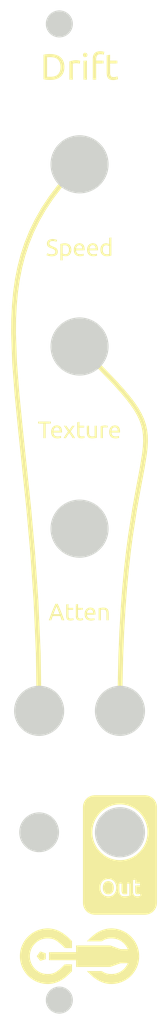
<source format=kicad_pcb>
(kicad_pcb
	(version 20240108)
	(generator "pcbnew")
	(generator_version "8.0")
	(general
		(thickness 1.6)
		(legacy_teardrops no)
	)
	(paper "A4")
	(layers
		(0 "F.Cu" signal)
		(31 "B.Cu" signal)
		(32 "B.Adhes" user "B.Adhesive")
		(33 "F.Adhes" user "F.Adhesive")
		(34 "B.Paste" user)
		(35 "F.Paste" user)
		(36 "B.SilkS" user "B.Silkscreen")
		(37 "F.SilkS" user "F.Silkscreen")
		(38 "B.Mask" user)
		(39 "F.Mask" user)
		(40 "Dwgs.User" user "User.Drawings")
		(41 "Cmts.User" user "User.Comments")
		(42 "Eco1.User" user "User.Eco1")
		(43 "Eco2.User" user "User.Eco2")
		(44 "Edge.Cuts" user)
		(45 "Margin" user)
		(46 "B.CrtYd" user "B.Courtyard")
		(47 "F.CrtYd" user "F.Courtyard")
		(48 "B.Fab" user)
		(49 "F.Fab" user)
		(50 "User.1" user)
		(51 "User.2" user)
		(52 "User.3" user)
		(53 "User.4" user)
		(54 "User.5" user)
		(55 "User.6" user)
		(56 "User.7" user)
		(57 "User.8" user)
		(58 "User.9" user)
	)
	(setup
		(pad_to_mask_clearance 0)
		(allow_soldermask_bridges_in_footprints no)
		(pcbplotparams
			(layerselection 0x00010fc_ffffffff)
			(plot_on_all_layers_selection 0x0000000_00000000)
			(disableapertmacros no)
			(usegerberextensions no)
			(usegerberattributes yes)
			(usegerberadvancedattributes yes)
			(creategerberjobfile yes)
			(dashed_line_dash_ratio 12.000000)
			(dashed_line_gap_ratio 3.000000)
			(svgprecision 4)
			(plotframeref no)
			(viasonmask no)
			(mode 1)
			(useauxorigin no)
			(hpglpennumber 1)
			(hpglpenspeed 20)
			(hpglpendiameter 15.000000)
			(pdf_front_fp_property_popups yes)
			(pdf_back_fp_property_popups yes)
			(dxfpolygonmode yes)
			(dxfimperialunits yes)
			(dxfusepcbnewfont yes)
			(psnegative no)
			(psa4output no)
			(plotreference yes)
			(plotvalue yes)
			(plotfptext yes)
			(plotinvisibletext no)
			(sketchpadsonfab no)
			(subtractmaskfromsilk no)
			(outputformat 1)
			(mirror no)
			(drillshape 1)
			(scaleselection 1)
			(outputdirectory "")
		)
	)
	(net 0 "")
	(gr_line
		(start 68.023046 138.884053)
		(end 68.312255 145.502802)
		(stroke
			(width 0.599999)
			(type solid)
		)
		(layer "F.SilkS")
		(uuid "00c55745-d33f-4774-bfa5-46254d7d6333")
	)
	(gr_line
		(start 78.024919 111.610537)
		(end 78.838956 112.513529)
		(stroke
			(width 0.599999)
			(type solid)
		)
		(layer "F.SilkS")
		(uuid "00d04fb1-6cf2-4b23-b2b1-933e412b3faf")
	)
	(gr_line
		(start 65.450033 100.216196)
		(end 65.300859 101.864057)
		(stroke
			(width 0.599999)
			(type solid)
		)
		(layer "F.SilkS")
		(uuid "02b003a2-7ee6-4ca4-91ff-d8c122597362")
	)
	(gr_line
		(start 80.131053 114.108224)
		(end 80.621872 114.826865)
		(stroke
			(width 0.599999)
			(type solid)
		)
		(layer "F.SilkS")
		(uuid "0b51fe3a-dbdb-4f34-992b-f3d9378ad7f9")
	)
	(gr_line
		(start 73.499998 106.979992)
		(end 76.028972 109.525919)
		(stroke
			(width 0.599999)
			(type solid)
		)
		(layer "F.SilkS")
		(uuid "103a1002-de82-4b55-b8b2-5c2d16c85e8d")
	)
	(gr_line
		(start 78.607996 149.092112)
		(end 78.579997 152.699981)
		(stroke
			(width 0.599999)
			(type solid)
		)
		(layer "F.SilkS")
		(uuid "25bfc652-3984-4c4f-a338-9e130778552f")
	)
	(gr_line
		(start 66.868943 94.051314)
		(end 66.378124 95.538745)
		(stroke
			(width 0.599999)
			(type solid)
		)
		(layer "F.SilkS")
		(uuid "275f427c-80f0-47ee-bef4-c5426506d54f")
	)
	(gr_poly
		(pts
			(xy 77.501997 95.574993) (xy 77.477153 95.581742) (xy 77.450622 95.588492) (xy 77.422403 95.595241)
			(xy 77.392497 95.601991) (xy 77.360903 95.608741) (xy 77.327622 95.615491) (xy 77.292654 95.62224)
			(xy 77.255998 95.62899) (xy 77.217794 95.635318) (xy 77.178185 95.640803) (xy 77.137169 95.645444)
			(xy 77.094747 95.649241) (xy 77.050919 95.652194) (xy 77.005685 95.654303) (xy 76.959044 95.655568)
			(xy 76.910997 95.65599) (xy 76.86656 95.6551) (xy 76.844764 95.653987) (xy 76.823248 95.652428) (xy 76.802014 95.650424)
			(xy 76.781061 95.647975) (xy 76.760389 95.645081) (xy 76.739998 95.641741) (xy 76.719889 95.637956)
			(xy 76.700061 95.633726) (xy 76.680514 95.62905) (xy 76.661248 95.623929) (xy 76.642264 95.618363)
			(xy 76.623561 95.612351) (xy 76.605139 95.605894) (xy 76.586998 95.598991) (xy 76.569162 95.591679)
			(xy 76.551654 95.583992) (xy 76.534475 95.575929) (xy 76.517623 95.567492) (xy 76.5011 95.55868)
			(xy 76.484905 95.549492) (xy 76.469037 95.53993) (xy 76.453498 95.529992) (xy 76.438287 95.51968)
			(xy 76.423405 95.508993) (xy 76.40885 95.49793) (xy 76.394624 95.486493) (xy 76.380725 95.474681)
			(xy 76.367155 95.462493) (xy 76.353913 95.449931) (xy 76.340999 95.436994) (xy 76.328424 95.423693)
			(xy 76.316202 95.410041) (xy 76.304331 95.396037) (xy 76.292811 95.381682) (xy 76.281643 95.366975)
			(xy 76.270827 95.351916) (xy 76.260362 95.336506) (xy 76.250249 95.320744) (xy 76.240487 95.304631)
			(xy 76.231077 95.288166) (xy 76.222019 95.271349) (xy 76.213312 95.254181) (xy 76.204956 95.236661)
			(xy 76.196952 95.21879) (xy 76.1893 95.200567) (xy 76.181999 95.181993) (xy 76.17546 95.162728) (xy 76.169343 95.143181)
			(xy 76.163647 95.123353) (xy 76.158374 95.103243) (xy 76.153522 95.082853) (xy 76.149093 95.062181)
			(xy 76.145085 95.041228) (xy 76.141499 95.019994) (xy 76.138335 94.998478) (xy 76.135592 94.976681)
			(xy 76.133272 94.954603) (xy 76.131373 94.932244) (xy 76.129897 94.909603) (xy 76.128842 94.886681)
			(xy 76.127998 94.839994) (xy 76.418999 94.839994) (xy 76.419526 94.873638) (xy 76.421108 94.906322)
			(xy 76.423745 94.938045) (xy 76.427436 94.968806) (xy 76.432182 94.998607) (xy 76.437983 95.027447)
			(xy 76.444839 95.055326) (xy 76.452749 95.082244) (xy 76.461714 95.108201) (xy 76.471733 95.133197)
			(xy 76.482807 95.157232) (xy 76.494936 95.180307) (xy 76.50812 95.20242) (xy 76.522358 95.223572)
			(xy 76.537651 95.243764) (xy 76.553999 95.262994) (xy 76.571226 95.280795) (xy 76.589155 95.297447)
			(xy 76.607788 95.312951) (xy 76.627124 95.327307) (xy 76.647163 95.340514) (xy 76.667905 95.352572)
			(xy 76.68935 95.363482) (xy 76.711498 95.373244) (xy 76.73435 95.381857) (xy 76.757905 95.389322)
			(xy 76.782162 95.395638) (xy 76.807123 95.400806) (xy 76.832787 95.404826) (xy 76.859154 95.407697)
			(xy 76.886224 95.40942) (xy 76.913998 95.409994) (xy 76.941888 95.409853) (xy 76.96856 95.409431)
			(xy 76.994013 95.408728) (xy 77.018247 95.407744) (xy 77.041263 95.406478) (xy 77.06306 95.404931)
			(xy 77.083638 95.403103) (xy 77.102998 95.400993) (xy 77.139748 95.394993) (xy 77.156435 95.391994)
			(xy 77.171998 95.388994) (xy 77.186435 95.385994) (xy 77.199748 95.382993) (xy 77.211935 95.379993)
			(xy 77.222998 95.376993) (xy 77.222997 94.389993) (xy 77.216446 94.384755) (xy 77.209544 94.37954)
			(xy 77.20229 94.374349) (xy 77.194684 94.369181) (xy 77.186727 94.364036) (xy 77.178419 94.358915)
			(xy 77.169759 94.353818) (xy 77.160747 94.348743) (xy 77.151384 94.343693) (xy 77.141669 94.338665)
			(xy 77.131602 94.333661) (xy 77.121184 94.328681) (xy 77.110415 94.323724) (xy 77.099294 94.318791)
			(xy 77.075997 94.308994) (xy 77.063927 94.304271) (xy 77.051716 94.299853) (xy 77.039365 94.29574)
			(xy 77.026873 94.291931) (xy 77.01424 94.288427) (xy 77.001467 94.285228) (xy 76.988552 94.282334)
			(xy 76.975498 94.279744) (xy 76.962302 94.277459) (xy 76.948966 94.275478) (xy 76.93549 94.273803)
			(xy 76.921873 94.272432) (xy 76.908115 94.271365) (xy 76.894216 94.270604) (xy 76.880177 94.270147)
			(xy 76.865997 94.269994) (xy 76.851126 94.27017) (xy 76.836513 94.270697) (xy 76.822158 94.271576)
			(xy 76.808061 94.272807) (xy 76.794221 94.274389) (xy 76.780639 94.276322) (xy 76.767315 94.278607)
			(xy 76.754249 94.281244) (xy 76.74144 94.284232) (xy 76.728889 94.287572) (xy 76.716596 94.291264)
			(xy 76.704561 94.295307) (xy 76.692784 94.299701) (xy 76.681264 94.304447) (xy 76.670002 94.309545)
			(xy 76.658998 94.314994) (xy 76.648616 94.320385) (xy 76.638467 94.326057) (xy 76.628553 94.33201)
			(xy 76.618874 94.338244) (xy 76.609428 94.34476) (xy 76.600217 94.351557) (xy 76.591241 94.358635)
			(xy 76.582498 94.365994) (xy 76.573991 94.373634) (xy 76.565717 94.381556) (xy 76.557678 94.389759)
			(xy 76.549873 94.398244) (xy 76.542303 94.407009) (xy 76.534967 94.416056) (xy 76.527865 94.425384)
			(xy 76.520998 94.434993) (xy 76.514365 94.444486) (xy 76.507967 94.454212) (xy 76.501803 94.464174)
			(xy 76.495873 94.474369) (xy 76.490178 94.484799) (xy 76.484717 94.495463) (xy 76.479491 94.506361)
			(xy 76.474499 94.517494) (xy 76.469741 94.528861) (xy 76.465217 94.540463) (xy 76.460928 94.552299)
			(xy 76.456874 94.564369) (xy 76.453053 94.576674) (xy 76.449468 94.589213) (xy 76.446116 94.601986)
			(xy 76.442999 94.614994) (xy 76.437374 94.641478) (xy 76.432499 94.668431) (xy 76.428374 94.695853)
			(xy 76.424999 94.723744) (xy 76.422374 94.752103) (xy 76.420499 94.780931) (xy 76.419374 94.810228)
			(xy 76.418999 94.839994) (xy 76.127998 94.839994) (xy 76.128701 94.795463) (xy 76.130811 94.751869)
			(xy 76.134327 94.709213) (xy 76.139248 94.667494) (xy 76.145577 94.626713) (xy 76.153311 94.586869)
			(xy 76.162452 94.547963) (xy 76.172998 94.509994) (xy 76.179163 94.491408) (xy 76.185655 94.47315)
			(xy 76.192475 94.45522) (xy 76.199624 94.437619) (xy 76.2071 94.420345) (xy 76.214905 94.4034) (xy 76.223038 94.386783)
			(xy 76.231499 94.370494) (xy 76.240288 94.354532) (xy 76.249405 94.3389) (xy 76.258851 94.323595)
			(xy 76.268624 94.308618) (xy 76.278726 94.29397) (xy 76.289155 94.279649) (xy 76.299913 94.265657)
			(xy 76.310999 94.251993) (xy 76.322401 94.238681) (xy 76.334108 94.225743) (xy 76.34612 94.213181)
			(xy 76.358436 94.200994) (xy 76.371057 94.189181) (xy 76.383983 94.177744) (xy 76.397213 94.166681)
			(xy 76.410748 94.155994) (xy 76.424588 94.145682) (xy 76.438733 94.135744) (xy 76.453182 94.126182)
			(xy 76.467936 94.116994) (xy 76.482995 94.108181) (xy 76.498358 94.099744) (xy 76.514026 94.091681)
			(xy 76.529999 94.083994) (xy 76.546639 94.076728) (xy 76.563561 94.069931) (xy 76.580764 94.063603)
			(xy 76.598248 94.057744) (xy 76.616014 94.052353) (xy 76.634061 94.047432) (xy 76.652389 94.042979)
			(xy 76.670998 94.038994) (xy 76.689889 94.035479) (xy 76.709061 94.032432) (xy 76.728514 94.029854)
			(xy 76.748249 94.027744) (xy 76.768264 94.026103) (xy 76.788561 94.024932) (xy 76.80914 94.024228)
			(xy 76.829999 94.023994) (xy 76.863233 94.024557) (xy 76.895436 94.026244) (xy 76.926608 94.029056)
			(xy 76.956748 94.032994) (xy 76.985857 94.038056) (xy 77.013936 94.044243) (xy 77.027588 94.047759)
			(xy 77.040983 94.051556) (xy 77.054119 94.055634) (xy 77.066998 94.059993) (xy 77.092405 94.068947)
			(xy 77.116123 94.077806) (xy 77.138155 94.086572) (xy 77.158498 94.095244) (xy 77.177155 94.103822)
			(xy 77.194123 94.112306) (xy 77.209405 94.120697) (xy 77.222999 94.128994) (xy 77.222997 93.339994)
			(xy 77.501997 93.291994)
		)
		(stroke
			(width -0.000001)
			(type solid)
		)
		(fill solid)
		(layer "F.SilkS")
		(uuid "369091f3-aed0-4025-a3fa-70c403150e51")
	)
	(gr_line
		(start 65.335 109.034994)
		(end 65.641259 113.039524)
		(stroke
			(width 0.599999)
			(type solid)
		)
		(layer "F.SilkS")
		(uuid "395dd5ce-4b51-49ae-b071-deccd9d98327")
	)
	(gr_line
		(start 81.664997 120.464989)
		(end 81.358737 122.337557)
		(stroke
			(width 0.599999)
			(type solid)
		)
		(layer "F.SilkS")
		(uuid "39a9d0cd-e2f7-47d1-b01c-5639e169b0a5")
	)
	(gr_poly
		(pts
			(xy 77.977298 116.881758) (xy 78.01495 116.884079) (xy 78.051454 116.887946) (xy 78.08681 116.89336)
			(xy 78.121017 116.900321) (xy 78.154075 116.908829) (xy 78.185985 116.918884) (xy 78.216747 116.930486)
			(xy 78.24636 116.943634) (xy 78.274825 116.95833) (xy 78.302141 116.974572) (xy 78.328309 116.992361)
			(xy 78.353329 117.011698) (xy 78.3772 117.03258) (xy 78.399922 117.05501) (xy 78.421496 117.078987)
			(xy 78.44184 117.104171) (xy 78.460872 117.130971) (xy 78.47859 117.159389) (xy 78.494997 117.189425)
			(xy 78.510091 117.221077) (xy 78.523872 117.254346) (xy 78.536341 117.289233) (xy 78.547497 117.325737)
			(xy 78.557341 117.363858) (xy 78.565872 117.403596) (xy 78.573091 117.444951) (xy 78.578997 117.487924)
			(xy 78.583591 117.532514) (xy 78.586873 117.578721) (xy 78.588841 117.626545) (xy 78.589498 117.675987)
			(xy 78.589498 117.723987) (xy 78.589451 117.73069) (xy 78.58931 117.737299) (xy 78.589076 117.743814)
			(xy 78.588747 117.750236) (xy 78.588325 117.756564) (xy 78.58781 117.762799) (xy 78.5872 117.768939)
			(xy 78.586497 117.774986) (xy 77.518497 117.774986) (xy 77.521158 117.804904) (xy 77.524638 117.833909)
			(xy 77.528939 117.861999) (xy 77.53406 117.889174) (xy 77.540001 117.915436) (xy 77.546763 117.940784)
			(xy 77.554345 117.965217) (xy 77.562747 117.988737) (xy 77.57197 118.011342) (xy 77.582013 118.033033)
			(xy 77.592876 118.05381) (xy 77.60456 118.073673) (xy 77.617064 118.092623) (xy 77.630388 118.110657)
			(xy 77.644532 118.127778) (xy 77.659497 118.143985) (xy 77.675411 118.159243) (xy 77.692403 118.173516)
			(xy 77.710474 118.186806) (xy 77.729622 118.19911) (xy 77.749849 118.21043) (xy 77.771153 118.220766)
			(xy 77.793536 118.230118) (xy 77.816997 118.238485) (xy 77.841536 118.245868) (xy 77.867153 118.252266)
			(xy 77.893848 118.25768) (xy 77.921622 118.26211) (xy 77.950473 118.265555) (xy 77.980403 118.268016)
			(xy 78.011411 118.269493) (xy 78.043497 118.269985) (xy 78.079497 118.26961) (xy 78.113997 118.268485)
			(xy 78.146997 118.26661) (xy 78.178497 118.263985) (xy 78.208497 118.260611) (xy 78.236997 118.256486)
			(xy 78.263996 118.251611) (xy 78.289496 118.245987) (xy 78.3142 118.239283) (xy 78.337309 118.232673)
			(xy 78.358825 118.226158) (xy 78.378747 118.219736) (xy 78.397075 118.213408) (xy 78.413809 118.207174)
			(xy 78.42895 118.201034) (xy 78.442496 118.194988) (xy 78.481497 118.428985) (xy 78.474817 118.432372)
			(xy 78.467528 118.435783) (xy 78.45963 118.439217) (xy 78.451122 118.442674) (xy 78.442005 118.446154)
			(xy 78.432278 118.449659) (xy 78.410997 118.456737) (xy 78.387278 118.463909) (xy 78.361122 118.471175)
			(xy 78.332529 118.478535) (xy 78.301497 118.485988) (xy 78.269435 118.493018) (xy 78.236247 118.499112)
			(xy 78.201935 118.504268) (xy 78.166497 118.508486) (xy 78.129935 118.511768) (xy 78.092247 118.514112)
			(xy 78.053435 118.515518) (xy 78.013497 118.515987) (xy 77.963341 118.51505) (xy 77.914872 118.512237)
			(xy 77.89127 118.510128) (xy 77.868091 118.507549) (xy 77.845333 118.504502) (xy 77.822997 118.500987)
			(xy 77.801083 118.497002) (xy 77.779591 118.492549) (xy 77.75852 118.487627) (xy 77.737872 118.482236)
			(xy 77.717645 118.476377) (xy 77.697841 118.470048) (xy 77.678458 118.463251) (xy 77.659497 118.455986)
			(xy 77.641321 118.447935) (xy 77.623544 118.439533) (xy 77.606165 118.430779) (xy 77.589184 118.421673)
			(xy 77.572602 118.412216) (xy 77.556419 118.402408) (xy 77.540633 118.392248) (xy 77.525247 118.381736)
			(xy 77.510258 118.370873) (xy 77.495669 118.359659) (xy 77.481477 118.348092) (xy 77.467684 118.336175)
			(xy 77.45429 118.323905) (xy 77.441294 118.311284) (xy 77.428696 118.298312) (xy 77.416497 118.284988)
			(xy 77.404685 118.271335) (xy 77.393247 118.257378) (xy 77.382184 118.243116) (xy 77.371497 118.228549)
			(xy 77.361184 118.213678) (xy 77.351247 118.198502) (xy 77.341684 118.183022) (xy 77.332497 118.167236)
			(xy 77.323684 118.151147) (xy 77.315246 118.134752) (xy 77.307184 118.118053) (xy 77.299496 118.101049)
			(xy 77.292184 118.083741) (xy 77.285246 118.066127) (xy 77.278684 118.04821) (xy 77.272496 118.029987)
			(xy 77.261949 117.992066) (xy 77.252809 117.9533) (xy 77.245074 117.913691) (xy 77.238746 117.873238)
			(xy 77.233824 117.831941) (xy 77.230309 117.7898) (xy 77.228199 117.746815) (xy 77.227496 117.702987)
			(xy 77.227497 117.702987) (xy 77.228435 117.652081) (xy 77.231247 117.602862) (xy 77.235934 117.555331)
			(xy 77.236638 117.549987) (xy 77.524497 117.549987) (xy 78.298497 117.549987) (xy 78.298474 117.526632)
			(xy 78.297653 117.503816) (xy 78.296036 117.481538) (xy 78.293622 117.4598) (xy 78.290411 117.438601)
			(xy 78.286403 117.417941) (xy 78.281598 117.397819) (xy 78.275997 117.378237) (xy 78.269598 117.359194)
			(xy 78.262403 117.34069) (xy 78.254411 117.322725) (xy 78.245622 117.305299) (xy 78.236036 117.288412)
			(xy 78.225653 117.272064) (xy 78.214473 117.256255) (xy 78.202497 117.240985) (xy 78.190204 117.226091)
			(xy 78.177325 117.212157) (xy 78.16386 117.199185) (xy 78.149809 117.187173) (xy 78.135173 117.176123)
			(xy 78.11995 117.166033) (xy 78.104141 117.156904) (xy 78.087747 117.148737) (xy 78.070766 117.14153)
			(xy 78.0532 117.135284) (xy 78.035047 117.129999) (xy 78.016309 117.125675) (xy 77.996985 117.122312)
			(xy 77.977075 117.11991) (xy 77.956578 117.118469) (xy 77.935496 117.117988) (xy 77.923578 117.118141)
			(xy 77.911825 117.118597) (xy 77.900235 117.119359) (xy 77.888809 117.120425) (xy 77.877547 117.121796)
			(xy 77.86645 117.123472) (xy 77.855516 117.125452) (xy 77.844747 117.127737) (xy 77.834141 117.130326)
			(xy 77.8237 117.133221) (xy 77.813422 117.13642) (xy 77.803309 117.139923) (xy 77.79336 117.143732)
			(xy 77.783575 117.147845) (xy 77.773954 117.152263) (xy 77.764497 117.156986) (xy 77.755579 117.16158)
			(xy 77.746825 117.166361) (xy 77.738235 117.17133) (xy 77.729809 117.176487) (xy 77.721547 117.181831)
			(xy 77.71345 117.187362) (xy 77.705516 117.19308) (xy 77.697746 117.198987) (xy 77.690141 117.20508)
			(xy 77.682699 117.211361) (xy 77.675422 117.21783) (xy 77.668309 117.224486) (xy 77.66136 117.23133)
			(xy 77.654575 117.238361) (xy 77.647954 117.24558) (xy 77.641497 117.252987) (xy 77.635204 117.260557)
			(xy 77.629075 117.268268) (xy 77.62311 117.27612) (xy 77.617309 117.284112) (xy 77.611673 117.292244)
			(xy 77.6062 117.300518) (xy 77.600891 117.308932) (xy 77.595747 117.317486) (xy 77.590766 117.326182)
			(xy 77.58595 117.335018) (xy 77.581298 117.343994) (xy 77.576809 117.353111) (xy 77.572485 117.362369)
			(xy 77.568325 117.371768) (xy 77.564328 117.381307) (xy 77.560496 117.390987) (xy 77.554028 117.410533)
			(xy 77.548122 117.430174) (xy 77.542778 117.449908) (xy 77.537997 117.469736) (xy 77.533778 117.489658)
			(xy 77.530122 117.509674) (xy 77.527028 117.529784) (xy 77.524497 117.549987) (xy 77.236638 117.549987)
			(xy 77.238981 117.532198) (xy 77.242497 117.509487) (xy 77.246481 117.487198) (xy 77.250934 117.465331)
			(xy 77.255856 117.443886) (xy 77.261247 117.422862) (xy 77.267107 117.402261) (xy 77.273435 117.382081)
			(xy 77.280232 117.362323) (xy 77.287498 117.342987) (xy 77.29515 117.323698) (xy 77.303107 117.30483)
			(xy 77.311368 117.286385) (xy 77.319935 117.268362) (xy 77.328806 117.25076) (xy 77.337981 117.233581)
			(xy 77.347462 117.216823) (xy 77.357247 117.200487) (xy 77.367337 117.184573) (xy 77.377731 117.169081)
			(xy 77.38843 117.154011) (xy 77.399434 117.139363) (xy 77.410743 117.125136) (xy 77.422356 117.111331)
			(xy 77.434274 117.097948) (xy 77.446497 117.084987) (xy 77.458989 117.072436) (xy 77.471716 117.060284)
			(xy 77.484677 117.04853) (xy 77.497872 117.037175) (xy 77.511302 117.026217) (xy 77.524966 117.015659)
			(xy 77.538864 117.005499) (xy 77.552997 116.995737) (xy 77.567364 116.986374) (xy 77.581966 116.977409)
			(xy 77.596802 116.968843) (xy 77.611872 116.960675) (xy 77.627177 116.952905) (xy 77.642716 116.945534)
			(xy 77.658489 116.938562) (xy 77.674497 116.931987) (xy 77.690645 116.925812) (xy 77.706841 116.920034)
			(xy 77.723083 116.914655) (xy 77.739372 116.909675) (xy 77.755708 116.905093) (xy 77.772091 116.900909)
			(xy 77.788521 116.897124) (xy 77.804997 116.893737) (xy 77.821521 116.890749) (xy 77.838091 116.888159)
			(xy 77.854708 116.885968) (xy 77.871372 116.884174) (xy 77.888083 116.882779) (xy 77.904841 116.881783)
			(xy 77.921645 116.881185) (xy 77.938497 116.880985)
		)
		(stroke
			(width -0.000001)
			(type solid)
		)
		(fill solid)
		(layer "F.SilkS")
		(uuid "3ad83a03-5f26-401e-89f1-208f64b192a7")
	)
	(gr_poly
		(pts
			(xy 73.523799 94.021767) (xy 73.561451 94.024088) (xy 73.597955 94.027955) (xy 73.63331 94.033369)
			(xy 73.667517 94.04033) (xy 73.700576 94.048838) (xy 73.732486 94.058892) (xy 73.763248 94.070494)
			(xy 73.792861 94.083642) (xy 73.821326 94.098338) (xy 73.848643 94.11458) (xy 73.874811 94.132369)
			(xy 73.89983 94.151705) (xy 73.923701 94.172588) (xy 73.946424 94.195017) (xy 73.967999 94.218994)
			(xy 73.988342 94.244177) (xy 74.007373 94.270978) (xy 74.025092 94.299396) (xy 74.041498 94.329431)
			(xy 74.056592 94.361083) (xy 74.070373 94.394353) (xy 74.082842 94.42924) (xy 74.093998 94.465744)
			(xy 74.103842 94.503865) (xy 74.112373 94.543603) (xy 74.119592 94.584959) (xy 74.125498 94.627931)
			(xy 74.130092 94.672521) (xy 74.133373 94.718728) (xy 74.135342 94.766553) (xy 74.135998 94.815994)
			(xy 74.135998 94.863994) (xy 74.135951 94.870697) (xy 74.13581 94.877307) (xy 74.135576 94.883822)
			(xy 74.135248 94.890244) (xy 74.134826 94.896572) (xy 74.13431 94.902807) (xy 74.133701 94.908948)
			(xy 74.132998 94.914995) (xy 73.064999 94.914995) (xy 73.067659 94.944913) (xy 73.071139 94.973916)
			(xy 73.07544 95.002006) (xy 73.080561 95.029182) (xy 73.086502 95.055443) (xy 73.093264 95.080791)
			(xy 73.100846 95.105225) (xy 73.109248 95.128744) (xy 73.118471 95.15135) (xy 73.128514 95.173041)
			(xy 73.139377 95.193819) (xy 73.151061 95.213682) (xy 73.163565 95.232631) (xy 73.176889 95.250666)
			(xy 73.191034 95.267787) (xy 73.205998 95.283994) (xy 73.221912 95.299252) (xy 73.238905 95.313525)
			(xy 73.256975 95.326814) (xy 73.276123 95.339119) (xy 73.29635 95.350439) (xy 73.317655 95.360775)
			(xy 73.340037 95.370127) (xy 73.363498 95.378494) (xy 73.388037 95.385877) (xy 73.413655 95.392275)
			(xy 73.44035 95.397689) (xy 73.468123 95.402119) (xy 73.496975 95.405564) (xy 73.526905 95.408025)
			(xy 73.557912 95.409502) (xy 73.589998 95.409994) (xy 73.625998 95.409619) (xy 73.660498 95.408494)
			(xy 73.693498 95.406619) (xy 73.724998 95.403994) (xy 73.754998 95.400619) (xy 73.783498 95.396494)
			(xy 73.810499 95.391619) (xy 73.835999 95.385994) (xy 73.860702 95.379291) (xy 73.883811 95.372681)
			(xy 73.905326 95.366166) (xy 73.925248 95.359744) (xy 73.943576 95.353415) (xy 73.960311 95.347181)
			(xy 73.975451 95.34104) (xy 73.988998 95.334993) (xy 74.027998 95.568992) (xy 74.021318 95.572379)
			(xy 74.014029 95.575788) (xy 74.006131 95.579222) (xy 73.997623 95.582679) (xy 73.988506 95.586159)
			(xy 73.97878 95.589663) (xy 73.957498 95.596741) (xy 73.93378 95.603913) (xy 73.907623 95.611179)
			(xy 73.87903 95.618538) (xy 73.847999 95.625991) (xy 73.815936 95.633023) (xy 73.782748 95.639116)
			(xy 73.748436 95.644273) (xy 73.712998 95.648491) (xy 73.676436 95.651772) (xy 73.638748 95.654115)
			(xy 73.599936 95.655522) (xy 73.559999 95.65599) (xy 73.509842 95.655053) (xy 73.461374 95.652241)
			(xy 73.437772 95.650132) (xy 73.414592 95.647554) (xy 73.391835 95.644507) (xy 73.369499 95.640992)
			(xy 73.347585 95.637008) (xy 73.326092 95.632555) (xy 73.305022 95.627633) (xy 73.284374 95.622243)
			(xy 73.264147 95.616383) (xy 73.244342 95.610055) (xy 73.224959 95.603258) (xy 73.205998 95.595993)
			(xy 73.187823 95.587942) (xy 73.170045 95.57954) (xy 73.152666 95.570786) (xy 73.135686 95.56168)
			(xy 73.119104 95.552223) (xy 73.10292 95.542415) (xy 73.087135 95.532255) (xy 73.071748 95.521743)
			(xy 73.05676 95.51088) (xy 73.04217 95.499665) (xy 73.027979 95.488099) (xy 73.014186 95.476181)
			(xy 73.000791 95.463911) (xy 72.987795 95.45129) (xy 72.975198 95.438317) (xy 72.962998 95.424993)
			(xy 72.951186 95.411341) (xy 72.939748 95.397384) (xy 72.928686 95.383123) (xy 72.917998 95.368556)
			(xy 72.907686 95.353685) (xy 72.897748 95.33851) (xy 72.888186 95.323029) (xy 72.878998 95.307244)
			(xy 72.870186 95.291154) (xy 72.861748 95.27476) (xy 72.853686 95.25806) (xy 72.845998 95.241056)
			(xy 72.838686 95.223748) (xy 72.831748 95.206135) (xy 72.825186 95.188217) (xy 72.818998 95.169994)
			(xy 72.808452 95.132072) (xy 72.799311 95.093306) (xy 72.791577 95.053697) (xy 72.785248 95.013244)
			(xy 72.780326 94.971947) (xy 72.776811 94.929807) (xy 72.774701 94.886822) (xy 72.773998 94.842994)
			(xy 72.774936 94.792088) (xy 72.777748 94.742869) (xy 72.782436 94.695337) (xy 72.78314 94.689993)
			(xy 73.070998 94.689993) (xy 73.844998 94.689993) (xy 73.844975 94.666637) (xy 73.844155 94.643821)
			(xy 73.842537 94.621544) (xy 73.840123 94.599806) (xy 73.836912 94.578606) (xy 73.832905 94.557946)
			(xy 73.8281 94.537826) (xy 73.822498 94.518244) (xy 73.8161 94.499201) (xy 73.808905 94.480697) (xy 73.800913 94.462732)
			(xy 73.792124 94.445307) (xy 73.782538 94.42842) (xy 73.772155 94.412072) (xy 73.760975 94.396264)
			(xy 73.748999 94.380994) (xy 73.736706 94.3661) (xy 73.723827 94.352166) (xy 73.710362 94.339193)
			(xy 73.696311 94.327181) (xy 73.681674 94.316131) (xy 73.666452 94.306041) (xy 73.650643 94.296912)
			(xy 73.634249 94.288744) (xy 73.617268 94.281537) (xy 73.599702 94.27529) (xy 73.581549 94.270005)
			(xy 73.562811 94.265681) (xy 73.543487 94.262318) (xy 73.523577 94.259915) (xy 73.503081 94.258474)
			(xy 73.481998 94.257993) (xy 73.47008 94.258146) (xy 73.458327 94.258603) (xy 73.446737 94.259364)
			(xy 73.435311 94.260431) (xy 73.424049 94.261802) (xy 73.412951 94.263478) (xy 73.402018 94.265458)
			(xy 73.391248 94.267743) (xy 73.380643 94.270333) (xy 73.370201 94.273228) (xy 73.359924 94.276427)
			(xy 73.349811 94.279931) (xy 73.339861 94.283739) (xy 73.330076 94.287853) (xy 73.320455 94.29227)
			(xy 73.310998 94.296993) (xy 73.30208 94.301587) (xy 73.293326 94.306368) (xy 73.284736 94.311337)
			(xy 73.276311 94.316493) (xy 73.268049 94.321837) (xy 73.259951 94.327368) (xy 73.252018 94.333087)
			(xy 73.244248 94.338994) (xy 73.236643 94.345087) (xy 73.229201 94.351369) (xy 73.221924 94.357838)
			(xy 73.214811 94.364494) (xy 73.207861 94.371338) (xy 73.201076 94.378369) (xy 73.194455 94.385587)
			(xy 73.187998 94.392994) (xy 73.181705 94.400564) (xy 73.175576 94.408275) (xy 73.169611 94.416126)
			(xy 73.163811 94.424118) (xy 73.158174 94.432251) (xy 73.152702 94.440525) (xy 73.147393 94.448939)
			(xy 73.142249 94.457493) (xy 73.137268 94.466189) (xy 73.132452 94.475025) (xy 73.127799 94.484002)
			(xy 73.123311 94.493119) (xy 73.118987 94.502377) (xy 73.114827 94.511775) (xy 73.110831 94.521314)
			(xy 73.106998 94.530994) (xy 73.10053 94.550541) (xy 73.094623 94.570181) (xy 73.08928 94.589916)
			(xy 73.084498 94.609744) (xy 73.080279 94.629665) (xy 73.076623 94.649681) (xy 73.073529 94.66979)
			(xy 73.070998 94.689993) (xy 72.78314 94.689993) (xy 72.785482 94.672205) (xy 72.788998 94.649494)
			(xy 72.792982 94.627204) (xy 72.797435 94.605337) (xy 72.802357 94.583892) (xy 72.807748 94.562868)
			(xy 72.813607 94.542267) (xy 72.819935 94.522087) (xy 72.826732 94.50233) (xy 72.833998 94.482994)
			(xy 72.84165 94.463705) (xy 72.849607 94.444837) (xy 72.857869 94.426392) (xy 72.866435 94.408369)
			(xy 72.875306 94.390767) (xy 72.884482 94.373587) (xy 72.893963 94.356829) (xy 72.903748 94.340494)
			(xy 72.913838 94.324579) (xy 72.924232 94.309087) (xy 72.934932 94.294017) (xy 72.945936 94.279369)
			(xy 72.957244 94.265142) (xy 72.968857 94.251338) (xy 72.980775 94.237955) (xy 72.992998 94.224994)
			(xy 73.00549 94.212443) (xy 73.018217 94.200291) (xy 73.031178 94.188537) (xy 73.044373 94.177181)
			(xy 73.057803 94.166224) (xy 73.071467 94.155665) (xy 73.085365 94.145505) (xy 73.099498 94.135743)
			(xy 73.113865 94.12638) (xy 73.128467 94.117415) (xy 73.143303 94.108849) (xy 73.158373 94.100681)
			(xy 73.173678 94.092912) (xy 73.189217 94.085541) (xy 73.20499 94.078568) (xy 73.220998 94.071994)
			(xy 73.237146 94.065819) (xy 73.253342 94.060041) (xy 73.269584 94.054662) (xy 73.285873 94.049682)
			(xy 73.302209 94.0451) (xy 73.318592 94.040916) (xy 73.335022 94.037131) (xy 73.351498 94.033744)
			(xy 73.368022 94.030756) (xy 73.384592 94.028166) (xy 73.401209 94.025974) (xy 73.417873 94.024181)
			(xy 73.434584 94.022787) (xy 73.451342 94.021791) (xy 73.468146 94.021193) (xy 73.484998 94.020994)
		)
		(stroke
			(width -0.000001)
			(type solid)
		)
		(fill solid)
		(layer "F.SilkS")
		(uuid "3c4d06ba-ccc8-4fef-9e30-7eee4516b8ef")
	)
	(gr_line
		(start 65.675048 98.616089)
		(end 65.450033 100.216196)
		(stroke
			(width 0.599999)
			(type solid)
		)
		(layer "F.SilkS")
		(uuid "41cc4b82-82ab-43eb-b198-137c58a34e09")
	)
	(gr_poly
		(pts
			(xy 74.227029 70.114705) (xy 74.240973 70.115621) (xy 74.254629 70.117149) (xy 74.267998 70.119287)
			(xy 74.281079 70.122036) (xy 74.293873 70.125396) (xy 74.306379 70.129367) (xy 74.318598 70.13395)
			(xy 74.330529 70.139142) (xy 74.342173 70.144946) (xy 74.353529 70.151361) (xy 74.364598 70.158387)
			(xy 74.375379 70.166023) (xy 74.385873 70.174271) (xy 74.396079 70.18313) (xy 74.405998 70.192599)
			(xy 74.416025 70.202015) (xy 74.425404 70.211861) (xy 74.434137 70.22214) (xy 74.442223 70.232849)
			(xy 74.449662 70.243989) (xy 74.456454 70.255561) (xy 74.4626 70.267564) (xy 74.468098 70.279999)
			(xy 74.47295 70.292865) (xy 74.477154 70.306161) (xy 74.480712 70.31989) (xy 74.483623 70.334049)
			(xy 74.485887 70.34864) (xy 74.487504 70.363662) (xy 74.488475 70.379115) (xy 74.488798 70.394999)
			(xy 74.488475 70.410902) (xy 74.487504 70.426409) (xy 74.485887 70.44152) (xy 74.483623 70.456237)
			(xy 74.480712 70.470558) (xy 74.477154 70.484484) (xy 74.47295 70.498014) (xy 74.468098 70.511149)
			(xy 74.4626 70.523889) (xy 74.456454 70.536234) (xy 74.449662 70.548183) (xy 74.442223 70.559737)
			(xy 74.434137 70.570895) (xy 74.425404 70.581658) (xy 74.416025 70.592026) (xy 74.405998 70.601999)
			(xy 74.396079 70.610911) (xy 74.385873 70.619249) (xy 74.375379 70.627011) (xy 74.364598 70.634199)
			(xy 74.353529 70.640811) (xy 74.342173 70.646849) (xy 74.330529 70.652311) (xy 74.318598 70.657199)
			(xy 74.306379 70.661511) (xy 74.293873 70.665249) (xy 74.281079 70.668411) (xy 74.267998 70.670999)
			(xy 74.254629 70.673011) (xy 74.240973 70.674449) (xy 74.227029 70.675311) (xy 74.212798 70.675599)
			(xy 74.198549 70.675311) (xy 74.184551 70.674449) (xy 74.170805 70.673011) (xy 74.157311 70.670999)
			(xy 74.144068 70.668411) (xy 74.131076 70.665249) (xy 74.118336 70.661511) (xy 74.105848 70.657199)
			(xy 74.093611 70.652311) (xy 74.081626 70.646849) (xy 74.069893 70.640811) (xy 74.058411 70.634199)
			(xy 74.04718 70.627011) (xy 74.036201 70.619249) (xy 74.025474 70.610911) (xy 74.014998 70.601999)
			(xy 74.005529 70.592026) (xy 73.99667 70.581658) (xy 73.988423 70.570895) (xy 73.980786 70.559737)
			(xy 73.97376 70.548183) (xy 73.967345 70.536233) (xy 73.961541 70.523889) (xy 73.956348 70.511149)
			(xy 73.951766 70.498014) (xy 73.947795 70.484483) (xy 73.944435 70.470558) (xy 73.941686 70.456237)
			(xy 73.939547 70.44152) (xy 73.93802 70.426408) (xy 73.937104 70.410901) (xy 73.936798 70.394999)
			(xy 73.937104 70.379115) (xy 73.93802 70.363662) (xy 73.939547 70.34864) (xy 73.941686 70.334049)
			(xy 73.944435 70.31989) (xy 73.947795 70.306162) (xy 73.951766 70.292865) (xy 73.956348 70.279999)
			(xy 73.961541 70.267565) (xy 73.967345 70.255562) (xy 73.97376 70.24399) (xy 73.980786 70.232849)
			(xy 73.988423 70.22214) (xy 73.99667 70.211862) (xy 74.005529 70.202015) (xy 74.014998 70.192599)
			(xy 74.025474 70.18313) (xy 74.036201 70.174271) (xy 74.04718 70.166023) (xy 74.058411 70.158387)
			(xy 74.069893 70.151361) (xy 74.081626 70.144946) (xy 74.093611 70.139142) (xy 74.105848 70.13395)
			(xy 74.118336 70.129367) (xy 74.131076 70.125396) (xy 74.144068 70.122036) (xy 74.157311 70.119287)
			(xy 74.170805 70.117149) (xy 74.184551 70.115621) (xy 74.198549 70.114705) (xy 74.212798 70.1144)
		)
		(stroke
			(width -0.000001)
			(type solid)
		)
		(fill solid)
		(layer "F.SilkS")
		(uuid "446319f3-a940-41d3-ad3f-f51b4e87971a")
	)
	(gr_line
		(start 80.927731 124.610848)
		(end 80.423014 127.392615)
		(stroke
			(width 0.599999)
			(type solid)
		)
		(layer "F.SilkS")
		(uuid "4893a071-24a7-421b-9b25-fabc623e705a")
	)
	(gr_line
		(start 81.778848 118.17178)
		(end 81.795475 118.88539)
		(stroke
			(width 0.599999)
			(type solid)
		)
		(layer "F.SilkS")
		(uuid "4b0cf327-0773-4201-a562-d46057c262a4")
	)
	(gr_line
		(start 79.895622 130.790612)
		(end 79.639371 132.75437)
		(stroke
			(width 0.599999)
			(type solid)
		)
		(layer "F.SilkS")
		(uuid "54e3fb86-74f8-4b27-82e0-17e5235c4fe0")
	)
	(gr_line
		(start 65.641259 113.039524)
		(end 66.072265 117.377805)
		(stroke
			(width 0.599999)
			(type solid)
		)
		(layer "F.SilkS")
		(uuid "54f9ab7b-174f-4516-8f85-1d4171e67562")
	)
	(gr_line
		(start 79.396589 134.912594)
		(end 79.173655 137.278751)
		(stroke
			(width 0.599999)
			(type solid)
		)
		(layer "F.SilkS")
		(uuid "5680a104-275b-4770-8c64-4df2a309da3f")
	)
	(gr_line
		(start 79.639371 132.75437)
		(end 79.396589 134.912594)
		(stroke
			(width 0.599999)
			(type solid)
		)
		(layer "F.SilkS")
		(uuid "5f1176d3-fb7e-4c87-acee-a1b1457f57d4")
	)
	(gr_line
		(start 79.173655 137.278751)
		(end 78.97695 139.866313)
		(stroke
			(width 0.599999)
			(type solid)
		)
		(layer "F.SilkS")
		(uuid "601a6406-3389-4143-99dc-f5ef78684faa")
	)
	(gr_line
		(start 81.324948 116.174082)
		(end 81.549964 116.829595)
		(stroke
			(width 0.599999)
			(type solid)
		)
		(layer "F.SilkS")
		(uuid "65bac191-dae2-4a50-a8a9-5444e27ad50f")
	)
	(gr_poly
		(pts
			(xy 72.104998 139.779983) (xy 72.695998 139.779983) (xy 72.695998 140.013984) (xy 72.104998 140.013984)
			(xy 72.104998 140.733986) (xy 72.105279 140.762625) (xy 72.106123 140.790046) (xy 72.107529 140.816248)
			(xy 72.109498 140.841233) (xy 72.112029 140.864999) (xy 72.115123 140.887546) (xy 72.118779 140.908875)
			(xy 72.122998 140.928985) (xy 72.125319 140.938242) (xy 72.12778 140.947265) (xy 72.130381 140.956053)
			(xy 72.133123 140.964608) (xy 72.136006 140.972928) (xy 72.139029 140.981013) (xy 72.142193 140.988865)
			(xy 72.145498 140.996482) (xy 72.148943 141.003864) (xy 72.152529 141.011012) (xy 72.156256 141.017926)
			(xy 72.160123 141.024606) (xy 72.164131 141.031051) (xy 72.168279 141.037262) (xy 72.172568 141.043238)
			(xy 72.176998 141.04898) (xy 72.181568 141.054137) (xy 72.186279 141.059105) (xy 72.191131 141.063887)
			(xy 72.196123 141.068481) (xy 72.201256 141.072888) (xy 72.206529 141.077107) (xy 72.211944 141.081138)
			(xy 72.217498 141.084983) (xy 72.223193 141.088639) (xy 72.229029 141.092108) (xy 72.235006 141.09539)
			(xy 72.241123 141.098484) (xy 72.247381 141.101391) (xy 72.253779 141.10411) (xy 72.260319 141.106642)
			(xy 72.266998 141.108986) (xy 72.273819 141.111165) (xy 72.28078 141.113204) (xy 72.287881 141.115103)
			(xy 72.295123 141.116861) (xy 72.302506 141.118478) (xy 72.31003 141.119954) (xy 72.317694 141.12129)
			(xy 72.325498 141.122485) (xy 72.333444 141.123539) (xy 72.34153 141.124453) (xy 72.358123 141.125859)
			(xy 72.375279 141.126702) (xy 72.392998 141.126983) (xy 72.423701 141.126561) (xy 72.452811 141.125295)
			(xy 72.480326 141.123186) (xy 72.506248 141.120232) (xy 72.530577 141.116435) (xy 72.553311 141.111794)
			(xy 72.56408 141.109158) (xy 72.574451 141.10631) (xy 72.584424 141.103252) (xy 72.593998 141.099983)
			(xy 72.659998 141.074485) (xy 72.701998 141.057983) (xy 72.755999 141.288986) (xy 72.744514 141.294376)
			(xy 72.731061 141.300048) (xy 72.715639 141.306001) (xy 72.698248 141.312235) (xy 72.678889 141.318749)
			(xy 72.657561 141.325545) (xy 72.634264 141.332623) (xy 72.608998 141.339981) (xy 72.595756 141.343977)
			(xy 72.58228 141.347716) (xy 72.568569 141.351197) (xy 72.554623 141.35442) (xy 72.52603 141.360093)
			(xy 72.496499 141.364734) (xy 72.46603 141.368344) (xy 72.434624 141.370923) (xy 72.40228 141.37247)
			(xy 72.368999 141.372985) (xy 72.330092 141.372376) (xy 72.292874 141.370548) (xy 72.257342 141.367501)
			(xy 72.223498 141.363235) (xy 72.191342 141.357751) (xy 72.175897 141.354551) (xy 72.160873 141.351047)
			(xy 72.146272 141.347238) (xy 72.132092 141.343125) (xy 72.118334 141.338707) (xy 72.104999 141.333984)
			(xy 72.092401 141.328582) (xy 72.080108 141.322875) (xy 72.06812 141.316863) (xy 72.056436 141.310547)
			(xy 72.045057 141.303925) (xy 72.033983 141.297) (xy 72.023213 141.289769) (xy 72.012749 141.282234)
			(xy 72.002588 141.274394) (xy 71.992733 141.266249) (xy 71.983182 141.2578) (xy 71.973936 141.249046)
			(xy 71.964995 141.239987) (xy 71.956358 141.230624) (xy 71.948026 141.220956) (xy 71.939999 141.210983)
			(xy 71.932264 141.200717) (xy 71.924811 141.19017) (xy 71.917639 141.179342) (xy 71.910749 141.168232)
			(xy 71.904139 141.156841) (xy 71.897811 141.145169) (xy 71.891764 141.133216) (xy 71.885998 141.120982)
			(xy 71.880514 141.108466) (xy 71.875311 141.095669) (xy 71.870389 141.082592) (xy 71.865748 141.069232)
			(xy 71.861389 141.055592) (xy 71.857311 141.041671) (xy 71.853514 141.027468) (xy 71.849998 141.012985)
			(xy 71.844374 140.982422) (xy 71.839499 140.950733) (xy 71.835374 140.91792) (xy 71.831998 140.883982)
			(xy 71.829373 140.84892) (xy 71.827498 140.812732) (xy 71.826373 140.77542) (xy 71.825998 140.736984)
			(xy 71.825998 139.344986) (xy 72.104999 139.296981)
		)
		(stroke
			(width -0.000001)
			(type solid)
		)
		(fill solid)
		(layer "F.SilkS")
		(uuid "6615cd83-357b-42c5-a897-ffa9e2c575c8")
	)
	(gr_line
		(start 80.621872 114.826865)
		(end 81.017711 115.510994)
		(stroke
			(width 0.599999)
			(type solid)
		)
		(layer "F.SilkS")
		(uuid "68a4b139-2c62-4265-962a-6d8342d7859b")
	)
	(gr_poly
		(pts
			(xy 77.135902 174.067288) (xy 77.155382 174.067989) (xy 77.174601 174.069159) (xy 77.193557 174.070796)
			(xy 77.212252 174.072901) (xy 77.230688 174.075474) (xy 77.248863 174.078516) (xy 77.26678 174.082026)
			(xy 77.28444 174.086005) (xy 77.301842 174.090453) (xy 77.318987 174.09537) (xy 77.335877 174.100757)
			(xy 77.352513 174.106613) (xy 77.368894 174.112938) (xy 77.385022 174.119733) (xy 77.400898 174.126999)
			(xy 77.416495 174.134327) (xy 77.431784 174.142062) (xy 77.446768 174.150201) (xy 77.461446 174.158744)
			(xy 77.475817 174.16769) (xy 77.489884 174.177038) (xy 77.503645 174.186786) (xy 77.517101 174.196933)
			(xy 77.530252 174.207479) (xy 77.543099 174.218423) (xy 77.555642 174.229762) (xy 77.567881 174.241497)
			(xy 77.579816 174.253625) (xy 77.591448 174.266147) (xy 77.602777 174.279061) (xy 77.613803 174.292366)
			(xy 77.624888 174.306048) (xy 77.635645 174.320096) (xy 77.646074 174.334511) (xy 77.656174 174.349294)
			(xy 77.665945 174.364447) (xy 77.675388 174.379971) (xy 77.684503 174.395868) (xy 77.69329 174.412138)
			(xy 77.701749 174.428783) (xy 77.709879 174.445804) (xy 77.717682 174.463203) (xy 77.725156 174.480981)
			(xy 77.732303 174.499139) (xy 77.739122 174.517679) (xy 77.745613 174.536601) (xy 77.751777 174.555908)
			(xy 77.763029 174.594726) (xy 77.772785 174.634676) (xy 77.781045 174.675755) (xy 77.787805 174.717961)
			(xy 77.793066 174.761292) (xy 77.796826 174.805745) (xy 77.799083 174.851318) (xy 77.799835 174.89801)
			(xy 77.799083 174.944753) (xy 77.796826 174.990478) (xy 77.793066 175.035181) (xy 77.787805 175.078858)
			(xy 77.781045 175.121504) (xy 77.772785 175.163114) (xy 77.763029 175.203684) (xy 77.751777 175.243209)
			(xy 77.745613 175.262158) (xy 77.739122 175.280754) (xy 77.732303 175.298998) (xy 77.725156 175.316889)
			(xy 77.717682 175.334429) (xy 77.709879 175.351617) (xy 77.701748 175.368453) (xy 77.69329 175.384938)
			(xy 77.684503 175.401071) (xy 77.675388 175.416853) (xy 77.665945 175.432284) (xy 77.656173 175.447363)
			(xy 77.646073 175.462092) (xy 77.635645 175.476469) (xy 77.624888 175.490496) (xy 77.613803 175.504173)
			(xy 77.602777 175.517485) (xy 77.591448 175.53042) (xy 77.579816 175.54298) (xy 77.567881 175.555164)
			(xy 77.555642 175.566972) (xy 77.543099 175.578405) (xy 77.530252 175.589463) (xy 77.5171 175.600145)
			(xy 77.503644 175.610452) (xy 77.489883 175.620385) (xy 77.475817 175.629943) (xy 77.461445 175.639127)
			(xy 77.446768 175.647936) (xy 77.431784 175.656371) (xy 77.416494 175.664432) (xy 77.400898 175.672119)
			(xy 77.385021 175.67902) (xy 77.368891 175.685472) (xy 77.352508 175.691476) (xy 77.335872 175.697032)
			(xy 77.31898 175.702141) (xy 77.301834 175.706803) (xy 77.284431 175.711019) (xy 77.266771 175.714789)
			(xy 77.248854 175.718114) (xy 77.230678 175.720994) (xy 77.212243 175.723429) (xy 77.193549 175.725421)
			(xy 77.174594 175.726969) (xy 77.155377 175.728074) (xy 77.135899 175.728737) (xy 77.116158 175.728958)
			(xy 77.096398 175.728737) (xy 77.076865 175.728074) (xy 77.05756 175.726968) (xy 77.038484 175.72542)
			(xy 77.019638 175.723428) (xy 77.001023 175.720992) (xy 76.982641 175.718111) (xy 76.964491 175.714786)
			(xy 76.946576 175.711016) (xy 76.928896 175.7068) (xy 76.911453 175.702138) (xy 76.894247 175.697029)
			(xy 76.87728 175.691473) (xy 76.860552 175.68547) (xy 76.844065 175.679018) (xy 76.827819 175.672119)
			(xy 76.81221 175.664432) (xy 76.796881 175.656371) (xy 76.781834 175.647936) (xy 76.767068 175.639127)
			(xy 76.752583 175.629943) (xy 76.73838 175.620385) (xy 76.724457 175.610452) (xy 76.710816 175.600145)
			(xy 76.697456 175.589463) (xy 76.684377 175.578405) (xy 76.671579 175.566972) (xy 76.659063 175.555164)
			(xy 76.646828 175.54298) (xy 76.634875 175.53042) (xy 76.623203 175.517485) (xy 76.611813 175.504173)
			(xy 76.601091 175.490496) (xy 76.590677 175.476469) (xy 76.58057 175.462092) (xy 76.570769 175.447363)
			(xy 76.561275 175.432284) (xy 76.552086 175.416853) (xy 76.543203 175.401071) (xy 76.534625 175.384938)
			(xy 76.526351 175.368453) (xy 76.518382 175.351617) (xy 76.510717 175.334429) (xy 76.503355 175.316889)
			(xy 76.496297 175.298998) (xy 76.489542 175.280754) (xy 76.483089 175.262158) (xy 76.476938 175.243209)
			(xy 76.465686 175.203684) (xy 76.45593 175.163115) (xy 76.44767 175.121506) (xy 76.44091 175.078861)
			(xy 76.435649 175.035184) (xy 76.431889 174.990481) (xy 76.429632 174.944755) (xy 76.42888 174.89801)
			(xy 76.429632 174.851316) (xy 76.431889 174.805741) (xy 76.435649 174.761286) (xy 76.44091 174.717955)
			(xy 76.44767 174.67575) (xy 76.45593 174.634672) (xy 76.465686 174.594724) (xy 76.471125 174.575174)
			(xy 76.476938 174.555908) (xy 76.483089 174.536601) (xy 76.489542 174.517679) (xy 76.496298 174.499139)
			(xy 76.503357 174.480981) (xy 76.510718 174.463203) (xy 76.518383 174.445804) (xy 76.526353 174.428783)
			(xy 76.534626 174.412138) (xy 76.543204 174.395868) (xy 76.552087 174.379971) (xy 76.561276 174.364447)
			(xy 76.57077 174.349294) (xy 76.580571 174.334511) (xy 76.590678 174.320096) (xy 76.601092 174.306048)
			(xy 76.611813 174.292366) (xy 76.623203 174.279061) (xy 76.634875 174.266147) (xy 76.646828 174.253625)
			(xy 76.659063 174.241497) (xy 76.671579 174.229762) (xy 76.684377 174.218423) (xy 76.697456 174.207479)
			(xy 76.710816 174.196933) (xy 76.724457 174.186786) (xy 76.73838 174.177038) (xy 76.752583 174.16769)
			(xy 76.767068 174.158744) (xy 76.781834 174.150201) (xy 76.796881 174.142062) (xy 76.81221 174.134327)
			(xy 76.827819 174.126999) (xy 76.844063 174.119736) (xy 76.860549 174.112943) (xy 76.877275 174.106618)
			(xy 76.894241 174.100763) (xy 76.911447 174.095377) (xy 76.928889 174.09046) (xy 76.946569 174.086012)
			(xy 76.964484 174.082032) (xy 76.982633 174.078521) (xy 77.001016 174.075478) (xy 77.019632 174.072904)
			(xy 77.038478 174.070798) (xy 77.057555 174.06916) (xy 77.076861 174.06799) (xy 77.096396 174.067288)
			(xy 77.116158 174.067054)
		)
		(stroke
			(width -0.000001)
			(type solid)
		)
		(fill solid)
		(layer "F.SilkS")
		(uuid "69f8ccb7-e953-46ce-9d36-600b1d5d5739")
	)
	(gr_line
		(start 69.909612 88.324244)
		(end 68.975077 89.732808)
		(stroke
			(width 0.599999)
			(type solid)
		)
		(layer "F.SilkS")
		(uuid "6a0a0e21-2af9-402c-b185-dc57041a00c7")
	)
	(gr_poly
		(pts
			(xy 69.916742 70.281579) (xy 70.011474 70.286322) (xy 70.104192 70.294229) (xy 70.194898 70.305297)
			(xy 70.283592 70.319529) (xy 70.370273 70.336923) (xy 70.454942 70.357479) (xy 70.537598 70.381198)
			(xy 70.578064 70.393686) (xy 70.617811 70.407001) (xy 70.656839 70.421142) (xy 70.695148 70.43611)
			(xy 70.732739 70.451905) (xy 70.769611 70.468526) (xy 70.805764 70.485973) (xy 70.841198 70.504248)
			(xy 70.875914 70.523348) (xy 70.909911 70.543276) (xy 70.943189 70.56403) (xy 70.975748 70.58561)
			(xy 71.007589 70.608017) (xy 71.038711 70.631251) (xy 71.069114 70.655311) (xy 71.098798 70.680197)
			(xy 71.12771 70.705354) (xy 71.155795 70.731372) (xy 71.183054 70.758254) (xy 71.209486 70.785997)
			(xy 71.235091 70.814604) (xy 71.25987 70.844072) (xy 71.283823 70.874404) (xy 71.306948 70.905597)
			(xy 71.329248 70.937654) (xy 71.35072 70.970572) (xy 71.371366 71.004354) (xy 71.391186 71.038997)
			(xy 71.410179 71.074504) (xy 71.428345 71.110872) (xy 71.445685 71.148104) (xy 71.462198 71.186197)
			(xy 71.477795 71.224579) (xy 71.492386 71.263822) (xy 71.50597 71.303928) (xy 71.518548 71.344897)
			(xy 71.53012 71.386728) (xy 71.540685 71.429422) (xy 71.550245 71.472978) (xy 71.558798 71.517397)
			(xy 71.566345 71.562678) (xy 71.572885 71.608822) (xy 71.57842 71.655828) (xy 71.582948 71.703697)
			(xy 71.58647 71.752428) (xy 71.588985 71.802022) (xy 71.590495 71.852478) (xy 71.590998 71.903797)
			(xy 71.590998 71.903798) (xy 71.588985 72.005645) (xy 71.58647 72.055328) (xy 71.582948 72.104185)
			(xy 71.57842 72.152216) (xy 71.572885 72.19942) (xy 71.566345 72.245797) (xy 71.558798 72.291348)
			(xy 71.550245 72.336072) (xy 71.540685 72.37997) (xy 71.53012 72.423041) (xy 71.518548 72.465285)
			(xy 71.50597 72.506703) (xy 71.492386 72.547295) (xy 71.477795 72.58706) (xy 71.462198 72.625998)
			(xy 71.445685 72.663553) (xy 71.428345 72.700317) (xy 71.410179 72.73629) (xy 71.391186 72.771473)
			(xy 71.371366 72.805865) (xy 71.35072 72.839467) (xy 71.329248 72.872278) (xy 71.306948 72.904298)
			(xy 71.283823 72.935528) (xy 71.25987 72.965967) (xy 71.235091 72.995615) (xy 71.209486 73.024473)
			(xy 71.183054 73.05254) (xy 71.155795 73.079817) (xy 71.12771 73.106303) (xy 71.098798 73.131998)
			(xy 71.069114 73.156345) (xy 71.038711 73.179938) (xy 71.007589 73.202776) (xy 70.975748 73.22486)
			(xy 70.943189 73.246189) (xy 70.909911 73.266763) (xy 70.875914 73.286583) (xy 70.841198 73.305647)
			(xy 70.805764 73.323958) (xy 70.769611 73.341513) (xy 70.732739 73.358314) (xy 70.695148 73.37436)
			(xy 70.656839 73.389651) (xy 70.617811 73.404188) (xy 70.578064 73.41797) (xy 70.537598 73.430997)
			(xy 70.454942 73.453638) (xy 70.370273 73.47326) (xy 70.283592 73.489863) (xy 70.194898 73.503447)
			(xy 70.104192 73.514013) (xy 70.011474 73.52156) (xy 69.916742 73.526088) (xy 69.819999 73.527597)
			(xy 69.771052 73.52731) (xy 69.720811 73.526447) (xy 69.616449 73.522997) (xy 69.506911 73.517247)
			(xy 69.392199 73.509197) (xy 69.335345 73.505244) (xy 69.279786 73.500284) (xy 69.22552 73.494319)
			(xy 69.172549 73.487347) (xy 69.12087 73.479369) (xy 69.070486 73.470384) (xy 69.021395 73.460394)
			(xy 68.973598 73.449397) (xy 68.973598 70.6848) (xy 69.419798 70.6848) (xy 69.419798 73.122799) (xy 69.431083 73.123948)
			(xy 69.444236 73.125098) (xy 69.476148 73.127398) (xy 69.515536 73.129698) (xy 69.562398 73.131999)
			(xy 69.620473 73.134011) (xy 69.688899 73.135448) (xy 69.767674 73.136311) (xy 69.856799 73.136598)
			(xy 69.934891 73.13534) (xy 70.010467 73.131567) (xy 70.083528 73.125278) (xy 70.154073 73.116473)
			(xy 70.222103 73.105153) (xy 70.287617 73.091317) (xy 70.350615 73.074965) (xy 70.411098 73.056098)
			(xy 70.469065 73.034716) (xy 70.524517 73.010817) (xy 70.577453 72.984403) (xy 70.627873 72.955473)
			(xy 70.675778 72.924028) (xy 70.721167 72.890067) (xy 70.76404 72.853591) (xy 70.804398 72.814599)
			(xy 70.842276 72.772767) (xy 70.877711 72.728924) (xy 70.910701 72.683067) (xy 70.941248 72.635199)
			(xy 70.969351 72.585317) (xy 70.995011 72.533424) (xy 71.018226 72.479517) (xy 71.038998 72.423599)
			(xy 71.057326 72.365667) (xy 71.07321 72.305723) (xy 71.086651 72.243767) (xy 71.097648 72.179799)
			(xy 71.106201 72.113817) (xy 71.11231 72.045824) (xy 71.115976 71.975817) (xy 71.117198 71.903799)
			(xy 71.115976 71.831798) (xy 71.11231 71.761846) (xy 71.106201 71.693942) (xy 71.097648 71.628087)
			(xy 71.086651 71.56428) (xy 71.07321 71.502521) (xy 71.057326 71.442811) (xy 71.038998 71.385149)
			(xy 71.018226 71.329536) (xy 70.995011 71.275971) (xy 70.969351 71.224455) (xy 70.941248 71.174987)
			(xy 70.910701 71.127568) (xy 70.877711 71.082197) (xy 70.842276 71.038874) (xy 70.804398 70.9976)
			(xy 70.76404 70.95805) (xy 70.721167 70.921053) (xy 70.675778 70.886607) (xy 70.627873 70.854712)
			(xy 70.577453 70.825369) (xy 70.524517 70.798578) (xy 70.469065 70.774338) (xy 70.411098 70.75265)
			(xy 70.350615 70.733513) (xy 70.287617 70.716928) (xy 70.222103 70.702894) (xy 70.154073 70.691412)
			(xy 70.083528 70.682482) (xy 70.010467 70.676103) (xy 69.934891 70.672275) (xy 69.856799 70.671)
			(xy 69.767674 70.671287) (xy 69.688899 70.67215) (xy 69.620473 70.673587) (xy 69.562398 70.6756)
			(xy 69.515536 70.6779) (xy 69.476148 70.6802) (xy 69.444236 70.6825) (xy 69.419798 70.6848) (xy 68.973598 70.6848)
			(xy 68.973598 70.358198) (xy 69.021395 70.347201) (xy 69.070486 70.33721) (xy 69.12087 70.328226)
			(xy 69.172549 70.320248) (xy 69.22552 70.313276) (xy 69.279786 70.30731) (xy 69.335345 70.302351)
			(xy 69.392199 70.298398) (xy 69.506911 70.290348) (xy 69.616449 70.284598) (xy 69.720811 70.281147)
			(xy 69.819999 70.279997)
		)
		(stroke
			(width -0.000001)
			(type solid)
		)
		(fill solid)
		(layer "F.SilkS")
		(uuid "6bb1e26d-d608-479b-ad0d-1378c1b897b1")
	)
	(gr_line
		(start 68.312255 145.502802)
		(end 68.419999 152.699989)
		(stroke
			(width 0.599999)
			(type solid)
		)
		(layer "F.SilkS")
		(uuid "721d7a8e-8965-453d-826e-2d11fcacf0ab")
	)
	(gr_line
		(start 67.603407 132.80296)
		(end 68.023046 138.884053)
		(stroke
			(width 0.599999)
			(type solid)
		)
		(layer "F.SilkS")
		(uuid "763bed14-fc6c-41e1-a90c-def90248ade4")
	)
	(gr_poly
		(pts
			(xy 72.214499 117.465988) (xy 72.589499 116.919986) (xy 72.886498 116.919986) (xy 72.382498 117.642986)
			(xy 72.454873 117.741987) (xy 72.527998 117.843987) (xy 72.601873 117.948987) (xy 72.676498 118.056987)
			(xy 72.713998 118.110847) (xy 72.749998 118.164425) (xy 72.784498 118.217722) (xy 72.817498 118.270738)
			(xy 72.848998 118.323472) (xy 72.878998 118.375925) (xy 72.907498 118.428097) (xy 72.934498 118.479988)
			(xy 72.628498 118.479988) (xy 72.620014 118.463253) (xy 72.61106 118.446049) (xy 72.601639 118.428377)
			(xy 72.591748 118.410236) (xy 72.57056 118.372549) (xy 72.547498 118.332988) (xy 72.522936 118.2923)
			(xy 72.497248 118.251237) (xy 72.470436 118.2098) (xy 72.442498 118.167987) (xy 72.413811 118.124675)
			(xy 72.384748 118.081737) (xy 72.355311 118.039174) (xy 72.325499 117.996986) (xy 72.295686 117.955549)
			(xy 72.266248 117.915237) (xy 72.237186 117.87605) (xy 72.208498 117.837986) (xy 72.179811 117.876237)
			(xy 72.150748 117.915987) (xy 72.121311 117.957237) (xy 72.091498 117.999988) (xy 72.061686 118.042175)
			(xy 72.032248 118.084737) (xy 72.003185 118.127674) (xy 71.974498 118.170986) (xy 71.947873 118.212798)
			(xy 71.921998 118.254236) (xy 71.896873 118.295299) (xy 71.872499 118.335987) (xy 71.849436 118.375362)
			(xy 71.828248 118.412488) (xy 71.808936 118.447363) (xy 71.791498 118.479988) (xy 71.503498 118.479988)
			(xy 71.530357 118.428893) (xy 71.558435 118.377612) (xy 71.587732 118.326143) (xy 71.618248 118.274486)
			(xy 71.649982 118.222642) (xy 71.682936 118.170611) (xy 71.717108 118.118392) (xy 71.752499 118.065986)
			(xy 71.825811 117.960799) (xy 71.898748 117.858237) (xy 71.971311 117.758299) (xy 72.043498 117.660987)
			(xy 71.527498 116.919986) (xy 71.842499 116.919986)
		)
		(stroke
			(width -0.000001)
			(type solid)
		)
		(fill solid)
		(layer "F.SilkS")
		(uuid "7649378c-d660-4ca2-8aee-de4b13d83567")
	)
	(gr_line
		(start 81.358737 122.337557)
		(end 80.927731 124.610848)
		(stroke
			(width 0.599999)
			(type solid)
		)
		(layer "F.SilkS")
		(uuid "79d80dcb-fab8-4849-8096-d5b5e9fbc111")
	)
	(gr_poly
		(pts
			(xy 81.804056 163.2908) (xy 81.877943 163.296284) (xy 81.951202 163.30537) (xy 82.02371 163.318009)
			(xy 82.095346 163.334149) (xy 82.165985 163.353739) (xy 82.235504 163.376728) (xy 82.303782 163.403066)
			(xy 82.370694 163.432702) (xy 82.436117 163.465584) (xy 82.49993 163.501661) (xy 82.562008 163.540884)
			(xy 82.622229 163.5832) (xy 82.680469 163.628559) (xy 82.736607 163.67691) (xy 82.790518 163.728202)
			(xy 82.841821 163.782103) (xy 82.890184 163.83823) (xy 82.935556 163.896462) (xy 82.977884 163.956676)
			(xy 83.017119 164.018749) (xy 83.05321 164.082557) (xy 83.086106 164.147979) (xy 83.115755 164.214892)
			(xy 83.142106 164.283173) (xy 83.16511 164.352698) (xy 83.184714 164.423346) (xy 83.200868 164.494993)
			(xy 83.213522 164.567518) (xy 83.222623 164.640796) (xy 83.228121 164.714705) (xy 83.229965 164.789123)
			(xy 83.229963 176.789154) (xy 83.227994 176.866336) (xy 83.222185 176.942504) (xy 83.212631 177.017563)
			(xy 83.199425 177.091421) (xy 83.182662 177.163982) (xy 83.162436 177.235152) (xy 83.138841 177.304837)
			(xy 83.111973 177.372943) (xy 83.081923 177.439375) (xy 83.048788 177.50404) (xy 83.012662 177.566843)
			(xy 82.973637 177.62769) (xy 82.93181 177.686487) (xy 82.887274 177.743139) (xy 82.840123 177.797553)
			(xy 82.790451 177.849634) (xy 82.738354 177.899287) (xy 82.683924 177.94642) (xy 82.627256 177.990937)
			(xy 82.568445 178.032744) (xy 82.507585 178.071747) (xy 82.44477 178.107852) (xy 82.380094 178.140965)
			(xy 82.313651 178.170991) (xy 82.245536 178.197837) (xy 82.175843 178.221407) (xy 82.104667 178.241609)
			(xy 82.0321 178.258346) (xy 81.958239 178.271527) (xy 81.883176 178.281055) (xy 81.807006 178.286838)
			(xy 81.729824 178.28878) (xy 75.429566 178.288795) (xy 75.352384 178.286834) (xy 75.276216 178.281032)
			(xy 75.201155 178.271486) (xy 75.127296 178.258287) (xy 75.054734 178.241532) (xy 74.983561 178.221314)
			(xy 74.913874 178.197728) (xy 74.845765 178.170868) (xy 74.779329 178.140828) (xy 74.71466 178.107702)
			(xy 74.651853 178.071585) (xy 74.591002 178.032571) (xy 74.532201 177.990754) (xy 74.475543 177.946229)
			(xy 74.421124 177.89909) (xy 74.369038 177.849432) (xy 74.319378 177.797347) (xy 74.27224 177.742932)
			(xy 74.227716 177.68628) (xy 74.185903 177.627485) (xy 74.146892 177.566641) (xy 74.11078 177.503844)
			(xy 74.07766 177.439187) (xy 74.047626 177.372765) (xy 74.020773 177.304671) (xy 73.997194 177.235001)
			(xy 73.976984 177.163848) (xy 73.960238 177.091307) (xy 73.947049 177.017472) (xy 73.937512 176.942437)
			(xy 73.93172 176.866297) (xy 73.929769 176.789146) (xy 73.929769 174.897987) (xy 76.122812 174.897987)
			(xy 76.123117 174.931117) (xy 76.124032 174.96376) (xy 76.125557 174.995917) (xy 76.127692 175.027586)
			(xy 76.130436 175.058767) (xy 76.13379 175.089458) (xy 76.137754 175.119658) (xy 76.142327 175.149368)
			(xy 76.14751 175.178585) (xy 76.153301 175.20731) (xy 76.159703 175.23554) (xy 76.166713 175.263276)
			(xy 76.174332 175.290516) (xy 76.18256 175.31726) (xy 76.191397 175.343506) (xy 76.200843 175.369255)
			(xy 76.211179 175.39449) (xy 76.221937 175.419201) (xy 76.233117 175.44339) (xy 76.244719 175.467057)
			(xy 76.256743 175.490204) (xy 76.269189 175.512832) (xy 76.282057 175.534942) (xy 76.295346 175.556535)
			(xy 76.309058 175.577613) (xy 76.323191 175.598177) (xy 76.337746 175.618227) (xy 76.352723 175.637765)
			(xy 76.368122 175.656793) (xy 76.383943 175.675311) (xy 76.400185 175.69332) (xy 76.416849 175.710823)
			(xy 76.434262 175.727441) (xy 76.451999 175.743546) (xy 76.47006 175.759137) (xy 76.488447 175.774215)
			(xy 76.50716 175.788778) (xy 76.526199 175.802827) (xy 76.545565 175.816362) (xy 76.565258 175.829381)
			(xy 76.58528 175.841884) (xy 76.60563 175.853871) (xy 76.626309 175.865342) (xy 76.647318 175.876297)
			(xy 76.668657 175.886734) (xy 76.690327 175.896654) (xy 76.712329 175.906056) (xy 76.734662 175.91494)
			(xy 76.757619 175.923297) (xy 76.780741 175.931122) (xy 76.804029 175.938411) (xy 76.827481 175.945165)
			(xy 76.851098 175.951384) (xy 76.87488 175.957065) (xy 76.898826 175.962209) (xy 76.922937 175.966815)
			(xy 76.947212 175.970881) (xy 76.97165 175.974408) (xy 76.996253 175.977394) (xy 77.021018 175.979839)
			(xy 77.045948 175.981742) (xy 77.07104 175.983102) (xy 77.096296 175.983919) (xy 77.121715 175.984192)
			(xy 77.146749 175.983919) (xy 77.171602 175.983103) (xy 77.196272 175.981743) (xy 77.220758 175.97984)
			(xy 77.24506 175.977396) (xy 77.269176 175.97441) (xy 77.293107 175.970884) (xy 77.316851 175.966817)
			(xy 77.340407 175.962212) (xy 77.363775 175.957068) (xy 77.386954 175.951387) (xy 77.409943 175.945169)
			(xy 77.432741 175.938414) (xy 77.455348 175.931124) (xy 77.477762 175.923299) (xy 77.499984 175.91494)
			(xy 77.522307 175.906056) (xy 77.544272 175.896654) (xy 77.56588 175.886734) (xy 77.587132 175.876297)
			(xy 77.608029 175.865342) (xy 77.628571 175.853871) (xy 77.648761 175.841884) (xy 77.668597 175.829381)
			(xy 77.688082 175.816362) (xy 77.707216 175.802827) (xy 77.726 175.788778) (xy 77.744435 175.774215)
			(xy 77.762522 175.759137) (xy 77.780261 175.743546) (xy 77.797655 175.727441) (xy 77.814702 175.710823)
			(xy 77.831353 175.693322) (xy 77.847557 175.675313) (xy 77.863314 175.656796) (xy 77.878624 175.63777)
			(xy 77.893488 175.618232) (xy 77.907906 175.598182) (xy 77.921878 175.577619) (xy 77.935404 175.556541)
			(xy 77.948485 175.534948) (xy 77.961121 175.512837) (xy 77.973312 175.490209) (xy 77.985059 175.467061)
			(xy 77.996361 175.443393) (xy 78.00722 175.419204) (xy 78.017635 175.394491) (xy 78.027607 175.369255)
			(xy 78.037417 175.343508) (xy 78.046596 175.317263) (xy 78.055146 175.29052) (xy 78.063064 175.263281)
			(xy 78.065217 175.255088) (xy 78.504664 175.255088) (xy 78.505183 175.294415) (xy 78.506738 175.332892)
			(xy 78.509328 175.370522) (xy 78.512951 175.407307) (xy 78.517605 175.443249) (xy 78.523288 175.478348)
			(xy 78.53 175.512607) (xy 78.537737 175.546028) (xy 78.542026 175.562027) (xy 78.546643 175.577775)
			(xy 78.551588 175.59327) (xy 78.556862 175.608513) (xy 78.562464 175.623501) (xy 78.568393 175.638234)
			(xy 78.574651 175.652711) (xy 78.581237 175.666931) (xy 78.588152 175.680893) (xy 78.595394 175.694596)
			(xy 78.602965 175.70804) (xy 78.610863 175.721223) (xy 78.61909 175.734145) (xy 78.627645 175.746804)
			(xy 78.636528 175.7592) (xy 78.645739 175.771331) (xy 78.6553 175.783165) (xy 78.665235 175.794668)
			(xy 78.675544 175.805841) (xy 78.686226 175.816684) (xy 78.697283 175.827197) (xy 78.708713 175.837381)
			(xy 78.720519 175.847237) (xy 78.732699 175.856763) (xy 78.745254 175.865962) (xy 78.758184 175.874833)
			(xy 78.771489 175.883377) (xy 78.785171 175.891593) (xy 78.799228 175.899483) (xy 78.813661 175.907046)
			(xy 78.828471 175.914284) (xy 78.843657 175.921196) (xy 78.85926 175.92737) (xy 78.875314 175.93315)
			(xy 78.89182 175.938535) (xy 78.908775 175.943524) (xy 78.92618 175.948118) (xy 78.944034 175.952315)
			(xy 78.962334 175.956114) (xy 78.98108 175.959516) (xy 79.000272 175.96252) (xy 79.019908 175.965125)
			(xy 79.060509 175.969136) (xy 79.102875 175.971546) (xy 79.146998 175.972351) (xy 79.197941 175.971912)
			(xy 79.247274 175.970601) (xy 79.295003 175.968428) (xy 79.341132 175.965402) (xy 79.385667 175.961533)
			(xy 79.428614 175.95683) (xy 79.469977 175.951303) (xy 79.509764 175.944961) (xy 79.585369 175.931706)
			(xy 79.653152 175.918893) (xy 79.684094 175.912632) (xy 79.713061 175.906455) (xy 79.740045 175.900356)
			(xy 79.765041 175.894325) (xy 79.765041 174.379181) (xy 79.48599 174.379181) (xy 79.48599 175.695884)
			(xy 79.481904 175.697402) (xy 79.477152 175.698948) (xy 79.471736 175.700515) (xy 79.46566 175.702091)
			(xy 79.458928 175.703667) (xy 79.451543 175.705233) (xy 79.443509 175.70678) (xy 79.434831 175.708297)
			(xy 79.41778 175.709954) (xy 79.399617 175.711941) (xy 79.380328 175.714302) (xy 79.359901 175.717079)
			(xy 79.269987 175.723274) (xy 79.246173 175.724616) (xy 79.222731 175.725583) (xy 79.199662 175.726167)
			(xy 79.176971 175.726364) (xy 79.150831 175.725878) (xy 79.125654 175.72442) (xy 79.101442 175.721992)
			(xy 79.078193 175.718596) (xy 79.055907 175.714234) (xy 79.034583 175.708905) (xy 79.014221 175.702613)
			(xy 78.99482 175.695359) (xy 78.97638 175.687144) (xy 78.96752 175.682676) (xy 78.9589 175.677969)
			(xy 78.950521 175.673022) (xy 78.942381 175.667836) (xy 78.93448 175.662411) (xy 78.92682 175.656748)
			(xy 78.919399 175.650845) (xy 78.912218 175.644704) (xy 78.905276 175.638325) (xy 78.898574 175.631707)
			(xy 78.892112 175.624851) (xy 78.885889 175.617758) (xy 78.879905 175.610427) (xy 78.87416 175.602859)
			(xy 78.863256 175.586857) (xy 78.853047 175.569594) (xy 78.843533 175.551071) (xy 78.834716 175.531285)
			(xy 78.826597 175.510237) (xy 78.819178 175.487925) (xy 78.812459 175.464349) (xy 78.806442 175.439508)
			(xy 78.801128 175.413401) (xy 78.796519 175.386028) (xy 78.792615 175.357387) (xy 78.789418 175.327478)
			(xy 78.78693 175.2963) (xy 78.785151 175.263852) (xy 78.784082 175.230134) (xy 78.783726 175.195144)
			(xy 78.783726 174.379181) (xy 78.504674 174.379181) (xy 78.504664 175.255088) (xy 78.065217 175.255088)
			(xy 78.070351 175.235547) (xy 78.077007 175.207317) (xy 78.08303 175.178593) (xy 78.088422 175.149376)
			(xy 78.09318 175.119667) (xy 78.097305 175.089467) (xy 78.100797 175.058775) (xy 78.103655 175.027594)
			(xy 78.107467 174.963765) (xy 78.108738 174.897987) (xy 78.10842 174.864859) (xy 78.107467 174.832229)
			(xy 78.105878 174.800095) (xy 78.103655 174.768457) (xy 78.100798 174.737314) (xy 78.097306 174.706665)
			(xy 78.093181 174.676511) (xy 78.088423 174.646849) (xy 78.083032 174.61768) (xy 78.077009 174.589003)
			(xy 78.070353 174.560816) (xy 78.063066 174.53312) (xy 78.055147 174.505913) (xy 78.046597 174.479195)
			(xy 78.037417 174.452965) (xy 78.027607 174.427223) (xy 78.017635 174.401996) (xy 78.00722 174.377308)
			(xy 77.996361 174.353158) (xy 77.985059 174.329547) (xy 77.973312 174.306474) (xy 77.961121 174.28394)
			(xy 77.948485 174.261945) (xy 77.935404 174.240489) (xy 77.921878 174.219571) (xy 77.907906 174.199193)
			(xy 77.893488 174.179353) (xy 77.878624 174.160052) (xy 77.863314 174.141291) (xy 77.847557 174.123068)
			(xy 77.831353 174.105385) (xy 77.814702 174.088241) (xy 77.797653 174.071259) (xy 77.780258 174.054811)
			(xy 77.762517 174.038899) (xy 77.744429 174.023522) (xy 77.725993 174.008681) (xy 77.707208 173.994378)
			(xy 77.688074 173.980612) (xy 77.668589 173.967385) (xy 77.648752 173.954697) (xy 77.631115 173.944084)
			(xy 80.226908 173.944084) (xy 80.226908 175.336219) (xy 80.227273 175.374659) (xy 80.228372 175.411968)
			(xy 80.23021 175.44815) (xy 80.232793 175.483204) (xy 80.236126 175.517134) (xy 80.240214 175.549939)
			(xy 80.245064 175.581621) (xy 80.250679 175.612182) (xy 80.254194 175.626665) (xy 80.257988 175.640865)
			(xy 80.262062 175.654782) (xy 80.266416 175.668417) (xy 80.27105 175.681769) (xy 80.275964 175.69484)
			(xy 80.28116 175.707629) (xy 80.286636 175.720137) (xy 80.292394 175.732364) (xy 80.298433 175.744309)
			(xy 80.304754 175.755974) (xy 80.311357 175.767359) (xy 80.318242 175.778463) (xy 80.32541 175.789287)
			(xy 80.33286 175.799832) (xy 80.340593 175.810096) (xy 80.348625 175.820069) (xy 80.356968 175.829737)
			(xy 80.365623 175.839099) (xy 80.374587 175.848157) (xy 80.383861 175.85691) (xy 80.393442 175.865358)
			(xy 80.40333 175.873502) (xy 80.413524 175.881341) (xy 80.424023 175.888875) (xy 80.434825 175.896104)
			(xy 80.44593 175.90303) (xy 80.457336 175.90965) (xy 80.469043 175.915967) (xy 80.481049 175.921979)
			(xy 80.493353 175.927686) (xy 80.505955 175.93309) (xy 80.519286 175.937813) (xy 80.533029 175.942238)
			(xy 80.547186 175.946363) (xy 80.561759 175.950188) (xy 80.592156 175.956934) (xy 80.624229 175.962469)
			(xy 80.65799 175.966785) (xy 80.693449 175.969877) (xy 80.730616 175.971737) (xy 80.769503 175.972358)
			(xy 80.802796 175.971839) (xy 80.835172 175.970283) (xy 80.866625 175.967691) (xy 80.897148 175.964067)
			(xy 80.926733 175.959412) (xy 80.955374 175.953729) (xy 80.969338 175.950502) (xy 80.983063 175.947019)
			(xy 80.996549 175.94328) (xy 81.009794 175.939285) (xy 81.035049 175.93192) (xy 81.058318 175.924824)
			(xy 81.079608 175.918001) (xy 81.098923 175.911456) (xy 81.11627 175.905192) (xy 81.131653 175.899214)
			(xy 81.145079 175.893525) (xy 81.156553 175.88813) (xy 81.102814 175.657135) (xy 81.060812 175.673565)
			(xy 80.99481 175.698997) (xy 80.985236 175.702271) (xy 80.975263 175.705341) (xy 80.95412 175.71087)
			(xy 80.931382 175.715573) (xy 80.90705 175.719441) (xy 80.881124 175.722466) (xy 80.853605 175.724638)
			(xy 80.824493 175.725948) (xy 80.793789 175.726387) (xy 80.776067 175.7261) (xy 80.758901 175.725243)
			(xy 80.742293 175.723819) (xy 80.734199 175.722895) (xy 80.726245 175.72183) (xy 80.718432 175.720625)
			(xy 80.71076 175.71928) (xy 80.703229 175.717795) (xy 80.695839 175.716171) (xy 80.688591 175.714408)
			(xy 80.681485 175.712506) (xy 80.674521 175.710467) (xy 80.6677 175.70829) (xy 80.661021 175.705946)
			(xy 80.654485 175.703417) (xy 80.648091 175.700701) (xy 80.641839 175.697798) (xy 80.635728 175.694708)
			(xy 80.629759 175.691432) (xy 80.62393 175.687968) (xy 80.618243 175.684317) (xy 80.612696 175.680479)
			(xy 80.60729 175.676453) (xy 80.602024 175.672239) (xy 80.596897 175.667837) (xy 80.591911 175.663247)
			(xy 80.587063 175.658468) (xy 80.582355 175.653501) (xy 80.577785 175.648346) (xy 80.573353 175.642598)
			(xy 80.569055 175.636607) (xy 80.564894 175.630376) (xy 80.56087 175.623904) (xy 80.556983 175.617193)
			(xy 80.553234 175.610244) (xy 80.549625 175.603059) (xy 80.546155 175.595638) (xy 80.542826 175.587983)
			(xy 80.539638 175.580095) (xy 80.536593 175.571975) (xy 80.533691 175.563624) (xy 80.530932 175.555044)
			(xy 80.528317 175.546236) (xy 80.525848 175.5372) (xy 80.523525 175.527938) (xy 80.519325 175.507838)
			(xy 80.515717 175.486531) (xy 80.512692 175.464013) (xy 80.51024 175.440281) (xy 80.50835 175.415329)
			(xy 80.507012 175.389155) (xy 80.506217 175.361754) (xy 80.505955 175.333122) (xy 80.505955 174.613281)
			(xy 81.096603 174.613281) (xy 81.096603 174.379188) (xy 80.505955 174.379188) (xy 80.505955 173.896011)
			(xy 80.226908 173.944084) (xy 77.631115 173.944084) (xy 77.628563 173.942548) (xy 77.608021 173.93094)
			(xy 77.587125 173.919873) (xy 77.565874 173.909347) (xy 77.544268 173.899364) (xy 77.522304 173.889923)
			(xy 77.499984 173.881027) (xy 77.477762 173.872674) (xy 77.455347 173.864865) (xy 77.432739 173.8576)
			(xy 77.409941 173.850879) (xy 77.386952 173.8447) (xy 77.363772 173.839062) (xy 77.340404 173.833965)
			(xy 77.316848 173.829408) (xy 77.293104 173.82539) (xy 77.269174 173.821911) (xy 77.245057 173.818969)
			(xy 77.220756 173.816564) (xy 77.19627 173.814694) (xy 77.171601 173.81336) (xy 77.146749 173.81256)
			(xy 77.121715 173.812294) (xy 77.096296 173.81256) (xy 77.07104 173.81336) (xy 77.045948 173.814694)
			(xy 77.021019 173.816564) (xy 76.996253 173.818969) (xy 76.97165 173.821911) (xy 76.947212 173.82539)
			(xy 76.922937 173.829408) (xy 76.898827 173.833965) (xy 76.874881 173.839062) (xy 76.851099 173.8447)
			(xy 76.827481 173.850879) (xy 76.804029 173.8576) (xy 76.780742 173.864865) (xy 76.757619 173.872674)
			(xy 76.734662 173.881027) (xy 76.712327 173.889923) (xy 76.690325 173.899364) (xy 76.668654 173.909347)
			(xy 76.647314 173.919873) (xy 76.626305 173.93094) (xy 76.605625 173.942548) (xy 76.585275 173.954697)
			(xy 76.565253 173.967385) (xy 76.54556 173.980612) (xy 76.526195 173.994378) (xy 76.507156 174.008681)
			(xy 76.488444 174.023522) (xy 76.470058 174.038899) (xy 76.451997 174.054811) (xy 76.434261 174.071259)
			(xy 76.416849 174.088241) (xy 76.400185 174.105382) (xy 76.383943 174.123063) (xy 76.368122 174.141284)
			(xy 76.352723 174.160044) (xy 76.337746 174.179343) (xy 76.323191 174.199182) (xy 76.309058 174.21956)
			(xy 76.295346 174.240477) (xy 76.282057 174.261934) (xy 76.269189 174.283929) (xy 76.256743 174.306464)
			(xy 76.244719 174.329538) (xy 76.233117 174.353151) (xy 76.221937 174.377303) (xy 76.211179 174.401993)
			(xy 76.200843 174.427223) (xy 76.191397 174.452965) (xy 76.182561 174.479195) (xy 76.174333 174.505914)
			(xy 76.166713 174.533121) (xy 76.159703 174.560818) (xy 76.153302 174.589005) (xy 76.14751 174.617683)
			(xy 76.142328 174.646852) (xy 76.137755 174.676514) (xy 76.133791 174.706669) (xy 76.127692 174.76846)
			(xy 76.124032 174.832231) (xy 76.122812 174.897987) (xy 73.929769 174.897987) (xy 73.929769 167.939293)
			(xy 75.110286 167.939293) (xy 75.114787 168.118317) (xy 75.128146 168.29502) (xy 75.150148 168.469185)
			(xy 75.180578 168.640594) (xy 75.219221 168.80903) (xy 75.26586 168.974275) (xy 75.320281 169.136113)
			(xy 75.382269 169.294327) (xy 75.451607 169.448698) (xy 75.528082 169.599011) (xy 75.611476 169.745047)
			(xy 75.701576 169.886589) (xy 75.798165 170.023421) (xy 75.901029 170.155325) (xy 76.009952 170.282084)
			(xy 76.124718 170.40348) (xy 76.245112 170.519297) (xy 76.37092 170.629317) (xy 76.501925 170.733322)
			(xy 76.637912 170.831097) (xy 76.778667 170.922423) (xy 76.923972 171.007083) (xy 77.073615 171.084861)
			(xy 77.227378 171.155538) (xy 77.385046 171.218898) (xy 77.546405 171.274723) (xy 77.711239 171.322797)
			(xy 77.879332 171.362901) (xy 78.050469 171.39482) (xy 78.224436 171.418334) (xy 78.401015 171.433229)
			(xy 78.579993 171.439285) (xy 78.758972 171.433229) (xy 78.935552 171.418336) (xy 79.109519 171.394821)
			(xy 79.280657 171.362903) (xy 79.448751 171.322799) (xy 79.613585 171.274726) (xy 79.774944 171.218901)
			(xy 79.932614 171.155541) (xy 80.086377 171.084864) (xy 80.23602 171.007087) (xy 80.381326 170.922426)
			(xy 80.52208 170.8311) (xy 80.658068 170.733326) (xy 80.789074 170.62932) (xy 80.914881 170.5193)
			(xy 81.035276 170.403483) (xy 81.150043 170.282087) (xy 81.258966 170.155328) (xy 81.36183 170.023424)
			(xy 81.458419 169.886591) (xy 81.548519 169.745049) (xy 81.631914 169.599012) (xy 81.708389 169.4487)
			(xy 81.777728 169.294328) (xy 81.839715 169.136114) (xy 81.894137 168.974276) (xy 81.940777 168.80903)
			(xy 81.979419 168.640594) (xy 82.00985 168.469185) (xy 82.031852 168.29502) (xy 82.045212 168.118317)
			(xy 82.049713 167.939293) (xy 82.045212 167.760269) (xy 82.031853 167.583566) (xy 82.009851 167.409402)
			(xy 81.979421 167.237994) (xy 81.940778 167.069558) (xy 81.894139 166.904313) (xy 81.839718 166.742475)
			(xy 81.77773 166.584262) (xy 81.708391 166.42989) (xy 81.631917 166.279578) (xy 81.548522 166.133541)
			(xy 81.458423 165.991999) (xy 81.361833 165.855167) (xy 81.25897 165.723262) (xy 81.150047 165.596503)
			(xy 81.035281 165.475107) (xy 80.914886 165.35929) (xy 80.789078 165.24927) (xy 80.658073 165.145263)
			(xy 80.522086 165.047488) (xy 80.381331 164.956162) (xy 80.236025 164.871501) (xy 80.086383 164.793723)
			(xy 79.932619 164.723045) (xy 79.77495 164.659684) (xy 79.613591 164.603858) (xy 79.448757 164.555784)
			(xy 79.280663 164.515679) (xy 79.109526 164.48376) (xy 78.935559 164.460244) (xy 78.758978 164.44535)
			(xy 78.580004 164.439293) (xy 78.401029 164.445349) (xy 78.224449 164.460243) (xy 78.050482 164.483758)
			(xy 77.879344 164.515677) (xy 77.71125 164.555782) (xy 77.546416 164.603856) (xy 77.385057 164.659681)
			(xy 77.227387 164.723042) (xy 77.073624 164.79372) (xy 76.923981 164.871497) (xy 76.778675 164.956158)
			(xy 76.63792 165.047485) (xy 76.501932 165.14526) (xy 76.370927 165.249266) (xy 76.245119 165.359287)
			(xy 76.124724 165.475104) (xy 76.009957 165.596501) (xy 75.901034 165.72326) (xy 75.79817 165.855164)
			(xy 75.701581 165.991997) (xy 75.61148 166.13354) (xy 75.528085 166.279576) (xy 75.451611 166.429889)
			(xy 75.382272 166.58426) (xy 75.320284 166.742474) (xy 75.265862 166.904312) (xy 75.219222 167.069558)
			(xy 75.18058 167.237993) (xy 75.150149 167.409402) (xy 75.128147 167.583566) (xy 75.114787 167.760269)
			(xy 75.110286 167.939293) (xy 73.929769 167.939293) (xy 73.929769 164.789116) (xy 73.931605 164.714726)
			(xy 73.937095 164.640841) (xy 73.946189 164.567583) (xy 73.958834 164.495077) (xy 73.974981 164.423444)
			(xy 73.994578 164.352808) (xy 74.017574 164.283291) (xy 74.043919 164.215017) (xy 74.073561 164.148109)
			(xy 74.10645 164.082689) (xy 74.142534 164.01888) (xy 74.181763 163.956807) (xy 74.224085 163.896591)
			(xy 74.26945 163.838355) (xy 74.317807 163.782223) (xy 74.369105 163.728317) (xy 74.423011 163.677019)
			(xy 74.479143 163.628661) (xy 74.537379 163.583296) (xy 74.597595 163.540973) (xy 74.659669 163.501744)
			(xy 74.723478 163.465659) (xy 74.788898 163.43277) (xy 74.855807 163.403128) (xy 74.924082 163.376784)
			(xy 74.993599 163.353788) (xy 75.064236 163.334191) (xy 75.13587 163.318045) (xy 75.208377 163.305401)
			(xy 75.281635 163.296309) (xy 75.35552 163.29082) (xy 75.429911 163.288986) (xy 81.729666 163.288971)
		)
		(stroke
			(width -0.000001)
			(type solid)
		)
		(fill solid)
		(layer "F.SilkS")
		(uuid "7db429e7-2abc-4e86-a592-cc70a747ab34")
	)
	(gr_poly
		(pts
			(xy 69.895499 116.652992) (xy 69.241499 116.652992) (xy 69.241499 118.479988) (xy 68.950499 118.479988)
			(xy 68.950499 116.652992) (xy 68.296499 116.652992) (xy 68.296499 116.400989) (xy 69.895499 116.400989)
		)
		(stroke
			(width -0.000001)
			(type solid)
		)
		(fill solid)
		(layer "F.SilkS")
		(uuid "80e0fc41-e9a1-4a77-a8a1-73e69c17285e")
	)
	(gr_line
		(start 81.755398 119.645303)
		(end 81.664997 120.464989)
		(stroke
			(width 0.599999)
			(type solid)
		)
		(layer "F.SilkS")
		(uuid "830a74e0-c901-4df5-9d6d-5a5b5016a5d1")
	)
	(gr_line
		(start 68.16104 91.153443)
		(end 67.461122 92.591246)
		(stroke
			(width 0.599999)
			(type solid)
		)
		(layer "F.SilkS")
		(uuid "851eec18-0ff8-499c-8200-8c89b324776b")
	)
	(gr_poly
		(pts
			(xy 69.253544 183.122184) (xy 69.253544 183.859855) (xy 68.551949 184.087806) (xy 68.118343 183.49102)
			(xy 68.551949 182.894226)
		)
		(stroke
			(width -0.000001)
			(type solid)
		)
		(fill solid)
		(layer "F.SilkS")
		(uuid "8961a406-0519-4cfb-af27-d97efb263a30")
	)
	(gr_line
		(start 65.204521 105.323431)
		(end 65.335 109.034994)
		(stroke
			(width 0.599999)
			(type solid)
		)
		(layer "F.SilkS")
		(uuid "8ce13e2f-4a2c-4cb7-8a94-d77fb796d57b")
	)
	(gr_line
		(start 68.975077 89.732808)
		(end 68.16104 91.153443)
		(stroke
			(width 0.599999)
			(type solid)
		)
		(layer "F.SilkS")
		(uuid "92d17993-ad6d-4e5e-9fce-f8dd439083bf")
	)
	(gr_poly
		(pts
			(xy 73.489498 116.919986) (xy 74.080498 116.919986) (xy 74.080498 117.153988) (xy 73.489498 117.153988)
			(xy 73.489498 117.873985) (xy 73.489779 117.902626) (xy 73.490623 117.930049) (xy 73.49203 117.956252)
			(xy 73.493998 117.981237) (xy 73.49653 118.005003) (xy 73.499623 118.02755) (xy 73.503279 118.048878)
			(xy 73.507498 118.068988) (xy 73.509818 118.078246) (xy 73.512279 118.087269) (xy 73.514881 118.096058)
			(xy 73.517623 118.104613) (xy 73.520506 118.112933) (xy 73.523529 118.121018) (xy 73.526693 118.12887)
			(xy 73.529998 118.136487) (xy 73.533443 118.143869) (xy 73.537029 118.151018) (xy 73.540756 118.157932)
			(xy 73.544623 118.164611) (xy 73.548631 118.171057) (xy 73.552779 118.177268) (xy 73.557068 118.183245)
			(xy 73.561498 118.188987) (xy 73.566068 118.194144) (xy 73.570779 118.199112) (xy 73.575631 118.203894)
			(xy 73.580623 118.208487) (xy 73.585756 118.212894) (xy 73.591029 118.217112) (xy 73.596443 118.221143)
			(xy 73.601998 118.224987) (xy 73.607693 118.228643) (xy 73.613529 118.232112) (xy 73.619506 118.235393)
			(xy 73.625623 118.238486) (xy 73.631881 118.241392) (xy 73.638279 118.244111) (xy 73.644818 118.246642)
			(xy 73.651498 118.248985) (xy 73.658318 118.251165) (xy 73.665279 118.253204) (xy 73.672381 118.255103)
			(xy 73.679623 118.256861) (xy 73.687006 118.258478) (xy 73.694529 118.259955) (xy 73.702193 118.261291)
			(xy 73.709998 118.262486) (xy 73.717943 118.263541) (xy 73.726029 118.264455) (xy 73.742623 118.265861)
			(xy 73.759779 118.266705) (xy 73.777498 118.266986) (xy 73.808201 118.266565) (xy 73.83731 118.265299)
			(xy 73.864826 118.26319) (xy 73.890748 118.260237) (xy 73.915076 118.25644) (xy 73.93781 118.251799)
			(xy 73.94858 118.249162) (xy 73.958951 118.246315) (xy 73.968923 118.243256) (xy 73.978498 118.239986)
			(xy 74.044498 118.214486) (xy 74.086498 118.197986) (xy 74.140497 118.428985) (xy 74.129013 118.434376)
			(xy 74.11556 118.440048) (xy 74.100138 118.446001) (xy 74.082747 118.452236) (xy 74.063388 118.458752)
			(xy 74.04206 118.46555) (xy 74.018763 118.472628) (xy 73.993498 118.479988) (xy 73.980256 118.483984)
			(xy 73.966779 118.487722) (xy 73.953068 118.491202) (xy 73.939123 118.494425) (xy 73.910529 118.500096)
			(xy 73.880998 118.504736) (xy 73.850529 118.508345) (xy 73.819123 118.510923) (xy 73.786779 118.512469)
			(xy 73.753498 118.512985) (xy 73.714592 118.512376) (xy 73.677373 118.510548) (xy 73.641841 118.507501)
			(xy 73.607998 118.503236) (xy 73.575841 118.497753) (xy 73.560396 118.494554) (xy 73.545373 118.49105)
			(xy 73.530771 118.487241) (xy 73.516592 118.483128) (xy 73.502834 118.47871) (xy 73.489498 118.473987)
			(xy 73.4769 118.468585) (xy 73.464607 118.462878) (xy 73.452619 118.456866) (xy 73.440935 118.45055)
			(xy 73.429556 118.443929) (xy 73.418482 118.437003) (xy 73.407713 118.429772) (xy 73.397248 118.422237)
			(xy 73.387088 118.414397) (xy 73.377232 118.406252) (xy 73.367681 118.397803) (xy 73.358435 118.389049)
			(xy 73.349494 118.37999) (xy 73.340857 118.370627) (xy 73.332525 118.360959) (xy 73.324497 118.350986)
			(xy 73.316763 118.34072) (xy 73.30931 118.330173) (xy 73.302138 118.319345) (xy 73.295247 118.308236)
			(xy 73.288638 118.296845) (xy 73.28231 118.285174) (xy 73.276263 118.273221) (xy 73.270498 118.260986)
			(xy 73.265013 118.248471) (xy 73.25981 118.235674) (xy 73.254888 118.222596) (xy 73.250248 118.209237)
			(xy 73.245888 118.195597) (xy 73.24181 118.181675) (xy 73.238014 118.167472) (xy 73.234498 118.152988)
			(xy 73.228873 118.122425) (xy 73.223998 118.090737) (xy 73.219873 118.057924) (xy 73.216498 118.023987)
			(xy 73.213873 117.988924) (xy 73.211998 117.952737) (xy 73.210873 117.915425) (xy 73.210498 117.876987)
			(xy 73.210498 116.484989) (xy 73.489498 116.436988)
		)
		(stroke
			(width -0.000001)
			(type solid)
		)
		(fill solid)
		(layer "F.SilkS")
		(uuid "94d2205a-dab2-4950-b5ab-115699ec2f4a")
	)
	(gr_line
		(start 78.687741 145.759524)
		(end 78.607996 149.092112)
		(stroke
			(width 0.599999)
			(type solid)
		)
		(layer "F.SilkS")
		(uuid "959218f3-374f-4611-8fbb-79bb629e9fa2")
	)
	(gr_line
		(start 73.499998 84.119997)
		(end 72.165693 85.522936)
		(stroke
			(width 0.599999)
			(type solid)
		)
		(layer "F.SilkS")
		(uuid "995dc715-a3e0-40bc-bfdb-6aee2be58da6")
	)
	(gr_line
		(start 81.017711 115.510994)
		(end 81.324948 116.174082)
		(stroke
			(width 0.599999)
			(type solid)
		)
		(layer "F.SilkS")
		(uuid "9a39610a-008b-4d6f-b143-ef0743646e28")
	)
	(gr_poly
		(pts
			(xy 70.796446 139.373858) (xy 70.848759 139.487482) (xy 70.899946 139.601858) (xy 70.950009 139.716987)
			(xy 70.999509 139.832484) (xy 71.049009 139.950983) (xy 71.098509 140.072483) (xy 71.148009 140.196983)
			(xy 71.199196 140.324858) (xy 71.250759 140.456483) (xy 71.302696 140.59186) (xy 71.355009 140.730987)
			(xy 71.463759 141.022735) (xy 71.580009 141.339981) (xy 71.262009 141.339981) (xy 71.236884 141.272858)
			(xy 71.212509 141.206484) (xy 71.188884 141.140859) (xy 71.166008 141.075981) (xy 71.120259 140.943234)
			(xy 71.073009 140.808982) (xy 70.131009 140.808982) (xy 69.942009 141.339981) (xy 69.639009 141.339981)
			(xy 69.755259 141.022735) (xy 69.864009 140.730987) (xy 69.925091 140.568985) (xy 70.215009 140.568985)
			(xy 70.989008 140.568985) (xy 70.941009 140.439608) (xy 70.893009 140.312482) (xy 70.845009 140.187609)
			(xy 70.797009 140.064987) (xy 70.749946 139.943298) (xy 70.701759 139.824234) (xy 70.652446 139.707796)
			(xy 70.602009 139.593986) (xy 70.550071 139.707796) (xy 70.499259 139.824234) (xy 70.449571 139.943298)
			(xy 70.401009 140.064987) (xy 70.354509 140.187609) (xy 70.308009 140.312482) (xy 70.261509 140.439608)
			(xy 70.215009 140.568985) (xy 69.925091 140.568985) (xy 69.967509 140.456483) (xy 70.068009 140.196983)
			(xy 70.118822 140.072483) (xy 70.169259 139.950983) (xy 70.219321 139.832484) (xy 70.269009 139.716987)
			(xy 70.319071 139.601858) (xy 70.370259 139.487482) (xy 70.422571 139.373858) (xy 70.476009 139.260986)
			(xy 70.743009 139.260986)
		)
		(stroke
			(width -0.000001)
			(type solid)
		)
		(fill solid)
		(layer "F.SilkS")
		(uuid "9b10badb-2b64-4564-887b-bb714120fafd")
	)
	(gr_line
		(start 67.461122 92.591246)
		(end 66.868943 94.051314)
		(stroke
			(width 0.599999)
			(type solid)
		)
		(layer "F.SilkS")
		(uuid "9e8afa1a-d232-469a-9a06-9838ca19b8fd")
	)
	(gr_line
		(start 70.971024 86.922653)
		(end 69.909612 88.324244)
		(stroke
			(width 0.599999)
			(type solid)
		)
		(layer "F.SilkS")
		(uuid "a41e3d55-7bda-4078-a2db-b2c22f71a629")
	)
	(gr_poly
		(pts
			(xy 70.681299 116.881758) (xy 70.718952 116.884079) (xy 70.755456 116.887946) (xy 70.790811 116.89336)
			(xy 70.825018 116.900321) (xy 70.858077 116.908829) (xy 70.889987 116.918884) (xy 70.920749 116.930486)
			(xy 70.950362 116.943634) (xy 70.978827 116.95833) (xy 71.006143 116.974572) (xy 71.032311 116.992361)
			(xy 71.057331 117.011698) (xy 71.081202 117.03258) (xy 71.103925 117.05501) (xy 71.125499 117.078987)
			(xy 71.145843 117.104171) (xy 71.164874 117.130971) (xy 71.182592 117.159389) (xy 71.198999 117.189425)
			(xy 71.214092 117.221077) (xy 71.227874 117.254346) (xy 71.240342 117.289233) (xy 71.251499 117.325737)
			(xy 71.261342 117.363858) (xy 71.269874 117.403596) (xy 71.277092 117.444951) (xy 71.282999 117.487924)
			(xy 71.287592 117.532514) (xy 71.290874 117.578721) (xy 71.292842 117.626545) (xy 71.293499 117.675987)
			(xy 71.293499 117.723987) (xy 71.293452 117.73069) (xy 71.293311 117.737299) (xy 71.293077 117.743814)
			(xy 71.292749 117.750236) (xy 71.292327 117.756564) (xy 71.291811 117.762799) (xy 71.291202 117.768939)
			(xy 71.290499 117.774986) (xy 70.222498 117.774986) (xy 70.225159 117.804904) (xy 70.228639 117.833909)
			(xy 70.23294 117.861999) (xy 70.238061 117.889174) (xy 70.244002 117.915436) (xy 70.250764 117.940784)
			(xy 70.258346 117.965217) (xy 70.266748 117.988737) (xy 70.275971 118.011342) (xy 70.286014 118.033033)
			(xy 70.296877 118.05381) (xy 70.308561 118.073673) (xy 70.321065 118.092623) (xy 70.334389 118.110657)
			(xy 70.348534 118.127778) (xy 70.363499 118.143985) (xy 70.379413 118.159243) (xy 70.396405 118.173516)
			(xy 70.414475 118.186806) (xy 70.433624 118.19911) (xy 70.45385 118.21043) (xy 70.475155 118.220766)
			(xy 70.497538 118.230118) (xy 70.520999 118.238485) (xy 70.545538 118.245868) (xy 70.571155 118.252266)
			(xy 70.59785 118.25768) (xy 70.625624 118.26211) (xy 70.654475 118.265555) (xy 70.684405 118.268016)
			(xy 70.715413 118.269493) (xy 70.747499 118.269985) (xy 70.783499 118.26961) (xy 70.817999 118.268485)
			(xy 70.850999 118.26661) (xy 70.882499 118.263985) (xy 70.912499 118.260611) (xy 70.940999 118.256486)
			(xy 70.967999 118.251611) (xy 70.993499 118.245987) (xy 71.018202 118.239283) (xy 71.041311 118.232673)
			(xy 71.062827 118.226158) (xy 71.082749 118.219736) (xy 71.101077 118.213408) (xy 71.117811 118.207174)
			(xy 71.132952 118.201034) (xy 71.146499 118.194988) (xy 71.185499 118.428985) (xy 71.178819 118.432372)
			(xy 71.17153 118.435783) (xy 71.163632 118.439217) (xy 71.155124 118.442674) (xy 71.146007 118.446154)
			(xy 71.13628 118.449659) (xy 71.114999 118.456737) (xy 71.09128 118.463909) (xy 71.065124 118.471175)
			(xy 71.03653 118.478535) (xy 71.005499 118.485988) (xy 70.973436 118.493018) (xy 70.940249 118.499112)
			(xy 70.905936 118.504268) (xy 70.870499 118.508486) (xy 70.833936 118.511768) (xy 70.796249 118.514112)
			(xy 70.757436 118.515518) (xy 70.717499 118.515987) (xy 70.667342 118.51505) (xy 70.618874 118.512237)
			(xy 70.595272 118.510128) (xy 70.572092 118.507549) (xy 70.549335 118.504502) (xy 70.526999 118.500987)
			(xy 70.505085 118.497002) (xy 70.483592 118.492549) (xy 70.462522 118.487627) (xy 70.441874 118.482236)
			(xy 70.421647 118.476377) (xy 70.401842 118.470048) (xy 70.38246 118.463251) (xy 70.363499 118.455986)
			(xy 70.345323 118.447935) (xy 70.327546 118.439533) (xy 70.310167 118.430779) (xy 70.293186 118.421673)
			(xy 70.276604 118.412216) (xy 70.260421 118.402408) (xy 70.244635 118.392248) (xy 70.229249 118.381736)
			(xy 70.214261 118.370873) (xy 70.199671 118.359659) (xy 70.185479 118.348092) (xy 70.171686 118.336175)
			(xy 70.158292 118.323905) (xy 70.145296 118.311284) (xy 70.132698 118.298312) (xy 70.120499 118.284988)
			(xy 70.108687 118.271335) (xy 70.097249 118.257378) (xy 70.086187 118.243116) (xy 70.075499 118.228549)
			(xy 70.065187 118.213678) (xy 70.055249 118.198502) (xy 70.045687 118.183022) (xy 70.036499 118.167236)
			(xy 70.027687 118.151147) (xy 70.019249 118.134752) (xy 70.011187 118.118053) (xy 70.003499 118.101049)
			(xy 69.996187 118.083741) (xy 69.989249 118.066127) (xy 69.982687 118.04821) (xy 69.976499 118.029987)
			(xy 69.965952 117.992066) (xy 69.956811 117.9533) (xy 69.949077 117.913691) (xy 69.942749 117.873238)
			(xy 69.937827 117.831941) (xy 69.934311 117.7898) (xy 69.932202 117.746815) (xy 69.931499 117.702987)
			(xy 69.932437 117.652081) (xy 69.935249 117.602862) (xy 69.939936 117.555331) (xy 69.94064 117.549987)
			(xy 70.228498 117.549987) (xy 71.002499 117.549987) (xy 71.002475 117.526632) (xy 71.001655 117.503816)
			(xy 71.000038 117.481538) (xy 70.997624 117.4598) (xy 70.994413 117.438601) (xy 70.990405 117.417941)
			(xy 70.9856 117.397819) (xy 70.979998 117.378237) (xy 70.9736 117.359194) (xy 70.966405 117.34069)
			(xy 70.958413 117.322725) (xy 70.949623 117.305299) (xy 70.940037 117.288412) (xy 70.929655 117.272064)
			(xy 70.918475 117.256255) (xy 70.906498 117.240985) (xy 70.894206 117.226091) (xy 70.881327 117.212157)
			(xy 70.867862 117.199185) (xy 70.853811 117.187173) (xy 70.839174 117.176123) (xy 70.823952 117.166033)
			(xy 70.808143 117.156904) (xy 70.791749 117.148737) (xy 70.774768 117.14153) (xy 70.757202 117.135284)
			(xy 70.739049 117.129999) (xy 70.720311 117.125675) (xy 70.700987 117.122312) (xy 70.681077 117.11991)
			(xy 70.660581 117.118469) (xy 70.639499 117.117988) (xy 70.627581 117.118141) (xy 70.615827 117.118597)
			(xy 70.604237 117.119359) (xy 70.592811 117.120425) (xy 70.581549 117.121796) (xy 70.570452 117.123472)
			(xy 70.559518 117.125452) (xy 70.548749 117.127737) (xy 70.538143 117.130326) (xy 70.527702 117.133221)
			(xy 70.517424 117.13642) (xy 70.507311 117.139923) (xy 70.497362 117.143732) (xy 70.487577 117.147845)
			(xy 70.477956 117.152263) (xy 70.468499 117.156986) (xy 70.459581 117.16158) (xy 70.450827 117.166361)
			(xy 70.442237 117.17133) (xy 70.433811 117.176487) (xy 70.42555 117.181831) (xy 70.417452 117.187362)
			(xy 70.409518 117.19308) (xy 70.401749 117.198987) (xy 70.394143 117.20508) (xy 70.386702 117.211361)
			(xy 70.379424 117.21783) (xy 70.372311 117.224486) (xy 70.365362 117.23133) (xy 70.358577 117.238361)
			(xy 70.351956 117.24558) (xy 70.345499 117.252987) (xy 70.339206 117.260557) (xy 70.333077 117.268268)
			(xy 70.327112 117.27612) (xy 70.321311 117.284112) (xy 70.315674 117.292244) (xy 70.310202 117.300518)
			(xy 70.304893 117.308932) (xy 70.299749 117.317486) (xy 70.294768 117.326182) (xy 70.289952 117.335018)
			(xy 70.285299 117.343994) (xy 70.280811 117.353111) (xy 70.276487 117.362369) (xy 70.272327 117.371768)
			(xy 70.268331 117.381307) (xy 70.264499 117.390987) (xy 70.25803 117.410533) (xy 70.252124 117.430174)
			(xy 70.24678 117.449908) (xy 70.241999 117.469736) (xy 70.23778 117.489658) (xy 70.234123 117.509674)
			(xy 70.23103 117.529784) (xy 70.228498 117.549987) (xy 69.94064 117.549987) (xy 69.942983 117.532198)
			(xy 69.946499 117.509487) (xy 69.950483 117.487198) (xy 69.954936 117.465331) (xy 69.959858 117.443886)
			(xy 69.965249 117.422862) (xy 69.971108 117.402261) (xy 69.977436 117.382081) (xy 69.984233 117.362323)
			(xy 69.991499 117.342987) (xy 69.999151 117.323698) (xy 70.007108 117.30483) (xy 70.01537 117.286385)
			(xy 70.023936 117.268362) (xy 70.032808 117.25076) (xy 70.041983 117.233581) (xy 70.051464 117.216823)
			(xy 70.061249 117.200487) (xy 70.071339 117.184573) (xy 70.081734 117.169081) (xy 70.092433 117.154011)
			(xy 70.103437 117.139363) (xy 70.114745 117.125136) (xy 70.126359 117.111331) (xy 70.138277 117.097948)
			(xy 70.150499 117.084987) (xy 70.162991 117.072436) (xy 70.175718 117.060284) (xy 70.188679 117.04853)
			(xy 70.201874 117.037175) (xy 70.215304 117.026217) (xy 70.228968 117.015659) (xy 70.242866 117.005499)
			(xy 70.256999 116.995737) (xy 70.271366 116.986374) (xy 70.285967 116.977409) (xy 70.300803 116.968843)
			(xy 70.315874 116.960675) (xy 70.331178 116.952905) (xy 70.346717 116.945534) (xy 70.362491 116.938562)
			(xy 70.378499 116.931987) (xy 70.394647 116.925812) (xy 70.410842 116.920034) (xy 70.427085 116.914655)
			(xy 70.443374 116.909675) (xy 70.45971 116.905093) (xy 70.476092 116.900909) (xy 70.492522 116.897124)
			(xy 70.508999 116.893737) (xy 70.525522 116.890749) (xy 70.542092 116.888159) (xy 70.55871 116.885968)
			(xy 70.575374 116.884174) (xy 70.592085 116.882779) (xy 70.608842 116.881783) (xy 70.625647 116.881185)
			(xy 70.642498 116.880985)
		)
		(stroke
			(width -0.000001)
			(type solid)
		)
		(fill solid)
		(layer "F.SilkS")
		(uuid "a7ca4db4-2726-4afe-bd11-4dcfcd25b0a6")
	)
	(gr_poly
		(pts
			(xy 77.340997 71.107998) (xy 78.247197 71.107998) (xy 78.247197 71.466798) (xy 77.340997 71.466798)
			(xy 77.340997 72.570798) (xy 77.341428 72.614713) (xy 77.342722 72.65676) (xy 77.344878 72.696938)
			(xy 77.347897 72.735248) (xy 77.351778 72.771688) (xy 77.356522 72.80626) (xy 77.362128 72.838963)
			(xy 77.368597 72.869797) (xy 77.372155 72.883993) (xy 77.375928 72.897829) (xy 77.379917 72.911305)
			(xy 77.384122 72.924422) (xy 77.388543 72.93718) (xy 77.393178 72.949579) (xy 77.39803 72.961618)
			(xy 77.403097 72.973297) (xy 77.40838 72.984618) (xy 77.413879 72.995578) (xy 77.419593 73.00618)
			(xy 77.425522 73.016422) (xy 77.431667 73.026305) (xy 77.438028 73.035828) (xy 77.444605 73.044993)
			(xy 77.451397 73.053797) (xy 77.458405 73.061704) (xy 77.465628 73.069322) (xy 77.473067 73.076654)
			(xy 77.480722 73.083697) (xy 77.488592 73.090454) (xy 77.496678 73.096922) (xy 77.504979 73.103104)
			(xy 77.513497 73.108997) (xy 77.522229 73.114604) (xy 77.531178 73.119922) (xy 77.540342 73.124954)
			(xy 77.549722 73.129697) (xy 77.559317 73.134154) (xy 77.569128 73.138322) (xy 77.579154 73.142204)
			(xy 77.589396 73.145797) (xy 77.599854 73.14914) (xy 77.610528 73.152266) (xy 77.621417 73.155177)
			(xy 77.632521 73.157872) (xy 77.643842 73.160352) (xy 77.655378 73.162616) (xy 77.667129 73.164665)
			(xy 77.679096 73.166498) (xy 77.691279 73.168115) (xy 77.703678 73.169516) (xy 77.729122 73.171673)
			(xy 77.755428 73.172966) (xy 77.782597 73.173398) (xy 77.829675 73.172751) (xy 77.874309 73.17081)
			(xy 77.9165 73.167576) (xy 77.956247 73.163048) (xy 77.99355 73.157226) (xy 78.028409 73.15011) (xy 78.044922 73.146067)
			(xy 78.060825 73.141701) (xy 78.076116 73.137011) (xy 78.090796 73.131998) (xy 78.191997 73.092898)
			(xy 78.256396 73.067598) (xy 78.339196 73.421798) (xy 78.321587 73.430064) (xy 78.300959 73.438761)
			(xy 78.277312 73.447889) (xy 78.250646 73.457448) (xy 78.220962 73.467439) (xy 78.188259 73.477861)
			(xy 78.152537 73.488714) (xy 78.113796 73.499999) (xy 78.093492 73.506126) (xy 78.072828 73.511858)
			(xy 78.051804 73.517195) (xy 78.030421 73.522136) (xy 77.986577 73.530833) (xy 77.941296 73.537949)
			(xy 77.894577 73.543483) (xy 77.846421 73.547436) (xy 77.796827 73.549808) (xy 77.745796 73.550599)
			(xy 77.68614 73.549664) (xy 77.629071 73.546861) (xy 77.57459 73.542189) (xy 77.522696 73.535649)
			(xy 77.473389 73.527239) (xy 77.449707 73.522334) (xy 77.426671 73.516961) (xy 77.404282 73.511121)
			(xy 77.382539 73.504814) (xy 77.361444 73.49804) (xy 77.340996 73.490799) (xy 77.321679 73.482515)
			(xy 77.30283 73.473764) (xy 77.284448 73.464546) (xy 77.266534 73.454861) (xy 77.249086 73.444709)
			(xy 77.232105 73.434089) (xy 77.215592 73.423003) (xy 77.199546 73.411449) (xy 77.183967 73.399428)
			(xy 77.168855 73.386939) (xy 77.154211 73.373984) (xy 77.140033 73.360561) (xy 77.126323 73.346672)
			(xy 77.11308 73.332315) (xy 77.100304 73.31749) (xy 77.087996 73.302199) (xy 77.076136 73.286458)
			(xy 77.064708 73.270287) (xy 77.053711 73.253683) (xy 77.043145 73.236649) (xy 77.033011 73.219183)
			(xy 77.023308 73.201287) (xy 77.014036 73.182958) (xy 77.005195 73.164199) (xy 76.996786 73.145008)
			(xy 76.988808 73.125386) (xy 76.981261 73.105333) (xy 76.974146 73.084849) (xy 76.967461 73.063933)
			(xy 76.961208 73.042586) (xy 76.955386 73.020808) (xy 76.949996 72.998599) (xy 76.941371 72.951736)
			(xy 76.933896 72.903149) (xy 76.927571 72.852836) (xy 76.922396 72.800799) (xy 76.918371 72.747037)
			(xy 76.915496 72.691549) (xy 76.913771 72.634337) (xy 76.913196 72.575399) (xy 76.913196 70.441)
			(xy 77.340996 70.3674)
		)
		(stroke
			(width -0.000001)
			(type solid)
		)
		(fill solid)
		(layer "F.SilkS")
		(uuid "a8ef0ef4-139d-4143-a311-798435abe63f")
	)
	(gr_line
		(start 79.538874 113.341601)
		(end 80.131053 114.108224)
		(stroke
			(width 0.599999)
			(type solid)
		)
		(layer "F.SilkS")
		(uuid "b5c2a12e-f575-4296-a788-e2651e7d9ae1")
	)
	(gr_line
		(start 78.812852 142.688748)
		(end 78.687741 145.759524)
		(stroke
			(width 0.599999)
			(type solid)
		)
		(layer "F.SilkS")
		(uuid "b7419ace-5b51-41b3-b397-06b06e300f04")
	)
	(gr_poly
		(pts
			(xy 75.200799 94.021767) (xy 75.238451 94.024088) (xy 75.274955 94.027955) (xy 75.31031 94.033369)
			(xy 75.344517 94.04033) (xy 75.377576 94.048838) (xy 75.409486 94.058892) (xy 75.440248 94.070494)
			(xy 75.469861 94.083642) (xy 75.498326 94.098338) (xy 75.525642 94.11458) (xy 75.55181 94.132369)
			(xy 75.576829 94.151705) (xy 75.600701 94.172588) (xy 75.623423 94.195017) (xy 75.644998 94.218994)
			(xy 75.665341 94.244177) (xy 75.684373 94.270978) (xy 75.702092 94.299396) (xy 75.718498 94.329431)
			(xy 75.733592 94.361083) (xy 75.747373 94.394353) (xy 75.759842 94.42924) (xy 75.770998 94.465744)
			(xy 75.780842 94.503865) (xy 75.789373 94.543603) (xy 75.796592 94.584959) (xy 75.802498 94.627931)
			(xy 75.807092 94.672521) (xy 75.810373 94.718728) (xy 75.812342 94.766553) (xy 75.812998 94.815994)
			(xy 75.812998 94.863994) (xy 75.812951 94.870697) (xy 75.81281 94.877307) (xy 75.812576 94.883822)
			(xy 75.812248 94.890244) (xy 75.811826 94.896572) (xy 75.81131 94.902807) (xy 75.810701 94.908948)
			(xy 75.809998 94.914995) (xy 74.741999 94.914995) (xy 74.744659 94.944913) (xy 74.748139 94.973916)
			(xy 74.75244 95.002006) (xy 74.757561 95.029182) (xy 74.763502 95.055443) (xy 74.770264 95.080791)
			(xy 74.777846 95.105225) (xy 74.786248 95.128744) (xy 74.795471 95.15135) (xy 74.805514 95.173041)
			(xy 74.816377 95.193819) (xy 74.828061 95.213682) (xy 74.840565 95.232631) (xy 74.853889 95.250666)
			(xy 74.868034 95.267787) (xy 74.882998 95.283994) (xy 74.898912 95.299252) (xy 74.915905 95.313525)
			(xy 74.933975 95.326814) (xy 74.953123 95.339119) (xy 74.97335 95.350439) (xy 74.994655 95.360775)
			(xy 75.017037 95.370127) (xy 75.040498 95.378494) (xy 75.065037 95.385877) (xy 75.090655 95.392275)
			(xy 75.11735 95.397689) (xy 75.145123 95.402119) (xy 75.173975 95.405564) (xy 75.203905 95.408025)
			(xy 75.234912 95.409502) (xy 75.266998 95.409994) (xy 75.302998 95.409619) (xy 75.337498 95.408494)
			(xy 75.370498 95.406619) (xy 75.401998 95.403994) (xy 75.431998 95.400619) (xy 75.460498 95.396494)
			(xy 75.487499 95.391619) (xy 75.512999 95.385994) (xy 75.537701 95.379291) (xy 75.560811 95.372681)
			(xy 75.582326 95.366166) (xy 75.602248 95.359744) (xy 75.620576 95.353415) (xy 75.637311 95.347181)
			(xy 75.652451 95.34104) (xy 75.665998 95.334993) (xy 75.704998 95.568992) (xy 75.698318 95.572379)
			(xy 75.691029 95.575788) (xy 75.683131 95.579222) (xy 75.674623 95.582679) (xy 75.665506 95.586159)
			(xy 75.655779 95.589663) (xy 75.634498 95.596741) (xy 75.610779 95.603913) (xy 75.584623 95.611179)
			(xy 75.556029 95.618538) (xy 75.524998 95.625991) (xy 75.492935 95.633023) (xy 75.459748 95.639116)
			(xy 75.425436 95.644273) (xy 75.389998 95.648491) (xy 75.353436 95.651772) (xy 75.315748 95.654115)
			(xy 75.276935 95.655522) (xy 75.236998 95.65599) (xy 75.186841 95.655053) (xy 75.138373 95.652241)
			(xy 75.114771 95.650132) (xy 75.091592 95.647554) (xy 75.068834 95.644507) (xy 75.046498 95.640992)
			(xy 75.024584 95.637008) (xy 75.003092 95.632555) (xy 74.982021 95.627633) (xy 74.961373 95.622243)
			(xy 74.941146 95.616383) (xy 74.921341 95.610055) (xy 74.901959 95.603258) (xy 74.882998 95.595993)
			(xy 74.864822 95.587942) (xy 74.847045 95.57954) (xy 74.829666 95.570786) (xy 74.812685 95.56168)
			(xy 74.796103 95.552223) (xy 74.77992 95.542415) (xy 74.764134 95.532255) (xy 74.748748 95.521743)
			(xy 74.733759 95.51088) (xy 74.71917 95.499665) (xy 74.704978 95.488099) (xy 74.691185 95.476181)
			(xy 74.677791 95.463911) (xy 74.664794 95.45129) (xy 74.652197 95.438317) (xy 74.639997 95.424993)
			(xy 74.628185 95.411341) (xy 74.616748 95.397384) (xy 74.605685 95.383123) (xy 74.594998 95.368556)
			(xy 74.584685 95.353685) (xy 74.574748 95.33851) (xy 74.565186 95.323029) (xy 74.555998 95.307244)
			(xy 74.547186 95.291154) (xy 74.538748 95.27476) (xy 74.530686 95.25806) (xy 74.522998 95.241056)
			(xy 74.515686 95.223748) (xy 74.508748 95.206135) (xy 74.502186 95.188217) (xy 74.495998 95.169994)
			(xy 74.485451 95.132072) (xy 74.476311 95.093306) (xy 74.468576 95.053697) (xy 74.462248 95.013244)
			(xy 74.457326 94.971947) (xy 74.453811 94.929807) (xy 74.451701 94.886822) (xy 74.450998 94.842994)
			(xy 74.451936 94.792088) (xy 74.454748 94.742869) (xy 74.459436 94.695337) (xy 74.46014 94.689993)
			(xy 74.747997 94.689993) (xy 75.521997 94.689993) (xy 75.521974 94.666637) (xy 75.521154 94.643821)
			(xy 75.519537 94.621544) (xy 75.517123 94.599806) (xy 75.513912 94.578606) (xy 75.509904 94.557946)
			(xy 75.505099 94.537826) (xy 75.499498 94.518244) (xy 75.493099 94.499201) (xy 75.485904 94.480697)
			(xy 75.477912 94.462732) (xy 75.469123 94.445307) (xy 75.459537 94.42842) (xy 75.449154 94.412072)
			(xy 75.437974 94.396264) (xy 75.425998 94.380994) (xy 75.413705 94.3661) (xy 75.400826 94.352166)
			(xy 75.387361 94.339193) (xy 75.37331 94.327181) (xy 75.358673 94.316131) (xy 75.343451 94.306041)
			(xy 75.327642 94.296912) (xy 75.311247 94.288744) (xy 75.294267 94.281537) (xy 75.2767 94.27529)
			(xy 75.258548 94.270005) (xy 75.23981 94.265681) (xy 75.220486 94.262318) (xy 75.200575 94.259915)
			(xy 75.180079 94.258474) (xy 75.158998 94.257993) (xy 75.14708 94.258146) (xy 75.135326 94.258603)
			(xy 75.123736 94.259364) (xy 75.11231 94.260431) (xy 75.101048 94.261802) (xy 75.089951 94.263478)
			(xy 75.079017 94.265458) (xy 75.068247 94.267743) (xy 75.057642 94.270333) (xy 75.0472 94.273228)
			(xy 75.036923 94.276427) (xy 75.02681 94.279931) (xy 75.01686 94.283739) (xy 75.007075 94.287853)
			(xy 74.997454 94.29227) (xy 74.987997 94.296993) (xy 74.979079 94.301587) (xy 74.970325 94.306368)
			(xy 74.961736 94.311337) (xy 74.95331 94.316493) (xy 74.945048 94.321837) (xy 74.936951 94.327368)
			(xy 74.929017 94.333087) (xy 74.921247 94.338994) (xy 74.913642 94.345087) (xy 74.906201 94.351369)
			(xy 74.898923 94.357838) (xy 74.89181 94.364494) (xy 74.884861 94.371338) (xy 74.878076 94.378369)
			(xy 74.871455 94.385587) (xy 74.864998 94.392994) (xy 74.858705 94.400564) (xy 74.852576 94.408275)
			(xy 74.846611 94.416126) (xy 74.84081 94.424118) (xy 74.835173 94.432251) (xy 74.829701 94.440525)
			(xy 74.824392 94.448939) (xy 74.819248 94.457493) (xy 74.814267 94.466189) (xy 74.809451 94.475025)
			(xy 74.804799 94.484002) (xy 74.80031 94.493119) (xy 74.795986 94.502377) (xy 74.791826 94.511775)
			(xy 74.78783 94.521314) (xy 74.783998 94.530994) (xy 74.777529 94.550541) (xy 74.771623 94.570181)
			(xy 74.766279 94.589916) (xy 74.761498 94.609744) (xy 74.757279 94.629665) (xy 74.753623 94.649681)
			(xy 74.750529 94.66979) (xy 74.747997 94.689993) (xy 74.46014 94.689993) (xy 74.462482 94.672205)
			(xy 74.465998 94.649494) (xy 74.469982 94.627204) (xy 74.474435 94.605337) (xy 74.479357 94.583892)
			(xy 74.484748 94.562868) (xy 74.490607 94.542267) (xy 74.496935 94.522087) (xy 74.503732 94.50233)
			(xy 74.510998 94.482994) (xy 74.51865 94.463705) (xy 74.526607 94.444837) (xy 74.534869 94.426392)
			(xy 74.543435 94.408369) (xy 74.552306 94.390767) (xy 74.561482 94.373587) (xy 74.570963 94.356829)
			(xy 74.580748 94.340494) (xy 74.590838 94.324579) (xy 74.601232 94.309087) (xy 74.611932 94.294017)
			(xy 74.622936 94.279369) (xy 74.634244 94.265142) (xy 74.645858 94.251338) (xy 74.657776 94.237955)
			(xy 74.669998 94.224994) (xy 74.68249 94.212443) (xy 74.695217 94.200291) (xy 74.708178 94.188537)
			(xy 74.721373 94.177181) (xy 74.734803 94.166224) (xy 74.748467 94.155665) (xy 74.762365 94.145505)
			(xy 74.776498 94.135743) (xy 74.790865 94.12638) (xy 74.805467 94.117415) (xy 74.820303 94.108849)
			(xy 74.835373 94.100681) (xy 74.850678 94.092912) (xy 74.866217 94.085541) (xy 74.88199 94.078568)
			(xy 74.897998 94.071994) (xy 74.914146 94.065819) (xy 74.930341 94.060041) (xy 74.946584 94.054662)
			(xy 74.962873 94.049682) (xy 74.979209 94.0451) (xy 74.995591 94.040916) (xy 75.012021 94.037131)
			(xy 75.028498 94.033744) (xy 75.045021 94.030756) (xy 75.061591 94.028166) (xy 75.078209 94.025974)
			(xy 75.094873 94.024181) (xy 75.111584 94.022787) (xy 75.128341 94.021791) (xy 75.145146 94.021193)
			(xy 75.161998 94.020994)
		)
		(stroke
			(width -0.000001)
			(type solid)
		)
		(fill solid)
		(layer "F.SilkS")
		(uuid "ba3fc13f-a8f9-4163-a281-3f4b10809f38")
	)
	(gr_line
		(start 67.104374 127.218741)
		(end 67.603407 132.80296)
		(stroke
			(width 0.599999)
			(type solid)
		)
		(layer "F.SilkS")
		(uuid "ba46f925-f5fa-482f-be60-2a0889e49086")
	)
	(gr_line
		(start 78.838956 112.513529)
		(end 79.538874 113.341601)
		(stroke
			(width 0.599999)
			(type solid)
		)
		(layer "F.SilkS")
		(uuid "ba6bf316-5373-4e96-9d78-c94aa63741c5")
	)
	(gr_line
		(start 65.300859 101.864057)
		(end 65.221148 103.56477)
		(stroke
			(width 0.599999)
			(type solid)
		)
		(layer "F.SilkS")
		(uuid "bb736e18-3b41-4746-96d7-14db4c8c87a3")
	)
	(gr_poly
		(pts
			(xy 69.665718 180.004344) (xy 69.836269 180.017425) (xy 70.002849 180.038851) (xy 70.165555 180.068314)
			(xy 70.324481 180.105506) (xy 70.479725 180.150119) (xy 70.631382 180.201846) (xy 70.779548 180.260379)
			(xy 70.92432 180.325411) (xy 71.065794 180.396634) (xy 71.204065 180.473739) (xy 71.339229 180.55642)
			(xy 71.471384 180.644369) (xy 71.600625 180.737278) (xy 71.727047 180.834839) (xy 71.850748 180.936744)
			(xy 71.937305 181.01148) (xy 72.023926 181.088556) (xy 72.11069 181.167878) (xy 72.197679 181.249352)
			(xy 72.284974 181.332883) (xy 72.372654 181.418378) (xy 72.549494 181.594879) (xy 72.548203 182.47528)
			(xy 71.649794 182.474884) (xy 71.48628 182.310851) (xy 71.407113 182.233101) (xy 71.329691 182.158409)
			(xy 71.254028 182.086933) (xy 71.180138 182.018835) (xy 71.108035 181.954274) (xy 71.037735 181.893409)
			(xy 70.940551 181.812472) (xy 70.846205 181.737464) (xy 70.754104 181.66829) (xy 70.663654 181.60485)
			(xy 70.574262 181.547046) (xy 70.485335 181.494783) (xy 70.396279 181.44796) (xy 70.306501 181.406481)
			(xy 70.215408 181.370249) (xy 70.122406 181.339164) (xy 70.026902 181.31313) (xy 69.928302 181.292048)
			(xy 69.826014 181.275822) (xy 69.719444 181.264353) (xy 69.607999 181.257543) (xy 69.491085 181.255294)
			(xy 69.375377 181.258183) (xy 69.261264 181.266756) (xy 69.14888 181.280878) (xy 69.038363 181.300413)
			(xy 68.929848 181.325223) (xy 68.823473 181.355174) (xy 68.719373 181.390127) (xy 68.617685 181.429948)
			(xy 68.518545 181.474498) (xy 68.42209 181.523643) (xy 68.328456 181.577246) (xy 68.23778 181.63517)
			(xy 68.150197 181.697278) (xy 68.065844 181.763435) (xy 67.984858 181.833504) (xy 67.907375 181.907349)
			(xy 67.833532 181.984833) (xy 67.763464 182.06582) (xy 67.697308 182.150173) (xy 67.6352 182.237757)
			(xy 67.577278 182.328434) (xy 67.523676 182.422068) (xy 67.474533 182.518523) (xy 67.429983 182.617662)
			(xy 67.390163 182.71935) (xy 67.355211 182.823449) (xy 67.325261 182.929824) (xy 67.300452 183.038337)
			(xy 67.280918 183.148853) (xy 67.266796 183.261234) (xy 67.258223 183.375346) (xy 67.255335 183.49105)
			(xy 67.258223 183.606757) (xy 67.266796 183.72087) (xy 67.280918 183.833253) (xy 67.300453 183.94377)
			(xy 67.325263 184.052284) (xy 67.355214 184.158659) (xy 67.390167 184.262759) (xy 67.429987 184.364447)
			(xy 67.474538 184.463586) (xy 67.523682 184.560041) (xy 67.577285 184.653675) (xy 67.635208 184.744352)
			(xy 67.697317 184.831934) (xy 67.763473 184.916287) (xy 67.833542 184.997273) (xy 67.907387 185.074756)
			(xy 67.98487 185.1486) (xy 68.065857 185.218668) (xy 68.15021 185.284824) (xy 68.237793 185.346932)
			(xy 68.32847 185.404855) (xy 68.422104 185.458456) (xy 68.518559 185.5076) (xy 68.617698 185.55215)
			(xy 68.719385 185.591969) (xy 68.823484 185.626922) (xy 68.929858 185.656872) (xy 69.038371 185.681682)
			(xy 69.148887 185.701216) (xy 69.261269 185.715338) (xy 69.37538 185.723911) (xy 69.491085 185.726799)
			(xy 69.608009 185.724551) (xy 69.719463 185.717741) (xy 69.826041 185.706272) (xy 69.928334 185.690047)
			(xy 70.026938 185.668966) (xy 70.122444 185.642933) (xy 70.215448 185.611849) (xy 70.306541 185.575617)
			(xy 70.396317 185.534139) (xy 70.485371 185.487317) (xy 70.574295 185.435053) (xy 70.663682 185.37725)
			(xy 70.754126 185.313809) (xy 70.846221 185.244633) (xy 70.940559 185.169624) (xy 71.037735 185.088684)
			(xy 71.108035 185.027819) (xy 71.180138 184.963256) (xy 71.254028 184.895156) (xy 71.329691 184.823679)
			(xy 71.407113 184.748985) (xy 71.48628 184.671235) (xy 71.649794 184.507209) (xy 72.548203 184.50682)
			(xy 72.549494 185.387214) (xy 72.372654 185.563715) (xy 72.284974 185.64921) (xy 72.197679 185.732741)
			(xy 72.11069 185.814215) (xy 72.023926 185.893537) (xy 71.937305 185.970613) (xy 71.850748 186.045349)
			(xy 71.727047 186.147254) (xy 71.600622 186.244815) (xy 71.471379 186.337724) (xy 71.339221 186.425673)
			(xy 71.204053 186.508354) (xy 71.065778 186.585459) (xy 70.924301 186.656682) (xy 70.779526 186.721714)
			(xy 70.631357 186.780247) (xy 70.479698 186.831974) (xy 70.324454 186.876588) (xy 70.165529 186.913779)
			(xy 70.002827 186.943242) (xy 69.836252 186.964668) (xy 69.665708 186.977749) (xy 69.491099 186.982177)
			(xy 69.312106 186.977614) (xy 69.135388 186.964071) (xy 68.961167 186.941773) (xy 68.789669 186.910944)
			(xy 68.621116 186.871806) (xy 68.455731 186.824583) (xy 68.293739 186.769499) (xy 68.135362 186.706777)
			(xy 67.980824 186.63664) (xy 67.830349 186.559313) (xy 67.68416 186.475018) (xy 67.54248 186.383979)
			(xy 67.405533 186.286419) (xy 67.273543 186.182562) (xy 67.146732 186.072631) (xy 67.025324 185.956851)
			(xy 66.909544 185.835443) (xy 66.799613 185.708632) (xy 66.695757 185.576642) (xy 66.598197 185.439694)
			(xy 66.507158 185.298014) (xy 66.422863 185.151825) (xy 66.345536 185.00135) (xy 66.2754 184.846812)
			(xy 66.212678 184.688435) (xy 66.157594 184.526442) (xy 66.110371 184.361058) (xy 66.071233 184.192504)
			(xy 66.040404 184.021006) (xy 66.018106 183.846785) (xy 66.004563 183.670067) (xy 66 183.491073)
			(xy 66.004563 183.312081) (xy 66.018106 183.135363) (xy 66.040404 182.961143) (xy 66.071233 182.789645)
			(xy 66.110371 182.621092) (xy 66.157594 182.455708) (xy 66.212678 182.293716) (xy 66.2754 182.135339)
			(xy 66.345536 181.980802) (xy 66.422863 181.830327) (xy 66.507158 181.684137) (xy 66.598197 181.542458)
			(xy 66.695757 181.405511) (xy 66.799613 181.273521) (xy 66.909544 181.14671) (xy 67.025324 181.025303)
			(xy 67.146732 180.909522) (xy 67.273543 180.799591) (xy 67.405533 180.695735) (xy 67.54248 180.598175)
			(xy 67.68416 180.507136) (xy 67.830349 180.422841) (xy 67.980824 180.345514) (xy 68.135362 180.275377)
			(xy 68.293739 180.212655) (xy 68.455731 180.157571) (xy 68.621116 180.110348) (xy 68.789669 180.07121)
			(xy 68.961167 180.040381) (xy 69.135388 180.018083) (xy 69.312106 180.004541) (xy 69.491099 179.999977)
			(xy 69.491099 179.999916)
		)
		(stroke
			(width -0.000001)
			(type solid)
		)
		(fill solid)
		(layer "F.SilkS")
		(uuid "be56eab4-e07b-4003-97de-e285147897ae")
	)
	(gr_poly
		(pts
			(xy 73.108998 71.057399) (xy 73.123014 71.057543) (xy 73.13746 71.057974) (xy 73.152339 71.058693)
			(xy 73.167648 71.059699) (xy 73.183388 71.060993) (xy 73.19956 71.062574) (xy 73.216164 71.064443)
			(xy 73.233198 71.066599) (xy 73.251526 71.067893) (xy 73.269711 71.069474) (xy 73.287751 71.071343)
			(xy 73.305648 71.073499) (xy 73.323401 71.075943) (xy 73.34101 71.078674) (xy 73.358476 71.081693)
			(xy 73.375798 71.084999) (xy 73.392833 71.087371) (xy 73.409436 71.089887) (xy 73.425608 71.092546)
			(xy 73.441349 71.095349) (xy 73.456658 71.098296) (xy 73.471536 71.101387) (xy 73.485983 71.104621)
			(xy 73.499998 71.107999) (xy 73.514445 71.110299) (xy 73.527886 71.112599) (xy 73.54032 71.114899)
			(xy 73.551748 71.117199) (xy 73.56217 71.119499) (xy 73.571586 71.121799) (xy 73.579995 71.124099)
			(xy 73.587399 71.126399) (xy 73.513799 71.498999) (xy 73.500071 71.494327) (xy 73.484186 71.489512)
			(xy 73.466146 71.484552) (xy 73.445949 71.479449) (xy 73.423596 71.474202) (xy 73.399086 71.468812)
			(xy 73.37242 71.463277) (xy 73.343598 71.457599) (xy 73.31377 71.451131) (xy 73.281786 71.445524)
			(xy 73.247645 71.440781) (xy 73.211348 71.436899) (xy 73.172895 71.433881) (xy 73.132286 71.431724)
			(xy 73.08952 71.430431) (xy 73.044599 71.429999) (xy 73.014698 71.430431) (xy 72.984798 71.431724)
			(xy 72.954898 71.433881) (xy 72.924998 71.436899) (xy 72.895098 71.440781) (xy 72.865199 71.445524)
			(xy 72.835299 71.451131) (xy 72.805399 71.457599) (xy 72.752786 71.468237) (xy 72.709949 71.477149)
			(xy 72.676886 71.484337) (xy 72.653599 71.489799) (xy 72.653599 73.499998) (xy 72.225799 73.499998)
			(xy 72.225799 71.209199) (xy 72.264899 71.195542) (xy 72.306299 71.182174) (xy 72.349999 71.169092)
			(xy 72.395999 71.156299) (xy 72.444299 71.143792) (xy 72.494899 71.131574) (xy 72.547799 71.119642)
			(xy 72.602999 71.107998) (xy 72.660211 71.096139) (xy 72.719149 71.085861) (xy 72.779811 71.077164)
			(xy 72.842199 71.070048) (xy 72.906311 71.064514) (xy 72.972149 71.060561) (xy 73.039711 71.058189)
			(xy 73.108998 71.057398)
		)
		(stroke
			(width -0.000001)
			(type solid)
		)
		(fill solid)
		(layer "F.SilkS")
		(uuid "be6db130-023c-43b6-b272-475701a70439")
	)
	(gr_poly
		(pts
			(xy 76.569514 139.74783) (xy 76.613061 139.750361) (xy 76.634096 139.752259) (xy 76.654639 139.754579)
			(xy 76.67469 139.757321) (xy 76.694248 139.760485) (xy 76.713315 139.764071) (xy 76.731889 139.768079)
			(xy 76.749971 139.772509) (xy 76.767561 139.77736) (xy 76.784658 139.782634) (xy 76.801264 139.78833)
			(xy 76.817377 139.794447) (xy 76.832998 139.800987) (xy 76.848174 139.807537) (xy 76.862951 139.814439)
			(xy 76.87733 139.821693) (xy 76.891311 139.829298) (xy 76.904893 139.837255) (xy 76.918076 139.845563)
			(xy 76.930861 139.854223) (xy 76.943248 139.863235) (xy 76.955236 139.872598) (xy 76.966826 139.882313)
			(xy 76.978017 139.892379) (xy 76.98881 139.902797) (xy 76.999204 139.913566) (xy 77.0092 139.924687)
			(xy 77.018798 139.936159) (xy 77.027997 139.947982) (xy 77.037196 139.95976) (xy 77.046044 139.971843)
			(xy 77.05454 139.98423) (xy 77.062685 139.996922) (xy 77.070478 140.009918) (xy 77.077919 140.023219)
			(xy 77.085009 140.036824) (xy 77.091748 140.050734) (xy 77.098134 140.064949) (xy 77.104169 140.079468)
			(xy 77.109853 140.094292) (xy 77.115185 140.10942) (xy 77.120166 140.124853) (xy 77.124795 140.140591)
			(xy 77.129072 140.156634) (xy 77.132998 140.172981) (xy 77.140029 140.206404) (xy 77.146122 140.240671)
			(xy 77.151278 140.275781) (xy 77.155497 140.311735) (xy 77.158778 140.348531) (xy 77.161122 140.386171)
			(xy 77.162528 140.424655) (xy 77.162997 140.463981) (xy 77.162997 141.339981) (xy 76.883998 141.339981)
			(xy 76.883998 140.523986) (xy 76.88367 140.488642) (xy 76.882685 140.454611) (xy 76.881045 140.421892)
			(xy 76.878748 140.390485) (xy 76.875795 140.360391) (xy 76.872185 140.33161) (xy 76.86792 140.304141)
			(xy 76.862998 140.277984) (xy 76.860643 140.265386) (xy 76.858076 140.253093) (xy 76.855299 140.241105)
			(xy 76.852311 140.229421) (xy 76.849111 140.218042) (xy 76.845701 140.206968) (xy 76.84208 140.196198)
			(xy 76.838248 140.185733) (xy 76.834206 140.175573) (xy 76.829952 140.165718) (xy 76.825487 140.156167)
			(xy 76.820811 140.146921) (xy 76.815925 140.137979) (xy 76.810827 140.129343) (xy 76.805519 140.121011)
			(xy 76.799999 140.112983) (xy 76.794257 140.105249) (xy 76.78828 140.097796) (xy 76.782069 140.090624)
			(xy 76.775624 140.083734) (xy 76.768944 140.077124) (xy 76.76203 140.070796) (xy 76.754881 140.06475)
			(xy 76.747499 140.058984) (xy 76.739881 140.0535) (xy 76.73203 140.048297) (xy 76.723944 140.043376)
			(xy 76.715624 140.038735) (xy 76.707069 140.034376) (xy 76.69828 140.030299) (xy 76.689256 140.026502)
			(xy 76.679998 140.022987) (xy 76.670483 140.019353) (xy 76.660686 140.015954) (xy 76.650608 140.01279)
			(xy 76.640249 140.009859) (xy 76.629608 140.007163) (xy 76.618686 140.004702) (xy 76.607483 140.002475)
			(xy 76.595999 140.000482) (xy 76.584233 139.998724) (xy 76.572187 139.9972) (xy 76.559858 139.995911)
			(xy 76.547249 139.994856) (xy 76.534359 139.994035) (xy 76.521187 139.993449) (xy 76.507734 139.993098)
			(xy 76.493999 139.992981) (xy 76.471312 139.993168) (xy 76.448249 139.993731) (xy 76.424811 139.99467)
			(xy 76.400999 139.995987) (xy 76.377187 139.997673) (xy 76.353749 139.999735) (xy 76.330687 140.002171)
			(xy 76.307999 140.004982) (xy 76.297592 140.005778) (xy 76.287374 140.006669) (xy 76.277343 140.007654)
			(xy 76.267499 140.008733) (xy 76.257843 140.009906) (xy 76.248374 140.011172) (xy 76.239093 140.012532)
			(xy 76.23 140.013984) (xy 76.201499 140.019232) (xy 76.181999 140.022987) (xy 76.181999 141.339981)
			(xy 75.903 141.339981) (xy 75.902998 139.824981) (xy 75.927982 139.818935) (xy 75.954936 139.812795)
			(xy 75.983857 139.806561) (xy 76.014748 139.800233) (xy 76.082436 139.787297) (xy 76.157998 139.773986)
			(xy 76.198498 139.767657) (xy 76.240498 139.762172) (xy 76.283998 139.757531) (xy 76.328998 139.753734)
			(xy 76.375498 139.750782) (xy 76.423498 139.748673) (xy 76.472998 139.747408) (xy 76.523998 139.746986)
		)
		(stroke
			(width -0.000001)
			(type solid)
		)
		(fill solid)
		(layer "F.SilkS")
		(uuid "c11ec5fa-2510-4638-bec1-c6ebbb4c94a5")
	)
	(gr_line
		(start 65.221148 103.56477)
		(end 65.204521 105.323431)
		(stroke
			(width 0.599999)
			(type solid)
		)
		(layer "F.SilkS")
		(uuid "c21cb9f3-e5d1-4f03-adaf-93ac5a8467c5")
	)
	(gr_line
		(start 78.97695 139.866313)
		(end 78.812852 142.688748)
		(stroke
			(width 0.599999)
			(type solid)
		)
		(layer "F.SilkS")
		(uuid "c4cea7cf-1ef4-436f-a65d-c598d289cd02")
	)
	(gr_poly
		(pts
			(xy 73.310998 139.779983) (xy 73.901999 139.779983) (xy 73.901999 140.013984) (xy 73.310998 140.013984)
			(xy 73.310998 140.733986) (xy 73.311279 140.762625) (xy 73.312123 140.790046) (xy 73.313529 140.816248)
			(xy 73.315498 140.841233) (xy 73.31803 140.864999) (xy 73.321123 140.887546) (xy 73.32478 140.908875)
			(xy 73.328999 140.928985) (xy 73.331319 140.938242) (xy 73.33378 140.947265) (xy 73.336381 140.956053)
			(xy 73.339123 140.964608) (xy 73.342006 140.972928) (xy 73.345029 140.981013) (xy 73.348193 140.988865)
			(xy 73.351498 140.996482) (xy 73.354943 141.003864) (xy 73.358529 141.011012) (xy 73.362256 141.017926)
			(xy 73.366123 141.024606) (xy 73.370131 141.031051) (xy 73.374279 141.037262) (xy 73.378568 141.043238)
			(xy 73.382998 141.04898) (xy 73.387568 141.054137) (xy 73.392279 141.059105) (xy 73.39713 141.063887)
			(xy 73.402123 141.068481) (xy 73.407256 141.072888) (xy 73.412529 141.077107) (xy 73.417943 141.081138)
			(xy 73.423498 141.084983) (xy 73.429193 141.088639) (xy 73.435029 141.092108) (xy 73.441006 141.09539)
			(xy 73.447123 141.098484) (xy 73.453381 141.101391) (xy 73.459779 141.10411) (xy 73.466318 141.106642)
			(xy 73.472998 141.108986) (xy 73.479818 141.111165) (xy 73.486779 141.113204) (xy 73.493881 141.115103)
			(xy 73.501123 141.116861) (xy 73.508506 141.118478) (xy 73.516029 141.119954) (xy 73.523693 141.12129)
			(xy 73.531498 141.122485) (xy 73.539443 141.123539) (xy 73.547529 141.124453) (xy 73.564123 141.125859)
			(xy 73.581279 141.126702) (xy 73.598998 141.126983) (xy 73.629701 141.126561) (xy 73.65881 141.125295)
			(xy 73.686326 141.123186) (xy 73.712248 141.120232) (xy 73.736576 141.116435) (xy 73.75931 141.111794)
			(xy 73.77008 141.109158) (xy 73.780451 141.10631) (xy 73.790423 141.103252) (xy 73.799997 141.099983)
			(xy 73.865998 141.074485) (xy 73.907998 141.057983) (xy 73.961998 141.288986) (xy 73.950514 141.294376)
			(xy 73.93706 141.300048) (xy 73.921638 141.306001) (xy 73.904248 141.312235) (xy 73.884888 141.318749)
			(xy 73.86356 141.325545) (xy 73.840263 141.332623) (xy 73.814998 141.339981) (xy 73.801756 141.343977)
			(xy 73.788279 141.347716) (xy 73.774568 141.351197) (xy 73.760623 141.35442) (xy 73.732029 141.360093)
			(xy 73.702498 141.364734) (xy 73.672029 141.368344) (xy 73.640623 141.370923) (xy 73.608279 141.37247)
			(xy 73.574998 141.372985) (xy 73.536092 141.372376) (xy 73.498873 141.370548) (xy 73.463342 141.367501)
			(xy 73.429498 141.363235) (xy 73.397342 141.357751) (xy 73.381896 141.354551) (xy 73.366873 141.351047)
			(xy 73.352271 141.347238) (xy 73.338092 141.343125) (xy 73.324334 141.338707) (xy 73.310998 141.333984)
			(xy 73.2984 141.328582) (xy 73.286107 141.322875) (xy 73.274119 141.316863) (xy 73.262436 141.310547)
			(xy 73.251057 141.303925) (xy 73.239982 141.297) (xy 73.229213 141.289769) (xy 73.218748 141.282234)
			(xy 73.208588 141.274394) (xy 73.198732 141.266249) (xy 73.189182 141.2578) (xy 73.179935 141.249046)
			(xy 73.170994 141.239987) (xy 73.162357 141.230624) (xy 73.154025 141.220956) (xy 73.145998 141.210983)
			(xy 73.138264 141.200717) (xy 73.130811 141.19017) (xy 73.123639 141.179342) (xy 73.116748 141.168232)
			(xy 73.110139 141.156841) (xy 73.10381 141.145169) (xy 73.097764 141.133216) (xy 73.091998 141.120982)
			(xy 73.086513 141.108466) (xy 73.08131 141.095669) (xy 73.076388 141.082592) (xy 73.071748 141.069232)
			(xy 73.067388 141.055592) (xy 73.06331 141.041671) (xy 73.059513 141.027468) (xy 73.055998 141.012985)
			(xy 73.050373 140.982422) (xy 73.045498 140.950733) (xy 73.041373 140.91792) (xy 73.037998 140.883982)
			(xy 73.035373 140.84892) (xy 73.033498 140.812732) (xy 73.032373 140.77542) (xy 73.031998 140.736984)
			(xy 73.031998 139.344986) (xy 73.310998 139.296981)
		)
		(stroke
			(width -0.000001)
			(type solid)
		)
		(fill solid)
		(layer "F.SilkS")
		(uuid "c5a43d76-3788-45e4-8709-973f992ab175")
	)
	(gr_poly
		(pts
			(xy 74.888798 139.741755) (xy 74.926451 139.744076) (xy 74.962955 139.747943) (xy 74.99831 139.753357)
			(xy 75.032517 139.760318) (xy 75.065576 139.768826) (xy 75.097486 139.778881) (xy 75.128248 139.790482)
			(xy 75.157861 139.803631) (xy 75.186326 139.818326) (xy 75.213642 139.834568) (xy 75.23981 139.852357)
			(xy 75.26483 139.871692) (xy 75.288701 139.892575) (xy 75.311424 139.915004) (xy 75.332998 139.93898)
			(xy 75.353342 139.964164) (xy 75.372373 139.990966) (xy 75.390092 140.019384) (xy 75.406498 140.04942)
			(xy 75.421592 140.081072) (xy 75.435373 140.114342) (xy 75.447842 140.149229) (xy 75.458998 140.185732)
			(xy 75.468841 140.223853) (xy 75.477373 140.263591) (xy 75.484591 140.304947) (xy 75.490498 140.347919)
			(xy 75.495091 140.392508) (xy 75.498373 140.438715) (xy 75.500341 140.486539) (xy 75.500998 140.53598)
			(xy 75.500998 140.583984) (xy 75.500951 140.590686) (xy 75.50081 140.597295) (xy 75.500576 140.60381)
			(xy 75.500248 140.610232) (xy 75.499826 140.61656) (xy 75.499311 140.622796) (xy 75.498701 140.628938)
			(xy 75.497998 140.634987) (xy 74.429998 140.634987) (xy 74.432659 140.664904) (xy 74.436139 140.693907)
			(xy 74.44044 140.721996) (xy 74.445561 140.749171) (xy 74.451502 140.775433) (xy 74.458264 140.80078)
			(xy 74.465846 140.825213) (xy 74.474248 140.848733) (xy 74.483471 140.871338) (xy 74.493514 140.893029)
			(xy 74.504377 140.913807) (xy 74.516061 140.93367) (xy 74.528565 140.952619) (xy 74.541889 140.970654)
			(xy 74.556033 140.987775) (xy 74.570998 141.003982) (xy 74.586912 141.01924) (xy 74.603904 141.033513)
			(xy 74.621975 141.046802) (xy 74.641123 141.059107) (xy 74.66135 141.070427) (xy 74.682654 141.080763)
			(xy 74.705037 141.090115) (xy 74.728498 141.098482) (xy 74.753037 141.105865) (xy 74.778654 141.112263)
			(xy 74.80535 141.117677) (xy 74.833123 141.122107) (xy 74.861975 141.125552) (xy 74.891904 141.128013)
			(xy 74.922912 141.129489) (xy 74.954998 141.129982) (xy 74.990998 141.129607) (xy 75.025498 141.128482)
			(xy 75.058498 141.126608) (xy 75.089998 141.123984) (xy 75.119998 141.12061) (xy 75.148498 141.116486)
			(xy 75.175498 141.111612) (xy 75.200998 141.105987) (xy 75.225702 141.099282) (xy 75.248811 141.092672)
			(xy 75.270327 141.086156) (xy 75.290248 141.079733) (xy 75.308576 141.073405) (xy 75.325311 141.067171)
			(xy 75.340451 141.061031) (xy 75.353998 141.054985) (xy 75.392998 141.288986) (xy 75.386318 141.292372)
			(xy 75.379029 141.295782) (xy 75.371131 141.299215) (xy 75.362623 141.302672) (xy 75.353506 141.306152)
			(xy 75.343779 141.309655) (xy 75.322498 141.316733) (xy 75.298779 141.323905) (xy 75.272623 141.331171)
			(xy 75.244029 141.338531) (xy 75.212998 141.345985) (xy 75.180936 141.353015) (xy 75.147748 141.359108)
			(xy 75.113436 141.364264) (xy 75.077998 141.368483) (xy 75.041436 141.371765) (xy 75.003749 141.374109)
			(xy 74.964936 141.375515) (xy 74.924998 141.375984) (xy 74.874842 141.375046) (xy 74.826373 141.372234)
			(xy 74.802772 141.370125) (xy 74.779592 141.367547) (xy 74.756834 141.364501) (xy 74.734499 141.360985)
			(xy 74.712584 141.357001) (xy 74.691092 141.352548) (xy 74.670022 141.347627) (xy 74.649373 141.342236)
			(xy 74.629147 141.336377) (xy 74.609342 141.330049) (xy 74.589959 141.323252) (xy 74.570998 141.315986)
			(xy 74.552822 141.307936) (xy 74.535045 141.299533) (xy 74.517666 141.290779) (xy 74.500685 141.281674)
			(xy 74.484103 141.272217) (xy 74.46792 141.262408) (xy 74.452135 141.252248) (xy 74.436748 141.241736)
			(xy 74.42176 141.230873) (xy 74.40717 141.219657) (xy 74.392979 141.20809) (xy 74.379186 141.196172)
			(xy 74.365791 141.183902) (xy 74.352795 141.17128) (xy 74.340197 141.158306) (xy 74.327998 141.144981)
			(xy 74.316186 141.131329) (xy 74.304748 141.117372) (xy 74.293686 141.103111) (xy 74.282998 141.088544)
			(xy 74.272686 141.073674) (xy 74.262748 141.058498) (xy 74.253185 141.043018) (xy 74.243998 141.027233)
			(xy 74.235185 141.011143) (xy 74.226748 140.994749) (xy 74.218685 140.97805) (xy 74.210998 140.961046)
			(xy 74.203685 140.943737) (xy 74.196748 140.926124) (xy 74.190186 140.908206) (xy 74.183998 140.889984)
			(xy 74.173451 140.852062) (xy 74.164311 140.813297) (xy 74.156576 140.773687) (xy 74.150248 140.733234)
			(xy 74.145326 140.691937) (xy 74.141811 140.649795) (xy 74.139701 140.60681) (xy 74.138998 140.56298)
			(xy 74.139936 140.512074) (xy 74.142748 140.462856) (xy 74.147436 140.415325) (xy 74.14814 140.40998)
			(xy 74.435998 140.40998) (xy 75.209998 140.40998) (xy 75.209975 140.386625) (xy 75.209154 140.363809)
			(xy 75.207537 140.341532) (xy 75.205123 140.319794) (xy 75.201912 140.298595) (xy 75.197904 140.277935)
			(xy 75.1931 140.257814) (xy 75.187498 140.238232) (xy 75.1811 140.219189) (xy 75.173905 140.200686)
			(xy 75.165912 140.182721) (xy 75.157123 140.165295) (xy 75.147537 140.148409) (xy 75.137155 140.132061)
			(xy 75.125975 140.116252) (xy 75.113998 140.100982) (xy 75.101705 140.086088) (xy 75.088826 140.072154)
			(xy 75.075361 140.059181) (xy 75.06131 140.047169) (xy 75.046674 140.036118) (xy 75.031451 140.026029)
			(xy 75.015642 140.0169) (xy 74.999248 140.008731) (xy 74.982267 140.001524) (xy 74.964701 139.995278)
			(xy 74.946549 139.989993) (xy 74.92781 139.985669) (xy 74.908486 139.982305) (xy 74.888576 139.979903)
			(xy 74.86808 139.978462) (xy 74.846998 139.977981) (xy 74.83508 139.978134) (xy 74.823326 139.978591)
			(xy 74.811736 139.979352) (xy 74.800311 139.980419) (xy 74.789049 139.98179) (xy 74.777951 139.983466)
			(xy 74.767018 139.985446) (xy 74.756248 139.987732) (xy 74.745642 139.990322) (xy 74.735201 139.993216)
			(xy 74.724924 139.996415) (xy 74.71481 139.99992) (xy 74.704861 140.003728) (xy 74.695076 140.007842)
			(xy 74.685455 140.01226) (xy 74.675998 140.016983) (xy 74.66708 140.021577) (xy 74.658326 140.026358)
			(xy 74.649736 140.031327) (xy 74.641311 140.036484) (xy 74.633049 140.041827) (xy 74.624951 140.047359)
			(xy 74.617018 140.053077) (xy 74.609248 140.058983) (xy 74.601643 140.065077) (xy 74.594201 140.071358)
			(xy 74.586924 140.077827) (xy 74.57981 140.084483) (xy 74.572861 140.091327) (xy 74.566076 140.098358)
			(xy 74.559455 140.105577) (xy 74.552998 140.112983) (xy 74.546705 140.120554) (xy 74.540576 140.128265)
			(xy 74.534611 140.136116) (xy 74.52881 140.144109) (xy 74.523174 140.152241) (xy 74.517701 140.160515)
			(xy 74.512393 140.168929) (xy 74.507248 140.177483) (xy 74.502268 140.186178) (xy 74.497451 140.195014)
			(xy 74.492799 140.203991) (xy 74.488311 140.213108) (xy 74.483987 140.222366) (xy 74.479826 140.231765)
			(xy 74.47583 140.241304) (xy 74.471998 140.250984) (xy 74.46553 140.270531) (xy 74.459623 140.290173)
			(xy 74.454279 140.309907) (xy 74.449498 140.329735) (xy 74.445279 140.349657) (xy 74.441623 140.369672)
			(xy 74.438529 140.389779) (xy 74.435998 140.40998) (xy 74.14814 140.40998) (xy 74.150483 140.392193)
			(xy 74.153998 140.369483) (xy 74.157983 140.347194) (xy 74.162436 140.325328) (xy 74.167357 140.303883)
			(xy 74.172748 140.28286) (xy 74.178607 140.262259) (xy 74.184935 140.24208) (xy 74.191732 140.222323)
			(xy 74.198997 140.202987) (xy 74.20665 140.183698) (xy 74.214607 140.16483) (xy 74.222869 140.146384)
			(xy 74.231435 140.12836) (xy 74.240307 140.110758) (xy 74.249482 140.093579) (xy 74.258963 140.076821)
			(xy 74.268748 140.060485) (xy 74.278838 140.04457) (xy 74.289232 140.029078) (xy 74.299932 140.014008)
			(xy 74.310935 139.999359) (xy 74.322244 139.985133) (xy 74.333857 139.971328) (xy 74.345775 139.957945)
			(xy 74.357998 139.944984) (xy 74.37049 139.932433) (xy 74.383217 139.920281) (xy 74.396178 139.908526)
			(xy 74.409373 139.897171) (xy 74.422803 139.886214) (xy 74.436467 139.875655) (xy 74.450365 139.865494)
			(xy 74.464498 139.855733) (xy 74.478865 139.846369) (xy 74.493467 139.837404) (xy 74.508303 139.828838)
			(xy 74.523373 139.82067) (xy 74.538677 139.812901) (xy 74.554216 139.80553) (xy 74.56999 139.798558)
			(xy 74.585998 139.791984) (xy 74.602146 139.785808) (xy 74.618341 139.78003) (xy 74.634584 139.77465)
			(xy 74.650873 139.76967) (xy 74.667209 139.765087) (xy 74.683592 139.760903) (xy 74.700021 139.757118)
			(xy 74.716498 139.753731) (xy 74.733021 139.750743) (xy 74.749592 139.748153) (xy 74.766209 139.745962)
			(xy 74.782873 139.744169) (xy 74.799584 139.742775) (xy 74.816342 139.741778) (xy 74.833146 139.741181)
			(xy 74.849998 139.740982)
		)
		(stroke
			(width -0.000001)
			(type solid)
		)
		(fill solid)
		(layer "F.SilkS")
		(uuid "ca678ceb-a10c-4ef5-991d-d0f6b2c27d15")
	)
	(gr_poly
		(pts
			(xy 77.687799 180.004533) (xy 77.864517 180.018075) (xy 78.038737 180.040373) (xy 78.210236 180.071203)
			(xy 78.378789 180.11034) (xy 78.544174 180.157563) (xy 78.706166 180.212647) (xy 78.864543 180.275368)
			(xy 79.019081 180.345505) (xy 79.169556 180.422832) (xy 79.315745 180.507127) (xy 79.457425 180.598165)
			(xy 79.594372 180.695725) (xy 79.726362 180.799581) (xy 79.853173 180.909512) (xy 79.97458 181.025292)
			(xy 80.090361 181.146699) (xy 80.200291 181.27351) (xy 80.304148 181.4055) (xy 80.401707 181.542447)
			(xy 80.492746 181.684126) (xy 80.577041 181.830316) (xy 80.654369 181.980791) (xy 80.724505 182.135328)
			(xy 80.787227 182.293705) (xy 80.842311 182.455697) (xy 80.889533 182.621082) (xy 80.928671 182.789635)
			(xy 80.959501 182.961133) (xy 80.981798 183.135354) (xy 80.995341 183.312072) (xy 80.999905 183.491066)
			(xy 80.995341 183.670059) (xy 80.981798 183.846778) (xy 80.959501 184.020998) (xy 80.928671 184.192497)
			(xy 80.889533 184.36105) (xy 80.842311 184.526435) (xy 80.787227 184.688427) (xy 80.724505 184.846804)
			(xy 80.654369 185.001342) (xy 80.577041 185.151817) (xy 80.492746 185.298007) (xy 80.401707 185.439687)
			(xy 80.304148 185.576634) (xy 80.200291 185.708625) (xy 80.090361 185.835435) (xy 79.97458 185.956843)
			(xy 79.853173 186.072624) (xy 79.726362 186.182554) (xy 79.594372 186.286411) (xy 79.457425 186.383971)
			(xy 79.315745 186.47501) (xy 79.169556 186.559305) (xy 79.019081 186.636633) (xy 78.864543 186.706769)
			(xy 78.706166 186.769491) (xy 78.544174 186.824575) (xy 78.378789 186.871798) (xy 78.210236 186.910936)
			(xy 78.038737 186.941766) (xy 77.864517 186.964063) (xy 77.687799 186.977606) (xy 77.508805 186.98217)
			(xy 77.508748 186.98217) (xy 77.334151 186.977738) (xy 77.163619 186.964655) (xy 76.997055 186.943227)
			(xy 76.834365 186.913763) (xy 76.675452 186.87657) (xy 76.520219 186.831956) (xy 76.368572 186.780228)
			(xy 76.220414 186.721695) (xy 76.075649 186.656663) (xy 75.934182 186.585441) (xy 75.795916 186.508336)
			(xy 75.660755 186.425656) (xy 75.528604 186.337709) (xy 75.399367 186.244803) (xy 75.272947 186.147244)
			(xy 75.149249 186.045341) (xy 75.058822 185.967213) (xy 74.968323 185.886553) (xy 74.877657 185.803463)
			(xy 74.786733 185.718041) (xy 74.695455 185.630388) (xy 74.603731 185.540604) (xy 74.418569 185.355041)
			(xy 76.304369 185.355041) (xy 76.373692 185.401673) (xy 76.442539 185.444984) (xy 76.511183 185.485018)
			(xy 76.579894 185.521817) (xy 76.648946 185.555424) (xy 76.718609 185.585882) (xy 76.789157 185.613236)
			(xy 76.860861 185.637527) (xy 76.933993 185.658799) (xy 77.008824 185.677095) (xy 77.085628 185.692459)
			(xy 77.164676 185.704932) (xy 77.24624 185.714559) (xy 77.330592 185.721382) (xy 77.418003 185.725445)
			(xy 77.508747 185.726791) (xy 77.508804 185.726791) (xy 77.595575 185.725169) (xy 77.681471 185.720341)
			(xy 77.766436 185.712363) (xy 77.850412 185.701295) (xy 77.933342 185.687191) (xy 78.015168 185.670111)
			(xy 78.095835 185.650111) (xy 78.175283 185.627248) (xy 78.253457 185.60158) (xy 78.330298 185.573163)
			(xy 78.40575 185.542056) (xy 78.479756 185.508315) (xy 78.552258 185.471998) (xy 78.623199 185.433162)
			(xy 78.692522 185.391864) (xy 78.76017 185.348161) (xy 78.826085 185.302111) (xy 78.89021 185.253771)
			(xy 78.952489 185.203198) (xy 79.012863 185.15045) (xy 79.071276 185.095583) (xy 79.12767 185.038655)
			(xy 79.181989 184.979724) (xy 79.234174 184.918845) (xy 79.284169 184.856078) (xy 79.331917 184.791478)
			(xy 79.37736 184.725104) (xy 79.420442 184.657012) (xy 79.461104 184.58726) (xy 79.49929 184.515904)
			(xy 79.534943 184.443003) (xy 79.568005 184.368614) (xy 78.661764 184.379913) (xy 77.373999 184.841865)
			(xy 73.06285 184.841804) (xy 73.06285 183.994964) (xy 69.659951 183.994964) (xy 69.659951 182.987175)
			(xy 73.06285 182.987175) (xy 73.06285 182.140335) (xy 77.373999 182.140281) (xy 78.661764 182.602234)
			(xy 79.568005 182.613533) (xy 79.499281 182.46624) (xy 79.420425 182.32513) (xy 79.331897 182.190663)
			(xy 79.234151 182.063295) (xy 79.127647 181.943485) (xy 79.012841 181.83169) (xy 78.890191 181.728369)
			(xy 78.760154 181.633979) (xy 78.623187 181.548979) (xy 78.479748 181.473827) (xy 78.330293 181.40898)
			(xy 78.175282 181.354896) (xy 78.015169 181.312034) (xy 77.850414 181.280851) (xy 77.681473 181.261806)
			(xy 77.508804 181.255355) (xy 77.508747 181.255355) (xy 77.418004 181.256702) (xy 77.330592 181.260766)
			(xy 77.24624 181.26759) (xy 77.164677 181.277217) (xy 77.085629 181.28969) (xy 77.008825 181.305052)
			(xy 76.933993 181.323348) (xy 76.860861 181.344619) (xy 76.789157 181.36891) (xy 76.718609 181.396263)
			(xy 76.648946 181.426721) (xy 76.579894 181.460328) (xy 76.511183 181.497126) (xy 76.442539 181.53716)
			(xy 76.373692 181.580472) (xy 76.304369 181.627105) (xy 74.418569 181.627105) (xy 74.60373 181.441539)
			(xy 74.695454 181.351755) (xy 74.786732 181.264103) (xy 74.877657 181.178682) (xy 74.968322 181.095592)
			(xy 75.058821 181.014934) (xy 75.149248 180.936805) (xy 75.272948 180.834901) (xy 75.399369 180.737342)
			(xy 75.528606 180.644434) (xy 75.660757 180.556487) (xy 75.795916 180.473807) (xy 75.93418 180.396702)
			(xy 76.075645 180.32548) (xy 76.220407 180.260449) (xy 76.368563 180.201916) (xy 76.520209 180.150189)
			(xy 76.67544 180.105575) (xy 76.834353 180.068382) (xy 76.997045 180.038918) (xy 77.16361 180.017491)
			(xy 77.334145 180.004408) (xy 77.508747 179.999977) (xy 77.508751 179.999977) (xy 77.508755 179.999976)
			(xy 77.508758 179.999976) (xy 77.508762 179.999976) (xy 77.508769 179.999974) (xy 77.508777 179.999973)
			(xy 77.508784 179.999972) (xy 77.508791 179.99997) (xy 77.508795 179.99997) (xy 77.508798 179.999969)
			(xy 77.508802 179.999969) (xy 77.508805 179.999969)
		)
		(stroke
			(width -0.000001)
			(type solid)
		)
		(fill solid)
		(layer "F.SilkS")
		(uuid "cb3cd4be-0a88-4de0-85e6-ecae106ffb69")
	)
	(gr_line
		(start 66.378124 95.538745)
		(end 65.982286 97.058638)
		(stroke
			(width 0.599999)
			(type solid)
		)
		(layer "F.SilkS")
		(uuid "cd3e3e6d-22dd-4b6e-a825-522f02e49cec")
	)
	(gr_line
		(start 65.982286 97.058638)
		(end 65.675048 98.616089)
		(stroke
			(width 0.599999)
			(type solid)
		)
		(layer "F.SilkS")
		(uuid "cd42f698-dd8a-4759-8cea-9b2b7b173451")
	)
	(gr_poly
		(pts
			(xy 74.695498 117.735988) (xy 74.695849 117.77098) (xy 74.696904 117.804707) (xy 74.698662 117.837167)
			(xy 74.701123 117.868363) (xy 74.704287 117.898292) (xy 74.708154 117.926956) (xy 74.712724 117.954355)
			(xy 74.717998 117.980487) (xy 74.723974 118.005355) (xy 74.730654 118.028956) (xy 74.738037 118.051292)
			(xy 74.746123 118.072362) (xy 74.754912 118.092166) (xy 74.764404 118.110705) (xy 74.774599 118.127978)
			(xy 74.785498 118.143985) (xy 74.791243 118.151553) (xy 74.797228 118.15888) (xy 74.803454 118.165967)
			(xy 74.80992 118.172814) (xy 74.816626 118.17942) (xy 74.823572 118.185787) (xy 74.830759 118.191913)
			(xy 74.838185 118.197798) (xy 74.845852 118.203444) (xy 74.85376 118.208849) (xy 74.861907 118.214014)
			(xy 74.870295 118.218939) (xy 74.878923 118.223624) (xy 74.887791 118.228068) (xy 74.906248 118.236236)
			(xy 74.925666 118.243443) (xy 74.946045 118.249689) (xy 74.967385 118.254975) (xy 74.989686 118.259299)
			(xy 75.012947 118.262662) (xy 75.03717 118.265065) (xy 75.062354 118.266506) (xy 75.088498 118.266986)
			(xy 75.111185 118.266799) (xy 75.134248 118.266237) (xy 75.157685 118.2653) (xy 75.181498 118.263988)
			(xy 75.227998 118.260986) (xy 75.271498 118.257988) (xy 75.291935 118.255174) (xy 75.311248 118.252737)
			(xy 75.329436 118.250674) (xy 75.346498 118.248985) (xy 75.35517 118.247486) (xy 75.363186 118.245986)
			(xy 75.370545 118.244486) (xy 75.377248 118.242986) (xy 75.383295 118.241486) (xy 75.388685 118.239987)
			(xy 75.39342 118.238487) (xy 75.397498 118.236988) (xy 75.397498 116.919986) (xy 75.676498 116.919986)
			(xy 75.676498 118.434986) (xy 75.651514 118.441033) (xy 75.62456 118.447175) (xy 75.595638 118.453409)
			(xy 75.564748 118.459737) (xy 75.49706 118.472675) (xy 75.421497 118.485988) (xy 75.3817 118.492316)
			(xy 75.34031 118.4978) (xy 75.297326 118.502441) (xy 75.252748 118.506238) (xy 75.206576 118.509191)
			(xy 75.158811 118.511301) (xy 75.109451 118.512567) (xy 75.058498 118.512989) (xy 75.014389 118.512192)
			(xy 74.97206 118.509801) (xy 74.931513 118.505816) (xy 74.911908 118.503226) (xy 74.892748 118.500238)
			(xy 74.874033 118.496851) (xy 74.855763 118.493065) (xy 74.837939 118.488881) (xy 74.82056 118.484299)
			(xy 74.803627 118.479319) (xy 74.787138 118.47394) (xy 74.771096 118.468162) (xy 74.755498 118.461986)
			(xy 74.74031 118.455072) (xy 74.725498 118.44783) (xy 74.711061 118.44026) (xy 74.696998 118.432362)
			(xy 74.683311 118.424135) (xy 74.669998 118.415581) (xy 74.657061 118.406698) (xy 74.644498 118.397487)
			(xy 74.632311 118.387948) (xy 74.620498 118.37808) (xy 74.609061 118.367885) (xy 74.597998 118.357361)
			(xy 74.587311 118.346509) (xy 74.576998 118.335329) (xy 74.567061 118.323821) (xy 74.557498 118.311985)
			(xy 74.548287 118.299856) (xy 74.539404 118.287469) (xy 74.53085 118.274825) (xy 74.522623 118.261923)
			(xy 74.514725 118.248762) (xy 74.507154 118.235344) (xy 74.499912 118.221669) (xy 74.492998 118.207735)
			(xy 74.486412 118.193544) (xy 74.480154 118.179095) (xy 74.474225 118.164388) (xy 74.468623 118.149423)
			(xy 74.46335 118.1342) (xy 74.458404 118.11872) (xy 74.453787 118.102982) (xy 74.449498 118.086986)
			(xy 74.441764 118.053564) (xy 74.435061 118.019298) (xy 74.429389 117.984189) (xy 74.424748 117.948237)
			(xy 74.421139 117.91144) (xy 74.418561 117.873799) (xy 74.417014 117.835315) (xy 74.416498 117.795986)
			(xy 74.416498 116.919986) (xy 74.695498 116.919986)
		)
		(stroke
			(width -0.000001)
			(type solid)
		)
		(fill solid)
		(layer "F.SilkS")
		(uuid "d8951c0b-9f41-4638-8674-a30ba77dbf18")
	)
	(gr_poly
		(pts
			(xy 76.098998 69.930399) (xy 76.145286 69.93083) (xy 76.189848 69.932124) (xy 76.232686 69.93428)
			(xy 76.273798 69.937299) (xy 76.313185 69.94118) (xy 76.350848 69.945924) (xy 76.386785 69.95153)
			(xy 76.420998 69.957999) (xy 76.454204 69.964827) (xy 76.484823 69.971511) (xy 76.512854 69.978052)
			(xy 76.538298 69.984449) (xy 76.561154 69.990702) (xy 76.581423 69.996811) (xy 76.599104 70.002777)
			(xy 76.614198 70.008599) (xy 76.535997 70.376598) (xy 76.528918 70.373166) (xy 76.521479 70.36977)
			(xy 76.505523 70.363086) (xy 76.488129 70.356546) (xy 76.469298 70.350149) (xy 76.449029 70.343896)
			(xy 76.427323 70.337786) (xy 76.404179 70.33182) (xy 76.379598 70.325998) (xy 76.353579 70.31953)
			(xy 76.326123 70.313924) (xy 76.297229 70.30918) (xy 76.266898 70.305299) (xy 76.235129 70.30228)
			(xy 76.201923 70.300124) (xy 76.167279 70.29883) (xy 76.131198 70.298399) (xy 76.094524 70.299045)
			(xy 76.059251 70.300986) (xy 76.02538 70.30422) (xy 75.992911 70.308749) (xy 75.961843 70.31457)
			(xy 75.932176 70.321686) (xy 75.903911 70.330095) (xy 75.877048 70.339799) (xy 75.851586 70.350795)
			(xy 75.827526 70.363086) (xy 75.804868 70.37667) (xy 75.783611 70.391549) (xy 75.763755 70.40772)
			(xy 75.745301 70.425186) (xy 75.728249 70.443945) (xy 75.712598 70.463998) (xy 75.698115 70.484573)
			(xy 75.684566 70.506045) (xy 75.671952 70.528416) (xy 75.660273 70.551686) (xy 75.649527 70.575854)
			(xy 75.639716 70.60092) (xy 75.63084 70.626885) (xy 75.622898 70.653748) (xy 75.61589 70.68151) (xy 75.609816 70.71017)
			(xy 75.604677 70.739729) (xy 75.600473 70.770186) (xy 75.597202 70.801541) (xy 75.594866 70.833795)
			(xy 75.593465 70.866947) (xy 75.592998 70.900998) (xy 75.592998 71.107998) (xy 76.512998 71.107998)
			(xy 76.512998 71.466798) (xy 75.592998 71.466798) (xy 75.592998 73.499997) (xy 75.165197 73.499997)
			(xy 75.165197 70.891798) (xy 75.166078 70.835124) (xy 75.168719 70.780104) (xy 75.173122 70.726737)
			(xy 75.179285 70.675023) (xy 75.187209 70.624962) (xy 75.196894 70.576554) (xy 75.20834 70.529799)
			(xy 75.221547 70.484698) (xy 75.236515 70.441249) (xy 75.253244 70.399454) (xy 75.271734 70.359312)
			(xy 75.291985 70.320823) (xy 75.313997 70.283987) (xy 75.337769 70.248804) (xy 75.363303 70.215274)
			(xy 75.390597 70.183398) (xy 75.419779 70.152761) (xy 75.450972 70.124101) (xy 75.484179 70.097418)
			(xy 75.519397 70.072711) (xy 75.556629 70.04998) (xy 75.595872 70.029227) (xy 75.637129 70.010449)
			(xy 75.680397 69.993649) (xy 75.725679 69.978824) (xy 75.772972 69.965977) (xy 75.822279 69.955106)
			(xy 75.873597 69.946211) (xy 75.926929 69.939293) (xy 75.982272 69.934352) (xy 76.039628 69.931387)
			(xy 76.098997 69.930399)
		)
		(stroke
			(width -0.000001)
			(type solid)
		)
		(fill solid)
		(layer "F.SilkS")
		(uuid "d9d62be1-7d34-4a0a-a5cb-6f0eda525c85")
	)
	(gr_poly
		(pts
			(xy 70.150696 93.49365) (xy 70.196259 93.495619) (xy 70.240696 93.4989) (xy 70.284009 93.503494)
			(xy 70.326196 93.5094) (xy 70.367259 93.516619) (xy 70.407196 93.52515) (xy 70.446009 93.534994)
			(xy 70.483696 93.544885) (xy 70.518759 93.555057) (xy 70.551196 93.56551) (xy 70.581009 93.576244)
			(xy 70.608196 93.58726) (xy 70.632758 93.598556) (xy 70.644055 93.60431) (xy 70.654696 93.610134)
			(xy 70.66468 93.616029) (xy 70.674008 93.621994) (xy 70.581008 93.858995) (xy 70.572887 93.854132)
			(xy 70.564274 93.849292) (xy 70.555169 93.844475) (xy 70.545571 93.839682) (xy 70.535481 93.834912)
			(xy 70.524899 93.830166) (xy 70.513825 93.825444) (xy 70.502258 93.820744) (xy 70.477649 93.811416)
			(xy 70.451071 93.802182) (xy 70.422524 93.793041) (xy 70.392008 93.783994) (xy 70.376469 93.779271)
			(xy 70.360602 93.774853) (xy 70.344407 93.77074) (xy 70.327883 93.766931) (xy 70.311032 93.763428)
			(xy 70.293852 93.760228) (xy 70.258509 93.754744) (xy 70.221852 93.750479) (xy 70.183884 93.747432)
			(xy 70.144603 93.745604) (xy 70.104009 93.744995) (xy 70.083197 93.745276) (xy 70.062759 93.74612)
			(xy 70.042696 93.747526) (xy 70.023009 93.749494) (xy 70.003696 93.752025) (xy 69.984759 93.755119)
			(xy 69.966196 93.758775) (xy 69.948009 93.762994) (xy 69.93029 93.767775) (xy 69.913134 93.773119)
			(xy 69.89654 93.779025) (xy 69.888454 93.782189) (xy 69.880509 93.785493) (xy 69.872704 93.788939)
			(xy 69.86504 93.792525) (xy 69.857517 93.796251) (xy 69.850134 93.800118) (xy 69.842892 93.804126)
			(xy 69.83579 93.808275) (xy 69.828829 93.812564) (xy 69.822009 93.816993) (xy 69.815341 93.821575)
			(xy 69.808837 93.826322) (xy 69.802497 93.831232) (xy 69.796321 93.836306) (xy 69.79031 93.841544)
			(xy 69.784462 93.846947) (xy 69.778779 93.852513) (xy 69.773259 93.858244) (xy 69.767904 93.864138)
			(xy 69.762712 93.870197) (xy 69.757685 93.876419) (xy 69.752822 93.882806) (xy 69.748122 93.889357)
			(xy 69.743587 93.896072) (xy 69.739216 93.902951) (xy 69.735009 93.909994) (xy 69.731376 93.916826)
			(xy 69.727978 93.923822) (xy 69.724814 93.930982) (xy 69.721884 93.938306) (xy 69.719189 93.945794)
			(xy 69.716728 93.953447) (xy 69.714501 93.961263) (xy 69.712509 93.969244) (xy 69.710751 93.977388)
			(xy 69.709228 93.985697) (xy 69.707939 93.99417) (xy 69.706884 94.002806) (xy 69.706064 94.011607)
			(xy 69.705478 94.020572) (xy 69.705126 94.029701) (xy 69.705009 94.038993) (xy 69.705138 94.049388)
			(xy 69.705525 94.059572) (xy 69.706169 94.069544) (xy 69.707072 94.079306) (xy 69.708232 94.088857)
			(xy 69.70965 94.098197) (xy 69.711325 94.107326) (xy 69.713259 94.116244) (xy 69.71545 94.124951)
			(xy 69.7179 94.133447) (xy 69.720607 94.141732) (xy 69.723572 94.149807) (xy 69.726794 94.15767)
			(xy 69.730275 94.165322) (xy 69.734013 94.172764) (xy 69.738009 94.179994) (xy 69.742239 94.187072)
			(xy 69.746681 94.194057) (xy 69.751333 94.200947) (xy 69.756196 94.207744) (xy 69.761271 94.214447)
			(xy 69.766556 94.221056) (xy 69.772052 94.227572) (xy 69.777759 94.233994) (xy 69.783677 94.240322)
			(xy 69.789806 94.246556) (xy 69.796146 94.252697) (xy 69.802696 94.258743) (xy 69.809458 94.264696)
			(xy 69.816431 94.270556) (xy 69.823614 94.276322) (xy 69.831009 94.281993) (xy 69.84629 94.2924)
			(xy 69.862134 94.302619) (xy 69.87854 94.31265) (xy 69.895509 94.322494) (xy 69.91304 94.33215) (xy 69.931134 94.341619)
			(xy 69.94979 94.350901) (xy 69.969009 94.359995) (xy 70.010446 94.377994) (xy 70.053759 94.395994)
			(xy 70.098946 94.413994) (xy 70.146009 94.431993) (xy 70.212009 94.458994) (xy 70.275009 94.485994)
			(xy 70.335008 94.512994) (xy 70.392008 94.539995) (xy 70.419993 94.553823) (xy 70.446946 94.568307)
			(xy 70.472868 94.583447) (xy 70.497759 94.599244) (xy 70.521618 94.615697) (xy 70.533161 94.62417)
			(xy 70.544446 94.632806) (xy 70.555473 94.641607) (xy 70.566243 94.650572) (xy 70.576755 94.659701)
			(xy 70.587008 94.668995) (xy 70.597356 94.678487) (xy 70.607399 94.688213) (xy 70.617137 94.698174)
			(xy 70.626571 94.708369) (xy 70.6357 94.718799) (xy 70.644524 94.729463) (xy 70.653044 94.740361)
			(xy 70.661259 94.751494) (xy 70.669169 94.762861) (xy 70.676774 94.774462) (xy 70.684075 94.786298)
			(xy 70.691071 94.798368) (xy 70.697762 94.810673) (xy 70.704149 94.823212) (xy 70.710231 94.835985)
			(xy 70.716009 94.848993) (xy 70.721458 94.861919) (xy 70.726555 94.875196) (xy 70.731302 94.888825)
			(xy 70.735696 94.902806) (xy 70.739739 94.917138) (xy 70.74343 94.931822) (xy 70.74677 94.946857)
			(xy 70.749759 94.962244) (xy 70.752395 94.977982) (xy 70.754681 94.994072) (xy 70.756614 95.010513)
			(xy 70.758196 95.027306) (xy 70.759427 95.044451) (xy 70.760306 95.061947) (xy 70.760833 95.079794)
			(xy 70.761009 95.097993) (xy 70.760224 95.131626) (xy 70.757868 95.164275) (xy 70.753942 95.195939)
			(xy 70.748446 95.226619) (xy 70.74138 95.256314) (xy 70.732743 95.285025) (xy 70.722536 95.312752)
			(xy 70.710759 95.339494) (xy 70.697411 95.365252) (xy 70.682493 95.390025) (xy 70.666005 95.413814)
			(xy 70.647946 95.436619) (xy 70.628317 95.458439) (xy 70.607118 95.479275) (xy 70.584348 95.499126)
			(xy 70.560009 95.517994) (xy 70.534614 95.535794) (xy 70.50793 95.552447) (xy 70.479958 95.56795)
			(xy 70.450696 95.582306) (xy 70.420145 95.595513) (xy 70.388305 95.607571) (xy 70.355176 95.618481)
			(xy 70.320759 95.628243) (xy 70.285052 95.636856) (xy 70.248055 95.644321) (xy 70.20977 95.650638)
			(xy 70.170196 95.655805) (xy 70.129333 95.659825) (xy 70.087181 95.662696) (xy 70.043739 95.664419)
			(xy 69.999009 95.664993) (xy 69.96854 95.664712) (xy 69.938634 95.663868) (xy 69.90929 95.662461)
			(xy 69.880509 95.660493) (xy 69.85229 95.657961) (xy 69.824634 95.654867) (xy 69.79754 95.65121)
			(xy 69.771009 95.646991) (xy 69.745837 95.643148) (xy 69.721322 95.639117) (xy 69.697462 95.634899)
			(xy 69.674259 95.630492) (xy 69.651712 95.625899) (xy 69.629821 95.621117) (xy 69.608587 95.616148)
			(xy 69.588009 95.610992) (xy 69.548821 95.598992) (xy 69.530212 95.592992) (xy 69.512259 95.586992)
			(xy 69.494962 95.580992) (xy 69.478322 95.574991) (xy 69.462337 95.568991) (xy 69.447009 95.562992)
			(xy 69.420009 95.550055) (xy 69.396009 95.538242) (xy 69.375009 95.527555) (xy 69.357009 95.517994)
			(xy 69.444009 95.277994) (xy 69.462384 95.287885) (xy 69.483009 95.298057) (xy 69.505884 95.30851)
			(xy 69.531009 95.319244) (xy 69.558384 95.33026) (xy 69.588009 95.341557) (xy 69.619884 95.353134)
			(xy 69.654009 95.364994) (xy 69.67188 95.370806) (xy 69.690243 95.376244) (xy 69.709099 95.381306)
			(xy 69.728446 95.385994) (xy 69.748286 95.390306) (xy 69.768618 95.394244) (xy 69.789442 95.397806)
			(xy 69.810759 95.400994) (xy 69.832568 95.403806) (xy 69.854868 95.406244) (xy 69.900947 95.409994)
			(xy 69.948993 95.412244) (xy 69.999009 95.412994) (xy 70.054228 95.411775) (xy 70.105884 95.408119)
			(xy 70.153978 95.402025) (xy 70.198509 95.393494) (xy 70.239477 95.382525) (xy 70.276884 95.369119)
			(xy 70.294251 95.361502) (xy 70.310727 95.353275) (xy 70.326313 95.344439) (xy 70.341009 95.334994)
			(xy 70.354813 95.324939) (xy 70.367727 95.314275) (xy 70.379751 95.303002) (xy 70.390884 95.291119)
			(xy 70.401126 95.278627) (xy 70.410477 95.265525) (xy 70.418938 95.251814) (xy 70.426509 95.237494)
			(xy 70.433188 95.222564) (xy 70.438977 95.207025) (xy 70.443876 95.190877) (xy 70.447884 95.174119)
			(xy 70.451001 95.156752) (xy 70.453227 95.138775) (xy 70.454563 95.120189) (xy 70.455009 95.100994)
			(xy 70.454844 95.089111) (xy 70.454352 95.077463) (xy 70.453532 95.066049) (xy 70.452384 95.054869)
			(xy 70.450907 95.043924) (xy 70.449102 95.033213) (xy 70.446969 95.022736) (xy 70.444509 95.012494)
			(xy 70.44172 95.002486) (xy 70.438602 94.992713) (xy 70.435157 94.983173) (xy 70.431384 94.973869)
			(xy 70.427282 94.964798) (xy 70.422852 94.955962) (xy 70.418095 94.94736) (xy 70.413009 94.938993)
			(xy 70.408017 94.93045) (xy 70.40279 94.922071) (xy 70.397329 94.913857) (xy 70.391634 94.905806)
			(xy 70.385704 94.897919) (xy 70.37954 94.890197) (xy 70.373142 94.882638) (xy 70.366509 94.875244)
			(xy 70.359642 94.868013) (xy 70.35254 94.860947) (xy 70.345204 94.854045) (xy 70.337634 94.847307)
			(xy 70.329829 94.840732) (xy 70.32179 94.834322) (xy 70.313516 94.828076) (xy 70.305008 94.821994)
			(xy 70.28743 94.809479) (xy 70.269196 94.797432) (xy 70.250306 94.785853) (xy 70.230759 94.774744)
			(xy 70.210556 94.764103) (xy 70.189696 94.753931) (xy 70.168181 94.744228) (xy 70.146009 94.734995)
			(xy 70.101759 94.716994) (xy 70.056009 94.698994) (xy 70.008759 94.680994) (xy 69.960009 94.662994)
			(xy 69.931697 94.653103) (xy 69.903759 94.642931) (xy 69.876197 94.632478) (xy 69.849009 94.621744)
			(xy 69.822197 94.610728) (xy 69.795759 94.599431) (xy 69.769696 94.587853) (xy 69.744009 94.575994)
			(xy 69.718931 94.56301) (xy 69.694697 94.549556) (xy 69.671306 94.535635) (xy 69.648759 94.521244)
			(xy 69.627056 94.506385) (xy 69.606197 94.491056) (xy 69.586181 94.475259) (xy 69.567009 94.458994)
			(xy 69.557751 94.450275) (xy 69.548728 94.441369) (xy 69.539939 94.432275) (xy 69.531384 94.422994)
			(xy 69.523064 94.413525) (xy 69.514978 94.403869) (xy 69.507126 94.394025) (xy 69.499509 94.383994)
			(xy 69.492126 94.373775) (xy 69.484978 94.363369) (xy 69.478064 94.352775) (xy 69.471384 94.341994)
			(xy 69.464939 94.331025) (xy 69.458728 94.319869) (xy 69.452751 94.308526) (xy 69.447009 94.296995)
			(xy 69.441923 94.285217) (xy 69.437165 94.273135) (xy 69.432736 94.260749) (xy 69.428634 94.248057)
			(xy 69.424861 94.235061) (xy 69.421415 94.22176) (xy 69.418298 94.208154) (xy 69.415509 94.194244)
			(xy 69.413048 94.180029) (xy 69.410915 94.16551) (xy 69.409111 94.150686) (xy 69.407634 94.135557)
			(xy 69.406486 94.120123) (xy 69.405666 94.104385) (xy 69.405173 94.088342) (xy 69.405009 94.071994)
			(xy 69.405736 94.038338) (xy 69.407916 94.005619) (xy 69.411548 93.973838) (xy 69.416634 93.942994)
			(xy 69.423173 93.913088) (xy 69.431165 93.884119) (xy 69.440611 93.856088) (xy 69.451509 93.828994)
			(xy 69.463861 93.802838) (xy 69.477665 93.777619) (xy 69.492923 93.753338) (xy 69.509634 93.729994)
			(xy 69.527798 93.707588) (xy 69.547415 93.686119) (xy 69.568486 93.665588) (xy 69.591009 93.645994)
			(xy 69.61481 93.627467) (xy 69.639712 93.610135) (xy 69.665716 93.593998) (xy 69.692821 93.579057)
			(xy 69.721029 93.565311) (xy 69.750337 93.55276) (xy 69.780747 93.541404) (xy 69.812259 93.531244)
			(xy 69.844872 93.522279) (xy 69.878587 93.51451) (xy 69.913404 93.507935) (xy 69.949322 93.502557)
			(xy 69.986341 93.498373) (xy 70.024462 93.495385) (xy 70.063685 93.493592) (xy 70.104009 93.492994)
		)
		(stroke
			(width -0.000001)
			(type solid)
		)
		(fill solid)
		(layer "F.SilkS")
		(uuid "e12e2d9a-94d0-4051-b331-5345000ff322")
	)
	(gr_line
		(start 76.028972 109.525919)
		(end 78.024919 111.610537)
		(stroke
			(width 0.599999)
			(type solid)
		)
		(layer "F.SilkS")
		(uuid "e41f9b56-2838-43c7-ac92-c8fb131d9d5f")
	)
	(gr_line
		(start 72.165693 85.522936)
		(end 70.971024 86.922653)
		(stroke
			(width 0.599999)
			(type solid)
		)
		(layer "F.SilkS")
		(uuid "e67ea5d7-fbf7-4213-bd5d-877cd3a3338a")
	)
	(gr_line
		(start 81.699138 117.491005)
		(end 81.778848 118.17178)
		(stroke
			(width 0.599999)
			(type solid)
		)
		(layer "F.SilkS")
		(uuid "ecc22488-6ad2-468c-8f78-a02ab0fb4987")
	)
	(gr_poly
		(pts
			(xy 76.741639 116.887079) (xy 76.751061 116.887361) (xy 76.760764 116.88783) (xy 76.770748 116.888486)
			(xy 76.781014 116.88933) (xy 76.79156 116.890362) (xy 76.802388 116.89158) (xy 76.813498 116.892986)
			(xy 76.82545 116.893829) (xy 76.83731 116.894861) (xy 76.849075 116.896079) (xy 76.860747 116.897486)
			(xy 76.872325 116.89908) (xy 76.883809 116.900861) (xy 76.8952 116.90283) (xy 76.906497 116.904987)
			(xy 76.917607 116.906533) (xy 76.928435 116.908173) (xy 76.938982 116.909908) (xy 76.949247 116.911736)
			(xy 76.959231 116.913658) (xy 76.968934 116.915673) (xy 76.978356 116.917783) (xy 76.987496 116.919986)
			(xy 76.996919 116.921487) (xy 77.005684 116.922987) (xy 77.013794 116.924487) (xy 77.021247 116.925987)
			(xy 77.028044 116.927487) (xy 77.034185 116.928987) (xy 77.039669 116.930487) (xy 77.044497 116.931987)
			(xy 76.996497 117.174987) (xy 76.987544 117.171941) (xy 76.977185 117.1688) (xy 76.965419 117.165565)
			(xy 76.952247 117.162237) (xy 76.937669 117.158815) (xy 76.921685 117.155299) (xy 76.904294 117.15169)
			(xy 76.885497 117.147987) (xy 76.866044 117.143768) (xy 76.845185 117.140111) (xy 76.82292 117.137017)
			(xy 76.799248 117.134486) (xy 76.77417 117.132517) (xy 76.747686 117.131111) (xy 76.719795 117.130267)
			(xy 76.690498 117.129985) (xy 76.670998 117.130267) (xy 76.651498 117.131111) (xy 76.631998 117.132517)
			(xy 76.612498 117.134486) (xy 76.592998 117.137017) (xy 76.573498 117.140111) (xy 76.553998 117.143768)
			(xy 76.534498 117.147987) (xy 76.500186 117.154924) (xy 76.472248 117.160736) (xy 76.450685 117.165423)
			(xy 76.435497 117.168987) (xy 76.435497 118.479988) (xy 76.156498 118.479988) (xy 76.156498 116.985988)
			(xy 76.181998 116.977081) (xy 76.208998 116.968362) (xy 76.237498 116.959831) (xy 76.267498 116.951487)
			(xy 76.298998 116.94333) (xy 76.331998 116.935362) (xy 76.366498 116.92758) (xy 76.402498 116.919986)
			(xy 76.439811 116.912252) (xy 76.478248 116.905549) (xy 76.51781 116.899877) (xy 76.558498 116.895236)
			(xy 76.60031 116.891627) (xy 76.643248 116.889048) (xy 76.68731 116.887501) (xy 76.732498 116.886985)
		)
		(stroke
			(width -0.000001)
			(type solid)
		)
		(fill solid)
		(layer "F.SilkS")
		(uuid "ecec86e5-3721-479f-b881-a2b5c78f44d9")
	)
	(gr_line
		(start 66.072265 117.377805)
		(end 67.104374 127.218741)
		(stroke
			(width 0.599999)
			(type solid)
		)
		(layer "F.SilkS")
		(uuid "f3c1a37f-23c6-4454-a96e-ef8360d7a733")
	)
	(gr_line
		(start 81.795475 118.88539)
		(end 81.755398 119.645303)
		(stroke
			(width 0.599999)
			(type solid)
		)
		(layer "F.SilkS")
		(uuid "f43bb9bd-ab2d-418e-a8ec-35c1059c590c")
	)
	(gr_poly
		(pts
			(xy 71.729436 94.027883) (xy 71.751233 94.028996) (xy 71.772748 94.030555) (xy 71.793983 94.032559)
			(xy 71.814936 94.035008) (xy 71.835608 94.037903) (xy 71.855998 94.041243) (xy 71.876108 94.045028)
			(xy 71.895936 94.049259) (xy 71.915483 94.053935) (xy 71.934748 94.059056) (xy 71.953732 94.064622)
			(xy 71.972436 94.070634) (xy 71.990857 94.077091) (xy 72.008998 94.083994) (xy 72.026834 94.091306)
			(xy 72.044342 94.098994) (xy 72.061522 94.107056) (xy 72.078373 94.115493) (xy 72.094897 94.124306)
			(xy 72.111092 94.133493) (xy 72.126959 94.143056) (xy 72.142498 94.152993) (xy 72.157709 94.163305)
			(xy 72.172592 94.173993) (xy 72.187147 94.185055) (xy 72.201373 94.196493) (xy 72.215272 94.208305)
			(xy 72.228842 94.220492) (xy 72.242084 94.233055) (xy 72.254998 94.245992) (xy 72.267561 94.259305)
			(xy 72.279748 94.272992) (xy 72.291561 94.287055) (xy 72.302998 94.301492) (xy 72.314061 94.316305)
			(xy 72.324748 94.331492) (xy 72.335061 94.347055) (xy 72.344998 94.362992) (xy 72.354561 94.379305)
			(xy 72.363748 94.395993) (xy 72.372561 94.413055) (xy 72.380998 94.430493) (xy 72.389061 94.448306)
			(xy 72.396748 94.466493) (xy 72.404061 94.485056) (xy 72.410998 94.503994) (xy 72.417901 94.522896)
			(xy 72.424358 94.542103) (xy 72.430369 94.561615) (xy 72.435936 94.581431) (xy 72.441057 94.601552)
			(xy 72.445733 94.621978) (xy 72.449963 94.642708) (xy 72.453748 94.663743) (xy 72.457088 94.685083)
			(xy 72.459983 94.706728) (xy 72.462432 94.728677) (xy 72.464436 94.75093) (xy 72.465995 94.773489)
			(xy 72.467108 94.796352) (xy 72.467776 94.81952) (xy 72.467999 94.842992) (xy 72.467999 94.842994)
			(xy 72.467248 94.886822) (xy 72.464998 94.929807) (xy 72.461248 94.971947) (xy 72.455998 95.013244)
			(xy 72.449248 95.053697) (xy 72.440998 95.093306) (xy 72.431248 95.132072) (xy 72.419998 95.169994)
			(xy 72.414197 95.18858) (xy 72.408045 95.206838) (xy 72.401541 95.224767) (xy 72.394686 95.242369)
			(xy 72.387479 95.259642) (xy 72.37992 95.276588) (xy 72.37201 95.293205) (xy 72.363748 95.309494)
			(xy 72.355135 95.325454) (xy 72.34617 95.341087) (xy 72.336854 95.356392) (xy 72.327186 95.371368)
			(xy 72.317166 95.386017) (xy 72.306795 95.400337) (xy 72.296072 95.414329) (xy 72.284998 95.427993)
			(xy 72.273584 95.441306) (xy 72.261842 95.454243) (xy 72.249772 95.466805) (xy 72.237373 95.478993)
			(xy 72.224647 95.490805) (xy 72.211592 95.502242) (xy 72.198209 95.513305) (xy 72.184498 95.523992)
			(xy 72.170459 95.534305) (xy 72.156092 95.544242) (xy 72.141397 95.553805) (xy 72.126373 95.562992)
			(xy 72.111021 95.571805) (xy 72.095342 95.580242) (xy 72.079334 95.588305) (xy 72.062998 95.595993)
			(xy 72.046721 95.603258) (xy 72.030139 95.610054) (xy 72.013252 95.616382) (xy 71.996061 95.622241)
			(xy 71.978565 95.627631) (xy 71.960764 95.632553) (xy 71.942658 95.637006) (xy 71.924248 95.64099)
			(xy 71.905533 95.644506) (xy 71.886514 95.647553) (xy 71.86719 95.650131) (xy 71.847561 95.65224)
			(xy 71.827627 95.653881) (xy 71.807389 95.655053) (xy 71.786846 95.655756) (xy 71.765998 95.65599)
			(xy 71.732717 95.655428) (xy 71.700373 95.653741) (xy 71.668967 95.650928) (xy 71.638498 95.646991)
			(xy 71.608967 95.641929) (xy 71.580373 95.635742) (xy 71.552717 95.628429) (xy 71.525998 95.619991)
			(xy 71.501295 95.611038) (xy 71.478186 95.602179) (xy 71.45667 95.593413) (xy 71.436749 95.584741)
			(xy 71.418421 95.576163) (xy 71.401686 95.567678) (xy 71.386546 95.559287) (xy 71.372999 95.550991)
			(xy 71.372999 96.174991) (xy 71.093998 96.174991) (xy 71.093998 94.305994) (xy 71.372999 94.305994)
			(xy 71.372999 95.289993) (xy 71.379549 95.295231) (xy 71.386452 95.300446) (xy 71.393706 95.305637)
			(xy 71.401311 95.310805) (xy 71.409268 95.31595) (xy 71.417577 95.321071) (xy 71.426237 95.326169)
			(xy 71.435249 95.331243) (xy 71.444612 95.336294) (xy 71.454327 95.341321) (xy 71.464393 95.346325)
			(xy 71.474811 95.351306) (xy 71.485581 95.356263) (xy 71.496702 95.361197) (xy 71.519999 95.370994)
			(xy 71.532069 95.375717) (xy 71.54428 95.380135) (xy 71.556631 95.384248) (xy 71.569123 95.388056)
			(xy 71.581756 95.39156) (xy 71.594529 95.394759) (xy 71.607443 95.397654) (xy 71.620498 95.400244)
			(xy 71.633693 95.402529) (xy 71.647029 95.404509) (xy 71.660506 95.406185) (xy 71.674123 95.407556)
			(xy 71.687881 95.408623) (xy 71.701779 95.409384) (xy 71.715818 95.409841) (xy 71.729998 95.409994)
			(xy 71.744857 95.40983) (xy 71.759435 95.409338) (xy 71.773732 95.408517) (xy 71.787748 95.407369)
			(xy 71.801483 95.405892) (xy 71.814936 95.404088) (xy 71.828108 95.401955) (xy 71.840998 95.399494)
			(xy 71.853608 95.396705) (xy 71.865936 95.393588) (xy 71.877983 95.390142) (xy 71.889748 95.386369)
			(xy 71.901233 95.382267) (xy 71.912436 95.377838) (xy 71.923358 95.37308) (xy 71.933998 95.367994)
			(xy 71.944744 95.362252) (xy 71.955232 95.356275) (xy 71.965463 95.350064) (xy 71.975435 95.343619)
			(xy 71.98515 95.336939) (xy 71.994607 95.330025) (xy 72.003806 95.322876) (xy 72.012748 95.315494)
			(xy 72.021431 95.307877) (xy 72.029857 95.300025) (xy 72.038025 95.291939) (xy 72.045935 95.283619)
			(xy 72.053588 95.275064) (xy 72.060982 95.266275) (xy 72.068119 95.257251) (xy 72.074998 95.247993)
			(xy 72.081631 95.238149) (xy 72.088029 95.228118) (xy 72.094193 95.217899) (xy 72.100123 95.207493)
			(xy 72.105818 95.196899) (xy 72.111279 95.186118) (xy 72.116506 95.175149) (xy 72.121498 95.163993)
			(xy 72.126256 95.152649) (xy 72.130779 95.141118) (xy 72.135068 95.129399) (xy 72.139123 95.117493)
			(xy 72.142943 95.105399) (xy 72.146529 95.093118) (xy 72.149881 95.080649) (xy 72.152998 95.067993)
			(xy 72.158623 95.041509) (xy 72.163498 95.014556) (xy 72.167623 94.987134) (xy 72.170998 94.959244)
			(xy 72.173623 94.930885) (xy 72.175498 94.902057) (xy 72.176623 94.87276) (xy 72.176998 94.842994)
			(xy 72.176471 94.809361) (xy 72.174889 94.776713) (xy 72.172252 94.745049) (xy 72.168561 94.714369)
			(xy 72.163815 94.684673) (xy 72.158014 94.655962) (xy 72.151158 94.628236) (xy 72.143248 94.601494)
			(xy 72.134283 94.575736) (xy 72.124264 94.550963) (xy 72.113189 94.527174) (xy 72.101061 94.504369)
			(xy 72.087877 94.482549) (xy 72.073639 94.461713) (xy 72.058346 94.441861) (xy 72.041998 94.422994)
			(xy 72.024771 94.405193) (xy 72.006842 94.388541) (xy 71.988209 94.373037) (xy 71.968873 94.358681)
			(xy 71.948834 94.345474) (xy 71.928092 94.333415) (xy 71.906646 94.322505) (xy 71.884498 94.312743)
			(xy 71.861646 94.30413) (xy 71.838092 94.296665) (xy 71.813834 94.290348) (xy 71.788873 94.28518)
			(xy 71.763209 94.281161) (xy 71.736842 94.27829) (xy 71.709772 94.276567) (xy 71.681998 94.275993)
			(xy 71.622373 94.276556) (xy 71.595092 94.277259) (xy 71.569498 94.278243) (xy 71.545592 94.279509)
			(xy 71.523373 94.281056) (xy 71.502842 94.282884) (xy 71.483999 94.284994) (xy 71.467171 94.287291)
			(xy 71.451186 94.289682) (xy 71.436046 94.292166) (xy 71.421749 94.294744) (xy 71.408296 94.297416)
			(xy 71.395686 94.300181) (xy 71.383921 94.303041) (xy 71.372999 94.305994) (xy 71.093998 94.305994)
			(xy 71.093998 94.107994) (xy 71.146498 94.095806) (xy 71.204999 94.083243) (xy 71.269499 94.070305)
			(xy 71.339999 94.056993) (xy 71.378202 94.049962) (xy 71.417811 94.043868) (xy 71.458827 94.038711)
			(xy 71.501249 94.034493) (xy 71.545077 94.031211) (xy 71.590311 94.028867) (xy 71.636952 94.027461)
			(xy 71.684999 94.026992)
		)
		(stroke
			(width -0.000001)
			(type solid)
		)
		(fill solid)
		(layer "F.SilkS")
		(uuid "f57fc32e-aa8b-4900-9a00-e507dc55b32c")
	)
	(gr_line
		(start 80.423014 127.392615)
		(end 79.895622 130.790612)
		(stroke
			(width 0.599999)
			(type solid)
		)
		(layer "F.SilkS")
		(uuid "f9f3edfc-3cd3-4a81-9996-02af723cd15c")
	)
	(gr_poly
		(pts
			(xy 74.428998 73.499998) (xy 74.001198 73.499998) (xy 74.001198 71.107998) (xy 74.428998 71.107998)
		)
		(stroke
			(width -0.000001)
			(type solid)
		)
		(fill solid)
		(layer "F.SilkS")
		(uuid "fa786a62-5ebc-4d8d-81cd-7e416eba3af0")
	)
	(gr_line
		(start 81.549964 116.829595)
		(end 81.699138 117.491005)
		(stroke
			(width 0.599999)
			(type solid)
		)
		(layer "F.SilkS")
		(uuid "feac760f-72f5-484e-8778-d7a6e2443079")
	)
	(gr_circle
		(center 70.951504 66.50341)
		(end 72.371407 66.50341)
		(stroke
			(width 0)
			(type solid)
		)
		(fill solid)
		(layer "F.Mask")
		(uuid "e420e990-6543-409e-8d5f-132d59b748b9")
	)
	(gr_poly
		(pts
			(xy 71.04748 187.302192) (xy 71.133814 187.308757) (xy 71.218892 187.319568) (xy 71.302608 187.334518)
			(xy 71.384855 187.3535) (xy 71.465526 187.376408) (xy 71.544515 187.403135) (xy 71.621715 187.433574)
			(xy 71.697018 187.467618) (xy 71.770319 187.505161) (xy 71.84151 187.546094) (xy 71.910484 187.590313)
			(xy 71.977135 187.637709) (xy 72.041356 187.688177) (xy 72.10304 187.741609) (xy 72.16208 187.797898)
			(xy 72.218369 187.856938) (xy 72.271801 187.918621) (xy 72.322268 187.982842) (xy 72.369665 188.049493)
			(xy 72.413883 188.118467) (xy 72.454817 188.189658) (xy 72.492359 188.262958) (xy 72.526404 188.338262)
			(xy 72.556842 188.415461) (xy 72.583569 188.49445) (xy 72.606477 188.575122) (xy 72.62546 188.657368)
			(xy 72.64041 188.741084) (xy 72.651221 188.826162) (xy 72.657786 188.912495) (xy 72.659998 188.999977)
			(xy 72.657786 189.087458) (xy 72.651221 189.173791) (xy 72.64041 189.258869) (xy 72.62546 189.342585)
			(xy 72.606477 189.424832) (xy 72.583569 189.505503) (xy 72.556842 189.584492) (xy 72.526404 189.661692)
			(xy 72.492359 189.736995) (xy 72.454817 189.810296) (xy 72.413883 189.881486) (xy 72.369665 189.950461)
			(xy 72.322268 190.017111) (xy 72.271801 190.081332) (xy 72.218369 190.143016) (xy 72.16208 190.202056)
			(xy 72.10304 190.258345) (xy 72.041356 190.311777) (xy 71.977135 190.362244) (xy 71.910484 190.409641)
			(xy 71.84151 190.453859) (xy 71.770319 190.494793) (xy 71.697018 190.532335) (xy 71.621715 190.566379)
			(xy 71.544515 190.596818) (xy 71.465526 190.623545) (xy 71.384855 190.646453) (xy 71.302608 190.665436)
			(xy 71.218892 190.680386) (xy 71.133814 190.691197) (xy 71.04748 190.697762) (xy 70.959999 190.699974)
			(xy 70.872517 190.697762) (xy 70.786184 190.691197) (xy 70.701105 190.680386) (xy 70.617389 190.665436)
			(xy 70.535142 190.646453) (xy 70.454471 190.623545) (xy 70.375482 190.596818) (xy 70.298282 190.566379)
			(xy 70.222979 190.532335) (xy 70.149678 190.494793) (xy 70.078487 190.453859) (xy 70.009513 190.409641)
			(xy 69.942862 190.362244) (xy 69.878641 190.311777) (xy 69.816957 190.258345) (xy 69.757918 190.202056)
			(xy 69.701628 190.143016) (xy 69.648196 190.081332) (xy 69.597729 190.017111) (xy 69.550332 189.950461)
			(xy 69.506114 189.881486) (xy 69.46518 189.810296) (xy 69.427638 189.736995) (xy 69.393594 189.661692)
			(xy 69.363155 189.584492) (xy 69.336428 189.505503) (xy 69.31352 189.424832) (xy 69.294537 189.342585)
			(xy 69.279587 189.258869) (xy 69.268776 189.173791) (xy 69.262211 189.087458) (xy 69.259999 188.999977)
			(xy 69.262211 188.912495) (xy 69.268776 188.826162) (xy 69.279587 188.741084) (xy 69.294537 188.657368)
			(xy 69.31352 188.575122) (xy 69.336428 188.49445) (xy 69.363155 188.415461) (xy 69.393594 188.338262)
			(xy 69.427638 188.262958) (xy 69.46518 188.189658) (xy 69.506114 188.118467) (xy 69.550332 188.049493)
			(xy 69.597729 187.982842) (xy 69.648196 187.918621) (xy 69.701628 187.856938) (xy 69.757918 187.797898)
			(xy 69.816957 187.741609) (xy 69.878641 187.688177) (xy 69.942862 187.637709) (xy 70.009513 187.590313)
			(xy 70.078487 187.546094) (xy 70.149678 187.505161) (xy 70.222979 187.467618) (xy 70.298282 187.433574)
			(xy 70.375482 187.403135) (xy 70.454471 187.376408) (xy 70.535142 187.3535) (xy 70.617389 187.334518)
			(xy 70.701105 187.319568) (xy 70.786184 187.308757) (xy 70.872517 187.302192) (xy 70.959999 187.29998)
		)
		(stroke
			(width -0.000001)
			(type solid)
		)
		(fill solid)
		(layer "Edge.Cuts")
		(uuid "27158089-7165-482d-ba9e-c4f083eb8191")
	)
	(gr_poly
		(pts
			(xy 73.687827 126.194732) (xy 73.873189 126.208828) (xy 74.055857 126.232039) (xy 74.2356 126.264138)
			(xy 74.41219 126.304895) (xy 74.585396 126.35408) (xy 74.75499 126.411464) (xy 74.920743 126.476818)
			(xy 75.082424 126.549912) (xy 75.239805 126.630518) (xy 75.392656 126.718405) (xy 75.540747 126.813345)
			(xy 75.683851 126.915108) (xy 75.821737 127.023465) (xy 75.954175 127.138186) (xy 76.080937 127.259042)
			(xy 76.201794 127.385804) (xy 76.316515 127.518243) (xy 76.424872 127.656129) (xy 76.526635 127.799232)
			(xy 76.621574 127.947324) (xy 76.709462 128.100175) (xy 76.790067 128.257556) (xy 76.863162 128.419237)
			(xy 76.928516 128.584989) (xy 76.9859 128.754583) (xy 77.035085 128.927789) (xy 77.075842 129.104379)
			(xy 77.107941 129.284122) (xy 77.131152 129.46679) (xy 77.145247 129.652152) (xy 77.149997 129.839981)
			(xy 77.145247 130.027809) (xy 77.131152 130.213172) (xy 77.107941 130.39584) (xy 77.075842 130.575583)
			(xy 77.035085 130.752172) (xy 76.9859 130.925379) (xy 76.928516 131.094973) (xy 76.863162 131.260725)
			(xy 76.790067 131.422407) (xy 76.709462 131.579787) (xy 76.621574 131.732639) (xy 76.526635 131.880731)
			(xy 76.424872 132.023834) (xy 76.316515 132.16172) (xy 76.201794 132.294159) (xy 76.080937 132.420921)
			(xy 75.954175 132.541777) (xy 75.821737 132.656499) (xy 75.683851 132.764856) (xy 75.540747 132.866619)
			(xy 75.392656 132.961559) (xy 75.239805 133.049446) (xy 75.082424 133.130052) (xy 74.920743 133.203147)
			(xy 74.75499 133.268501) (xy 74.585396 133.325885) (xy 74.41219 133.37507) (xy 74.2356 133.415827)
			(xy 74.055857 133.447926) (xy 73.873189 133.471138) (xy 73.687827 133.485233) (xy 73.499998 133.489982)
			(xy 73.31217 133.485233) (xy 73.126807 133.471138) (xy 72.944139 133.447926) (xy 72.764396 133.415827)
			(xy 72.587806 133.37507) (xy 72.4146 133.325885) (xy 72.245006 133.268501) (xy 72.079254 133.203147)
			(xy 71.917572 133.130052) (xy 71.760192 133.049446) (xy 71.607341 132.961559) (xy 71.459249 132.866619)
			(xy 71.316145 132.764856) (xy 71.17826 132.656499) (xy 71.045821 132.541777) (xy 70.919059 132.420921)
			(xy 70.798202 132.294159) (xy 70.683481 132.16172) (xy 70.575124 132.023834) (xy 70.473361 131.880731)
			(xy 70.378422 131.732639) (xy 70.290534 131.579787) (xy 70.209928 131.422407) (xy 70.136834 131.260725)
			(xy 70.07148 131.094973) (xy 70.014096 130.925379) (xy 69.964911 130.752172) (xy 69.924154 130.575583)
			(xy 69.892055 130.39584) (xy 69.868843 130.213172) (xy 69.854748 130.027809) (xy 69.849999 129.839981)
			(xy 69.854748 129.652152) (xy 69.868843 129.46679) (xy 69.892055 129.284122) (xy 69.924154 129.104379)
			(xy 69.964911 128.927789) (xy 70.014096 128.754583) (xy 70.07148 128.584989) (xy 70.136834 128.419237)
			(xy 70.209928 128.257556) (xy 70.290534 128.100175) (xy 70.378422 127.947324) (xy 70.473361 127.799232)
			(xy 70.575124 127.656129) (xy 70.683481 127.518243) (xy 70.798202 127.385804) (xy 70.919059 127.259042)
			(xy 71.045821 127.138186) (xy 71.17826 127.023465) (xy 71.316145 126.915108) (xy 71.459249 126.813345)
			(xy 71.607341 126.718405) (xy 71.760192 126.630518) (xy 71.917572 126.549912) (xy 72.079254 126.476818)
			(xy 72.245006 126.411464) (xy 72.4146 126.35408) (xy 72.587806 126.304895) (xy 72.764396 126.264138)
			(xy 72.944139 126.232039) (xy 73.126807 126.208828) (xy 73.31217 126.194732) (xy 73.499998 126.189983)
		)
		(stroke
			(width -0.000001)
			(type solid)
		)
		(fill solid)
		(layer "Edge.Cuts")
		(uuid "3ef8c7bc-63de-4ffa-9138-12ba58b2d94f")
	)
	(gr_poly
		(pts
			(xy 68.582098 149.554079) (xy 68.742068 149.566243) (xy 68.899713 149.586275) (xy 69.054834 149.613977)
			(xy 69.207233 149.64915) (xy 69.356713 149.691597) (xy 69.503075 149.741121) (xy 69.646121 149.797522)
			(xy 69.785654 149.860604) (xy 69.921476 149.930167) (xy 70.053388 150.006016) (xy 70.181194 150.08795)
			(xy 70.304694 150.175773) (xy 70.423691 150.269286) (xy 70.537987 150.368292) (xy 70.647385 150.472593)
			(xy 70.751685 150.58199) (xy 70.850691 150.696287) (xy 70.944205 150.815284) (xy 71.032028 150.938784)
			(xy 71.113962 151.06659) (xy 71.18981 151.198502) (xy 71.259374 151.334324) (xy 71.322455 151.473858)
			(xy 71.378857 151.616904) (xy 71.42838 151.763266) (xy 71.470828 151.912746) (xy 71.506001 152.065145)
			(xy 71.533703 152.220267) (xy 71.553735 152.377912) (xy 71.565899 152.537882) (xy 71.569998 152.699981)
			(xy 71.565899 152.86208) (xy 71.553735 153.022051) (xy 71.533703 153.179696) (xy 71.506001 153.334817)
			(xy 71.470828 153.487217) (xy 71.42838 153.636696) (xy 71.378857 153.783058) (xy 71.322455 153.926105)
			(xy 71.259374 154.065638) (xy 71.18981 154.20146) (xy 71.113962 154.333373) (xy 71.032028 154.461178)
			(xy 70.944205 154.584679) (xy 70.850691 154.703676) (xy 70.751685 154.817972) (xy 70.647385 154.92737)
			(xy 70.537987 155.03167) (xy 70.423691 155.130676) (xy 70.304694 155.22419) (xy 70.181194 155.312013)
			(xy 70.053388 155.393947) (xy 69.921476 155.469795) (xy 69.785654 155.539359) (xy 69.646121 155.60244)
			(xy 69.503075 155.658842) (xy 69.356713 155.708365) (xy 69.207233 155.750813) (xy 69.054834 155.785986)
			(xy 68.899713 155.813688) (xy 68.742068 155.83372) (xy 68.582098 155.845884) (xy 68.419999 155.849983)
			(xy 68.257901 155.845884) (xy 68.09793 155.83372) (xy 67.940285 155.813688) (xy 67.785164 155.785986)
			(xy 67.632765 155.750813) (xy 67.483286 155.708365) (xy 67.336924 155.658842) (xy 67.193877 155.60244)
			(xy 67.054344 155.539359) (xy 66.918522 155.469795) (xy 66.78661 155.393947) (xy 66.658805 155.312013)
			(xy 66.535304 155.22419) (xy 66.416307 155.130676) (xy 66.302011 155.03167) (xy 66.192613 154.92737)
			(xy 66.088312 154.817972) (xy 65.989306 154.703676) (xy 65.895793 154.584679) (xy 65.80797 154.461178)
			(xy 65.726036 154.333373) (xy 65.650188 154.20146) (xy 65.580624 154.065638) (xy 65.517542 153.926105)
			(xy 65.461141 153.783058) (xy 65.411617 153.636696) (xy 65.36917 153.487217) (xy 65.333996 153.334817)
			(xy 65.306295 153.179696) (xy 65.286263 153.022051) (xy 65.274098 152.86208) (xy 65.27 152.699981)
			(xy 65.274098 152.537882) (xy 65.286263 152.377912) (xy 65.306295 152.220267) (xy 65.333996 152.065145)
			(xy 65.36917 151.912746) (xy 65.411617 151.763266) (xy 65.461141 151.616904) (xy 65.517542 151.473858)
			(xy 65.580624 151.334324) (xy 65.650188 151.198502) (xy 65.726036 151.06659) (xy 65.80797 150.938784)
			(xy 65.895793 150.815284) (xy 65.989306 150.696287) (xy 66.088312 150.58199) (xy 66.192613 150.472593)
			(xy 66.302011 150.368292) (xy 66.416307 150.269286) (xy 66.535304 150.175773) (xy 66.658805 150.08795)
			(xy 66.78661 150.006016) (xy 66.918522 149.930167) (xy 67.054344 149.860604) (xy 67.193877 149.797522)
			(xy 67.336924 149.741121) (xy 67.483286 149.691597) (xy 67.632765 149.64915) (xy 67.785164 149.613977)
			(xy 67.940285 149.586275) (xy 68.09793 149.566243) (xy 68.257901 149.554079) (xy 68.419999 149.54998)
		)
		(stroke
			(width -0.000001)
			(type solid)
		)
		(fill solid)
		(layer "Edge.Cuts")
		(uuid "41e1908b-8b76-4521-92c1-54650dd59891")
	)
	(gr_poly
		(pts
			(xy 73.687827 80.474746) (xy 73.873189 80.488842) (xy 74.055857 80.512053) (xy 74.2356 80.544152)
			(xy 74.41219 80.584909) (xy 74.585396 80.634094) (xy 74.75499 80.691478) (xy 74.920743 80.756832)
			(xy 75.082424 80.829926) (xy 75.239805 80.910532) (xy 75.392656 80.998419) (xy 75.540747 81.093359)
			(xy 75.683851 81.195122) (xy 75.821737 81.303479) (xy 75.954175 81.4182) (xy 76.080937 81.539057)
			(xy 76.201794 81.665819) (xy 76.316515 81.798257) (xy 76.424872 81.936143) (xy 76.526635 82.079247)
			(xy 76.621574 82.227338) (xy 76.709462 82.380189) (xy 76.790067 82.53757) (xy 76.863162 82.699251)
			(xy 76.928516 82.865004) (xy 76.9859 83.034598) (xy 77.035085 83.207804) (xy 77.075842 83.384394)
			(xy 77.107941 83.564137) (xy 77.131152 83.746805) (xy 77.145247 83.932168) (xy 77.149997 84.119997)
			(xy 77.145247 84.307825) (xy 77.131152 84.493188) (xy 77.107941 84.675856) (xy 77.075842 84.855599)
			(xy 77.035085 85.032189) (xy 76.9859 85.205395) (xy 76.928516 85.374989) (xy 76.863162 85.540742)
			(xy 76.790067 85.702423) (xy 76.709462 85.859804) (xy 76.621574 86.012655) (xy 76.526635 86.160747)
			(xy 76.424872 86.30385) (xy 76.316515 86.441736) (xy 76.201794 86.574175) (xy 76.080937 86.700937)
			(xy 75.954175 86.821793) (xy 75.821737 86.936514) (xy 75.683851 87.044871) (xy 75.540747 87.146634)
			(xy 75.392656 87.241574) (xy 75.239805 87.329461) (xy 75.082424 87.410067) (xy 74.920743 87.483161)
			(xy 74.75499 87.548515) (xy 74.585396 87.6059) (xy 74.41219 87.655085) (xy 74.2356 87.695841) (xy 74.055857 87.72794)
			(xy 73.873189 87.751152) (xy 73.687827 87.765247) (xy 73.499998 87.769996) (xy 73.31217 87.765247)
			(xy 73.126807 87.751152) (xy 72.944139 87.72794) (xy 72.764396 87.695841) (xy 72.587806 87.655085)
			(xy 72.4146 87.6059) (xy 72.245006 87.548515) (xy 72.079254 87.483161) (xy 71.917572 87.410067) (xy 71.760192 87.329461)
			(xy 71.607341 87.241574) (xy 71.459249 87.146634) (xy 71.316145 87.044871) (xy 71.17826 86.936514)
			(xy 71.045821 86.821793) (xy 70.919059 86.700937) (xy 70.798202 86.574175) (xy 70.683481 86.441736)
			(xy 70.575124 86.30385) (xy 70.473361 86.160747) (xy 70.378422 86.012655) (xy 70.290534 85.859804)
			(xy 70.209928 85.702423) (xy 70.136834 85.540742) (xy 70.07148 85.374989) (xy 70.014096 85.205395)
			(xy 69.964911 85.032189) (xy 69.924154 84.855599) (xy 69.892055 84.675856) (xy 69.868843 84.493188)
			(xy 69.854748 84.307825) (xy 69.849999 84.119997) (xy 69.854748 83.932168) (xy 69.868843 83.746805)
			(xy 69.892055 83.564137) (xy 69.924154 83.384394) (xy 69.964911 83.207804) (xy 70.014096 83.034598)
			(xy 70.07148 82.865004) (xy 70.136834 82.699251) (xy 70.209928 82.53757) (xy 70.290534 82.380189)
			(xy 70.378422 82.227338) (xy 70.473361 82.079247) (xy 70.575124 81.936143) (xy 70.683481 81.798257)
			(xy 70.798202 81.665819) (xy 70.919059 81.539057) (xy 71.045821 81.4182) (xy 71.17826 81.303479)
			(xy 71.316145 81.195122) (xy 71.459249 81.093359) (xy 71.607341 80.998419) (xy 71.760192 80.910532)
			(xy 71.917572 80.829926) (xy 72.079254 80.756832) (xy 72.245006 80.691478) (xy 72.4146 80.634094)
			(xy 72.587806 80.584909) (xy 72.764396 80.544152) (xy 72.944139 80.512053) (xy 73.126807 80.488842)
			(xy 73.31217 80.474746) (xy 73.499998 80.469997)
		)
		(stroke
			(width -0.000001)
			(type solid)
		)
		(fill solid)
		(layer "Edge.Cuts")
		(uuid "43735e5e-4bbc-4dc0-bd85-6a93041eecdb")
	)
	(gr_poly
		(pts
			(xy 83.499996 191.999977) (xy 63.5 191.999977) (xy 63.5 63.5) (xy 83.499996 63.5)
		)
		(stroke
			(width 0.000001)
			(type solid)
		)
		(fill none)
		(layer "Edge.Cuts")
		(uuid "58ed9e21-f62c-4978-84eb-2aacdc4626b9")
	)
	(gr_poly
		(pts
			(xy 78.742096 164.794084) (xy 78.902066 164.806248) (xy 79.059711 164.82628) (xy 79.214831 164.853982)
			(xy 79.367231 164.889156) (xy 79.51671 164.931603) (xy 79.663072 164.981126) (xy 79.806118 165.037528)
			(xy 79.945651 165.100609) (xy 80.081473 165.170173) (xy 80.213386 165.246021) (xy 80.341191 165.327955)
			(xy 80.464691 165.415778) (xy 80.583688 165.509292) (xy 80.697985 165.608298) (xy 80.807382 165.712598)
			(xy 80.911683 165.821996) (xy 81.010689 165.936292) (xy 81.104202 166.05529) (xy 81.192025 166.17879)
			(xy 81.27396 166.306595) (xy 81.349808 166.438508) (xy 81.419372 166.57433) (xy 81.482453 166.713863)
			(xy 81.538855 166.85691) (xy 81.588378 167.003272) (xy 81.630825 167.152752) (xy 81.665999 167.305151)
			(xy 81.693701 167.460272) (xy 81.713733 167.617917) (xy 81.725897 167.777888) (xy 81.729996 167.939987)
			(xy 81.725897 168.102086) (xy 81.713733 168.262056) (xy 81.693701 168.419701) (xy 81.665999 168.574822)
			(xy 81.630825 168.727222) (xy 81.588378 168.876701) (xy 81.538855 169.023063) (xy 81.482453 169.166109)
			(xy 81.419372 169.305642) (xy 81.349808 169.441464) (xy 81.27396 169.573376) (xy 81.192025 169.701181)
			(xy 81.104202 169.824681) (xy 81.010689 169.943678) (xy 80.911683 170.057974) (xy 80.807382 170.167371)
			(xy 80.697985 170.271672) (xy 80.583688 170.370677) (xy 80.464691 170.46419) (xy 80.341191 170.552013)
			(xy 80.213386 170.633947) (xy 80.081473 170.709795) (xy 79.945651 170.779358) (xy 79.806118 170.84244)
			(xy 79.663072 170.898841) (xy 79.51671 170.948364) (xy 79.367231 170.990811) (xy 79.214831 171.025984)
			(xy 79.059711 171.053686) (xy 78.902066 171.073718) (xy 78.742096 171.085882) (xy 78.579997 171.089981)
			(xy 78.417898 171.085882) (xy 78.257928 171.073718) (xy 78.100283 171.053686) (xy 77.945162 171.025984)
			(xy 77.792763 170.990811) (xy 77.643283 170.948364) (xy 77.496921 170.898841) (xy 77.353875 170.84244)
			(xy 77.214342 170.779358) (xy 77.07852 170.709795) (xy 76.946608 170.633947) (xy 76.818802 170.552013)
			(xy 76.695302 170.46419) (xy 76.576305 170.370677) (xy 76.462009 170.271672) (xy 76.352611 170.167371)
			(xy 76.248311 170.057974) (xy 76.149305 169.943678) (xy 76.055791 169.824681) (xy 75.967968 169.701181)
			(xy 75.886034 169.573376) (xy 75.810186 169.441464) (xy 75.740622 169.305642) (xy 75.677541 169.166109)
			(xy 75.621139 169.023063) (xy 75.571616 168.876701) (xy 75.529169 168.727222) (xy 75.493995 168.574822)
			(xy 75.466293 168.419701) (xy 75.446261 168.262056) (xy 75.434097 168.102086) (xy 75.429998 167.939987)
			(xy 75.434097 167.777888) (xy 75.446261 167.617917) (xy 75.466293 167.460272) (xy 75.493995 167.305151)
			(xy 75.529169 167.152752) (xy 75.571616 167.003272) (xy 75.621139 166.85691) (xy 75.677541 166.713863)
			(xy 75.740622 166.57433) (xy 75.810186 166.438508) (xy 75.886034 166.306595) (xy 75.967968 166.17879)
			(xy 76.055791 166.05529) (xy 76.149305 165.936292) (xy 76.248311 165.821996) (xy 76.352611 165.712598)
			(xy 76.462009 165.608298) (xy 76.576305 165.509292) (xy 76.695302 165.415778) (xy 76.818802 165.327955)
			(xy 76.946608 165.246021) (xy 77.07852 165.170173) (xy 77.214342 165.100609) (xy 77.353875 165.037528)
			(xy 77.496921 164.981126) (xy 77.643283 164.931603) (xy 77.792763 164.889156) (xy 77.945162 164.853982)
			(xy 78.100283 164.82628) (xy 78.257928 164.806248) (xy 78.417898 164.794084) (xy 78.579997 164.789985)
		)
		(stroke
			(width -0.000001)
			(type solid)
		)
		(fill solid)
		(layer "Edge.Cuts")
		(uuid "6c0e87ee-5b3d-457e-8005-7ebb7de338ee")
	)
	(gr_poly
		(pts
			(xy 68.548649 165.44324) (xy 68.67561 165.452894) (xy 68.800724 165.468792) (xy 68.923836 165.490778)
			(xy 69.044788 165.518693) (xy 69.163423 165.552382) (xy 69.279583 165.591686) (xy 69.393112 165.636449)
			(xy 69.503852 165.686514) (xy 69.611648 165.741723) (xy 69.71634 165.80192) (xy 69.817773 165.866947)
			(xy 69.915789 165.936648) (xy 70.010231 166.010864) (xy 70.100943 166.089441) (xy 70.187766 166.172219)
			(xy 70.270544 166.259042) (xy 70.34912 166.349754) (xy 70.423337 166.444196) (xy 70.493038 166.542212)
			(xy 70.558065 166.643645) (xy 70.618262 166.748337) (xy 70.673472 166.856132) (xy 70.723536 166.966873)
			(xy 70.768299 167.080402) (xy 70.807604 167.196562) (xy 70.841292 167.315197) (xy 70.869208 167.436149)
			(xy 70.891193 167.559261) (xy 70.907091 167.684376) (xy 70.916746 167.811337) (xy 70.919999 167.939987)
			(xy 70.916746 168.068637) (xy 70.907091 168.195598) (xy 70.891193 168.320713) (xy 70.869208 168.443824)
			(xy 70.841292 168.564776) (xy 70.807604 168.683411) (xy 70.768299 168.799571) (xy 70.723536 168.9131)
			(xy 70.673472 169.02384) (xy 70.618262 169.131635) (xy 70.558065 169.236327) (xy 70.493038 169.337759)
			(xy 70.423337 169.435775) (xy 70.34912 169.530217) (xy 70.270544 169.620928) (xy 70.187766 169.707751)
			(xy 70.100943 169.790529) (xy 70.010231 169.869105) (xy 69.915789 169.943321) (xy 69.817773 170.013022)
			(xy 69.71634 170.078048) (xy 69.611648 170.138245) (xy 69.503852 170.193454) (xy 69.393112 170.243518)
			(xy 69.279583 170.288281) (xy 69.163423 170.327585) (xy 69.044788 170.361273) (xy 68.923836 170.389188)
			(xy 68.800724 170.411174) (xy 68.67561 170.427072) (xy 68.548649 170.436726) (xy 68.419999 170.439979)
			(xy 68.291349 170.436726) (xy 68.164389 170.427072) (xy 68.039274 170.411174) (xy 67.916162 170.389188)
			(xy 67.79521 170.361273) (xy 67.676576 170.327585) (xy 67.560415 170.288281) (xy 67.446886 170.243518)
			(xy 67.336146 170.193454) (xy 67.228351 170.138245) (xy 67.123658 170.078048) (xy 67.022226 170.013022)
			(xy 66.924209 169.943321) (xy 66.829767 169.869105) (xy 66.739056 169.790529) (xy 66.652232 169.707751)
			(xy 66.569454 169.620928) (xy 66.490878 169.530217) (xy 66.416661 169.435775) (xy 66.34696 169.337759)
			(xy 66.281933 169.236327) (xy 66.221736 169.131635) (xy 66.166527 169.02384) (xy 66.116462 168.9131)
			(xy 66.071699 168.799571) (xy 66.032395 168.683411) (xy 65.998706 168.564776) (xy 65.970791 168.443824)
			(xy 65.948805 168.320713) (xy 65.932907 168.195598) (xy 65.923253 168.068637) (xy 65.92 167.939987)
			(xy 65.923253 167.811337) (xy 65.932907 167.684376) (xy 65.948805 167.559261) (xy 65.970791 167.436149)
			(xy 65.998706 167.315197) (xy 66.032395 167.196562) (xy 66.071699 167.080402) (xy 66.116462 166.966873)
			(xy 66.166527 166.856132) (xy 66.221736 166.748337) (xy 66.281933 166.643645) (xy 66.34696 166.542212)
			(xy 66.416661 166.444196) (xy 66.490878 166.349754) (xy 66.569454 166.259042) (xy 66.652232 166.172219)
			(xy 66.739056 166.089441) (xy 66.829767 166.010864) (xy 66.924209 165.936648) (xy 67.022226 165.866947)
			(xy 67.123658 165.80192) (xy 67.228351 165.741723) (xy 67.336146 165.686514) (xy 67.446886 165.636449)
			(xy 67.560415 165.591686) (xy 67.676576 165.552382) (xy 67.79521 165.518693) (xy 67.916162 165.490778)
			(xy 68.039274 165.468792) (xy 68.164389 165.452894) (xy 68.291349 165.44324) (xy 68.419999 165.439987)
		)
		(stroke
			(width -0.000001)
			(type solid)
		)
		(fill solid)
		(layer "Edge.Cuts")
		(uuid "a6ecb2b3-c224-41df-8200-848365d1bd11")
	)
	(gr_poly
		(pts
			(xy 73.687827 103.334739) (xy 73.873189 103.348835) (xy 74.055857 103.372046) (xy 74.2356 103.404145)
			(xy 74.41219 103.444902) (xy 74.585396 103.494087) (xy 74.75499 103.551471) (xy 74.920743 103.616825)
			(xy 75.082424 103.68992) (xy 75.239805 103.770526) (xy 75.392656 103.858413) (xy 75.540747 103.953353)
			(xy 75.683851 104.055116) (xy 75.821737 104.163473) (xy 75.954175 104.278195) (xy 76.080937 104.399051)
			(xy 76.201794 104.525814) (xy 76.316515 104.658252) (xy 76.424872 104.796138) (xy 76.526635 104.939242)
			(xy 76.621574 105.087334) (xy 76.709462 105.240185) (xy 76.790067 105.397566) (xy 76.863162 105.559247)
			(xy 76.928516 105.724999) (xy 76.9859 105.894593) (xy 77.035085 106.0678) (xy 77.075842 106.244389)
			(xy 77.107941 106.424133) (xy 77.131152 106.6068) (xy 77.145247 106.792163) (xy 77.149997 106.979992)
			(xy 77.145247 107.16782) (xy 77.131152 107.353183) (xy 77.107941 107.53585) (xy 77.075842 107.715594)
			(xy 77.035085 107.892183) (xy 76.9859 108.06539) (xy 76.928516 108.234984) (xy 76.863162 108.400736)
			(xy 76.790067 108.562417) (xy 76.709462 108.719798) (xy 76.621574 108.872649) (xy 76.526635 109.020741)
			(xy 76.424872 109.163845) (xy 76.316515 109.301731) (xy 76.201794 109.43417) (xy 76.080937 109.560932)
			(xy 75.954175 109.681788) (xy 75.821737 109.79651) (xy 75.683851 109.904867) (xy 75.540747 110.00663)
			(xy 75.392656 110.10157) (xy 75.239805 110.189457) (xy 75.082424 110.270063) (xy 74.920743 110.343158)
			(xy 74.75499 110.408512) (xy 74.585396 110.465896) (xy 74.41219 110.515081) (xy 74.2356 110.555838)
			(xy 74.055857 110.587937) (xy 73.873189 110.611149) (xy 73.687827 110.625244) (xy 73.499998 110.629993)
			(xy 73.31217 110.625244) (xy 73.126807 110.611149) (xy 72.944139 110.587937) (xy 72.764396 110.555838)
			(xy 72.587806 110.515081) (xy 72.4146 110.465896) (xy 72.245006 110.408512) (xy 72.079254 110.343158)
			(xy 71.917572 110.270063) (xy 71.760192 110.189457) (xy 71.607341 110.10157) (xy 71.459249 110.00663)
			(xy 71.316145 109.904867) (xy 71.17826 109.79651) (xy 71.045821 109.681788) (xy 70.919059 109.560932)
			(xy 70.798202 109.43417) (xy 70.683481 109.301731) (xy 70.575124 109.163845) (xy 70.473361 109.020741)
			(xy 70.378422 108.872649) (xy 70.290534 108.719798) (xy 70.209928 108.562417) (xy 70.136834 108.400736)
			(xy 70.07148 108.234984) (xy 70.014096 108.06539) (xy 69.964911 107.892183) (xy 69.924154 107.715594)
			(xy 69.892055 107.53585) (xy 69.868843 107.353183) (xy 69.854748 107.16782) (xy 69.849999 106.979992)
			(xy 69.854748 106.792163) (xy 69.868843 106.6068) (xy 69.892055 106.424133) (xy 69.924154 106.244389)
			(xy 69.964911 106.0678) (xy 70.014096 105.894593) (xy 70.07148 105.724999) (xy 70.136834 105.559247)
			(xy 70.209928 105.397566) (xy 70.290534 105.240185) (xy 70.378422 105.087334) (xy 70.473361 104.939242)
			(xy 70.575124 104.796138) (xy 70.683481 104.658252) (xy 70.798202 104.525814) (xy 70.919059 104.399051)
			(xy 71.045821 104.278195) (xy 71.17826 104.163473) (xy 71.316145 104.055116) (xy 71.459249 103.953353)
			(xy 71.607341 103.858413) (xy 71.760192 103.770526) (xy 71.917572 103.68992) (xy 72.079254 103.616825)
			(xy 72.245006 103.551471) (xy 72.4146 103.494087) (xy 72.587806 103.444902) (xy 72.764396 103.404145)
			(xy 72.944139 103.372046) (xy 73.126807 103.348835) (xy 73.31217 103.334739) (xy 73.499998 103.32999)
		)
		(stroke
			(width -0.000001)
			(type solid)
		)
		(fill solid)
		(layer "Edge.Cuts")
		(uuid "da9a30c6-058b-4e6f-aeef-ce322aca1383")
	)
	(gr_poly
		(pts
			(xy 71.04748 64.802212) (xy 71.133814 64.808777) (xy 71.218892 64.819588) (xy 71.302608 64.834538)
			(xy 71.384855 64.85352) (xy 71.465526 64.876428) (xy 71.544515 64.903155) (xy 71.621715 64.933594)
			(xy 71.697018 64.967638) (xy 71.770319 65.005181) (xy 71.84151 65.046114) (xy 71.910484 65.090333)
			(xy 71.977135 65.137729) (xy 72.041356 65.188197) (xy 72.10304 65.241629) (xy 72.16208 65.297918)
			(xy 72.218369 65.356958) (xy 72.271801 65.418642) (xy 72.322268 65.482863) (xy 72.369665 65.549513)
			(xy 72.413883 65.618488) (xy 72.454817 65.689679) (xy 72.492359 65.762979) (xy 72.526404 65.838283)
			(xy 72.556842 65.915483) (xy 72.583569 65.994472) (xy 72.606477 66.075143) (xy 72.62546 66.15739)
			(xy 72.64041 66.241106) (xy 72.651221 66.326184) (xy 72.657786 66.412518) (xy 72.659998 66.5) (xy 72.657786 66.587481)
			(xy 72.651221 66.673815) (xy 72.64041 66.758893) (xy 72.62546 66.842609) (xy 72.606477 66.924856)
			(xy 72.583569 67.005528) (xy 72.556842 67.084517) (xy 72.526404 67.161716) (xy 72.492359 67.23702)
			(xy 72.454817 67.31032) (xy 72.413883 67.381511) (xy 72.369665 67.450486) (xy 72.322268 67.517136)
			(xy 72.271801 67.581357) (xy 72.218369 67.643041) (xy 72.16208 67.702081) (xy 72.10304 67.75837)
			(xy 72.041356 67.811802) (xy 71.977135 67.862269) (xy 71.910484 67.909666) (xy 71.84151 67.953884)
			(xy 71.770319 67.994818) (xy 71.697018 68.032361) (xy 71.621715 68.066405) (xy 71.544515 68.096843)
			(xy 71.465526 68.12357) (xy 71.384855 68.146479) (xy 71.302608 68.165461) (xy 71.218892 68.180411)
			(xy 71.133814 68.191222) (xy 71.04748 68.197787) (xy 70.959999 68.199999) (xy 70.872517 68.197787)
			(xy 70.786184 68.191222) (xy 70.701105 68.180411) (xy 70.617389 68.165461) (xy 70.535142 68.146479)
			(xy 70.454471 68.12357) (xy 70.375482 68.096843) (xy 70.298282 68.066405) (xy 70.222979 68.032361)
			(xy 70.149678 67.994818) (xy 70.078487 67.953884) (xy 70.009513 67.909666) (xy 69.942862 67.862269)
			(xy 69.878641 67.811802) (xy 69.816957 67.75837) (xy 69.757918 67.702081) (xy 69.701628 67.643041)
			(xy 69.648196 67.581357) (xy 69.597729 67.517136) (xy 69.550332 67.450486) (xy 69.506114 67.381511)
			(xy 69.46518 67.31032) (xy 69.427638 67.23702) (xy 69.393594 67.161716) (xy 69.363155 67.084517)
			(xy 69.336428 67.005528) (xy 69.31352 66.924856) (xy 69.294537 66.842609) (xy 69.279587 66.758893)
			(xy 69.268776 66.673815) (xy 69.262211 66.587481) (xy 69.259999 66.5) (xy 69.262211 66.412518) (xy 69.268776 66.326184)
			(xy 69.279587 66.241106) (xy 69.294537 66.15739) (xy 69.31352 66.075143) (xy 69.336428 65.994472)
			(xy 69.363155 65.915483) (xy 69.393594 65.838283) (xy 69.427638 65.762979) (xy 69.46518 65.689679)
			(xy 69.506114 65.618488) (xy 69.550332 65.549513) (xy 69.597729 65.482863) (xy 69.648196 65.418642)
			(xy 69.701628 65.356958) (xy 69.757918 65.297918) (xy 69.816957 65.241629) (xy 69.878641 65.188197)
			(xy 69.942862 65.137729) (xy 70.009513 65.090333) (xy 70.078487 65.046114) (xy 70.149678 65.005181)
			(xy 70.222979 64.967638) (xy 70.298282 64.933594) (xy 70.375482 64.903155) (xy 70.454471 64.876428)
			(xy 70.535142 64.85352) (xy 70.617389 64.834538) (xy 70.701105 64.819588) (xy 70.786184 64.808777)
			(xy 70.872517 64.802212) (xy 70.959999 64.8)
		)
		(stroke
			(width -0.000001)
			(type solid)
		)
		(fill solid)
		(layer "Edge.Cuts")
		(uuid "dcfb022c-8586-48b9-a1bb-d1264b3327dd")
	)
	(gr_poly
		(pts
			(xy 78.742096 149.554079) (xy 78.902066 149.566243) (xy 79.059711 149.586275) (xy 79.214831 149.613977)
			(xy 79.367231 149.64915) (xy 79.51671 149.691597) (xy 79.663072 149.741121) (xy 79.806118 149.797522)
			(xy 79.945651 149.860604) (xy 80.081473 149.930167) (xy 80.213386 150.006016) (xy 80.341191 150.08795)
			(xy 80.464691 150.175773) (xy 80.583688 150.269286) (xy 80.697985 150.368292) (xy 80.807382 150.472593)
			(xy 80.911683 150.58199) (xy 81.010689 150.696287) (xy 81.104202 150.815284) (xy 81.192025 150.938784)
			(xy 81.27396 151.06659) (xy 81.349808 151.198502) (xy 81.419372 151.334324) (xy 81.482453 151.473858)
			(xy 81.538855 151.616904) (xy 81.588378 151.763266) (xy 81.630825 151.912746) (xy 81.665999 152.065145)
			(xy 81.693701 152.220267) (xy 81.713733 152.377912) (xy 81.725897 152.537882) (xy 81.729996 152.699981)
			(xy 81.725897 152.86208) (xy 81.713733 153.022051) (xy 81.693701 153.179696) (xy 81.665999 153.334817)
			(xy 81.630825 153.487217) (xy 81.588378 153.636696) (xy 81.538855 153.783058) (xy 81.482453 153.926105)
			(xy 81.419372 154.065638) (xy 81.349808 154.20146) (xy 81.27396 154.333373) (xy 81.192025 154.461178)
			(xy 81.104202 154.584679) (xy 81.010689 154.703676) (xy 80.911683 154.817972) (xy 80.807382 154.92737)
			(xy 80.697985 155.03167) (xy 80.583688 155.130676) (xy 80.464691 155.22419) (xy 80.341191 155.312013)
			(xy 80.213386 155.393947) (xy 80.081473 155.469795) (xy 79.945651 155.539359) (xy 79.806118 155.60244)
			(xy 79.663072 155.658842) (xy 79.51671 155.708365) (xy 79.367231 155.750813) (xy 79.214831 155.785986)
			(xy 79.059711 155.813688) (xy 78.902066 155.83372) (xy 78.742096 155.845884) (xy 78.579997 155.849983)
			(xy 78.417898 155.845884) (xy 78.257928 155.83372) (xy 78.100283 155.813688) (xy 77.945162 155.785986)
			(xy 77.792763 155.750813) (xy 77.643283 155.708365) (xy 77.496921 155.658842) (xy 77.353875 155.60244)
			(xy 77.214342 155.539359) (xy 77.07852 155.469795) (xy 76.946608 155.393947) (xy 76.818802 155.312013)
			(xy 76.695302 155.22419) (xy 76.576305 155.130676) (xy 76.462009 155.03167) (xy 76.352611 154.92737)
			(xy 76.248311 154.817972) (xy 76.149305 154.703676) (xy 76.055791 154.584679) (xy 75.967968 154.461178)
			(xy 75.886034 154.333373) (xy 75.810186 154.20146) (xy 75.740622 154.065638) (xy 75.677541 153.926105)
			(xy 75.621139 153.783058) (xy 75.571616 153.636696) (xy 75.529169 153.487217) (xy 75.493995 153.334817)
			(xy 75.466293 153.179696) (xy 75.446261 153.022051) (xy 75.434097 152.86208) (xy 75.429998 152.699981)
			(xy 75.434097 152.537882) (xy 75.446261 152.377912) (xy 75.466293 152.220267) (xy 75.493995 152.065145)
			(xy 75.529169 151.912746) (xy 75.571616 151.763266) (xy 75.621139 151.616904) (xy 75.677541 151.473858)
			(xy 75.740622 151.334324) (xy 75.810186 151.198502) (xy 75.886034 151.06659) (xy 75.967968 150.938784)
			(xy 76.055791 150.815284) (xy 76.149305 150.696287) (xy 76.248311 150.58199) (xy 76.352611 150.472593)
			(xy 76.462009 150.368292) (xy 76.576305 150.269286) (xy 76.695302 150.175773) (xy 76.818802 150.08795)
			(xy 76.946608 150.006016) (xy 77.07852 149.930167) (xy 77.214342 149.860604) (xy 77.353875 149.797522)
			(xy 77.496921 149.741121) (xy 77.643283 149.691597) (xy 77.792763 149.64915) (xy 77.945162 149.613977)
			(xy 78.100283 149.586275) (xy 78.257928 149.566243) (xy 78.417898 149.554079) (xy 78.579997 149.54998)
		)
		(stroke
			(width -0.000001)
			(type solid)
		)
		(fill solid)
		(layer "Edge.Cuts")
		(uuid "f8c6f205-4364-4cc3-98d3-0be515874e39")
	)
	(group ""
		(uuid "cbf5844e-b580-4617-a074-4b514f247a09")
		(members "00c55745-d33f-4774-bfa5-46254d7d6333" "00d04fb1-6cf2-4b23-b2b1-933e412b3faf"
			"02b003a2-7ee6-4ca4-91ff-d8c122597362" "0b51fe3a-dbdb-4f34-992b-f3d9378ad7f9"
			"103a1002-de82-4b55-b8b2-5c2d16c85e8d" "25bfc652-3984-4c4f-a338-9e130778552f"
			"275f427c-80f0-47ee-bef4-c5426506d54f" "369091f3-aed0-4025-a3fa-70c403150e51"
			"395dd5ce-4b51-49ae-b071-deccd9d98327" "39a9d0cd-e2f7-47d1-b01c-5639e169b0a5"
			"3ad83a03-5f26-401e-89f1-208f64b192a7" "3c4d06ba-ccc8-4fef-9e30-7eee4516b8ef"
			"41cc4b82-82ab-43eb-b198-137c58a34e09" "446319f3-a940-41d3-ad3f-f51b4e87971a"
			"4893a071-24a7-421b-9b25-fabc623e705a" "4b0cf327-0773-4201-a562-d46057c262a4"
			"54e3fb86-74f8-4b27-82e0-17e5235c4fe0" "54f9ab7b-174f-4516-8f85-1d4171e67562"
			"5680a104-275b-4770-8c64-4df2a309da3f" "5f1176d3-fb7e-4c87-acee-a1b1457f57d4"
			"601a6406-3389-4143-99dc-f5ef78684faa" "65bac191-dae2-4a50-a8a9-5444e27ad50f"
			"6615cd83-357b-42c5-a897-ffa9e2c575c8" "68a4b139-2c62-4265-962a-6d8342d7859b"
			"69f8ccb7-e953-46ce-9d36-600b1d5d5739" "6a0a0e21-2af9-402c-b185-dc57041a00c7"
			"6bb1e26d-d608-479b-ad0d-1378c1b897b1" "721d7a8e-8965-453d-826e-2d11fcacf0ab"
			"763bed14-fc6c-41e1-a90c-def90248ade4" "7649378c-d660-4ca2-8aee-de4b13d83567"
			"79d80dcb-fab8-4849-8096-d5b5e9fbc111" "7db429e7-2abc-4e86-a592-cc70a747ab34"
			"80e0fc41-e9a1-4a77-a8a1-73e69c17285e" "830a74e0-c901-4df5-9d6d-5a5b5016a5d1"
			"851eec18-0ff8-499c-8200-8c89b324776b" "8961a406-0519-4cfb-af27-d97efb263a30"
			"8ce13e2f-4a2c-4cb7-8a94-d77fb796d57b" "92d17993-ad6d-4e5e-9fce-f8dd439083bf"
			"94d2205a-dab2-4950-b5ab-115699ec2f4a" "959218f3-374f-4611-8fbb-79bb629e9fa2"
			"995dc715-a3e0-40bc-bfdb-6aee2be58da6" "9a39610a-008b-4d6f-b143-ef0743646e28"
			"9b10badb-2b64-4564-887b-bb714120fafd" "9e8afa1a-d232-469a-9a06-9838ca19b8fd"
			"a41e3d55-7bda-4078-a2db-b2c22f71a629" "a7ca4db4-2726-4afe-bd11-4dcfcd25b0a6"
			"a8ef0ef4-139d-4143-a311-798435abe63f" "b5c2a12e-f575-4296-a788-e2651e7d9ae1"
			"b7419ace-5b51-41b3-b397-06b06e300f04" "ba3fc13f-a8f9-4163-a281-3f4b10809f38"
			"ba46f925-f5fa-482f-be60-2a0889e49086" "ba6bf316-5373-4e96-9d78-c94aa63741c5"
			"bb736e18-3b41-4746-96d7-14db4c8c87a3" "be56eab4-e07b-4003-97de-e285147897ae"
			"be6db130-023c-43b6-b272-475701a70439" "c11ec5fa-2510-4638-bec1-c6ebbb4c94a5"
			"c21cb9f3-e5d1-4f03-adaf-93ac5a8467c5" "c4cea7cf-1ef4-436f-a65d-c598d289cd02"
			"c5a43d76-3788-45e4-8709-973f992ab175" "ca678ceb-a10c-4ef5-991d-d0f6b2c27d15"
			"cb3cd4be-0a88-4de0-85e6-ecae106ffb69" "cd3e3e6d-22dd-4b6e-a825-522f02e49cec"
			"cd42f698-dd8a-4759-8cea-9b2b7b173451" "d8951c0b-9f41-4638-8674-a30ba77dbf18"
			"d9d62be1-7d34-4a0a-a5cb-6f0eda525c85" "e12e2d9a-94d0-4051-b331-5345000ff322"
			"e41f9b56-2838-43c7-ac92-c8fb131d9d5f" "e67ea5d7-fbf7-4213-bd5d-877cd3a3338a"
			"ecc22488-6ad2-468c-8f78-a02ab0fb4987" "ecec86e5-3721-479f-b881-a2b5c78f44d9"
			"f3c1a37f-23c6-4454-a96e-ef8360d7a733" "f43bb9bd-ab2d-418e-a8ec-35c1059c590c"
			"f57fc32e-aa8b-4900-9a00-e507dc55b32c" "f9f3edfc-3cd3-4a81-9996-02af723cd15c"
			"fa786a62-5ebc-4d8d-81cd-7e416eba3af0" "feac760f-72f5-484e-8778-d7a6e2443079"
		)
	)
	(group ""
		(uuid "02faa73e-4fa3-4438-a890-fc6c0a42b700")
		(members "27158089-7165-482d-ba9e-c4f083eb8191" "3ef8c7bc-63de-4ffa-9138-12ba58b2d94f"
			"41e1908b-8b76-4521-92c1-54650dd59891" "43735e5e-4bbc-4dc0-bd85-6a93041eecdb"
			"58ed9e21-f62c-4978-84eb-2aacdc4626b9" "6c0e87ee-5b3d-457e-8005-7ebb7de338ee"
			"a6ecb2b3-c224-41df-8200-848365d1bd11" "da9a30c6-058b-4e6f-aeef-ce322aca1383"
			"dcfb022c-8586-48b9-a1bb-d1264b3327dd" "f8c6f205-4364-4cc3-98d3-0be515874e39"
		)
	)
)

</source>
